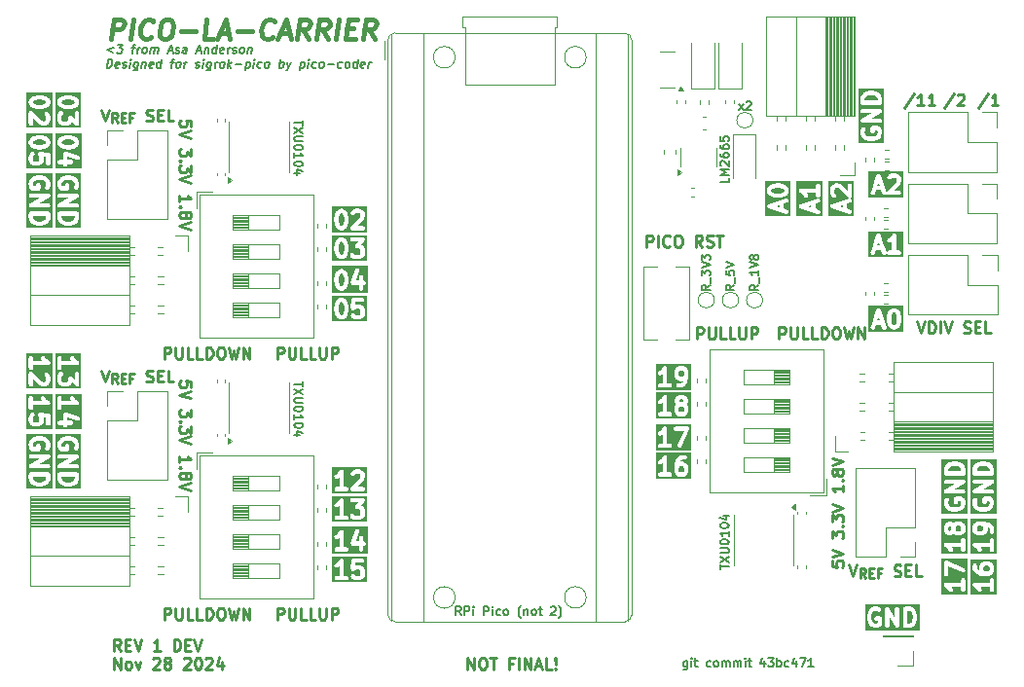
<source format=gbr>
%TF.GenerationSoftware,KiCad,Pcbnew,8.0.6+1*%
%TF.CreationDate,2024-11-29T05:26:26-08:00*%
%TF.ProjectId,pico-logic-analyzer,7069636f-2d6c-46f6-9769-632d616e616c,rev?*%
%TF.SameCoordinates,Original*%
%TF.FileFunction,Legend,Top*%
%TF.FilePolarity,Positive*%
%FSLAX46Y46*%
G04 Gerber Fmt 4.6, Leading zero omitted, Abs format (unit mm)*
G04 Created by KiCad (PCBNEW 8.0.6+1) date 2024-11-29 05:26:26*
%MOMM*%
%LPD*%
G01*
G04 APERTURE LIST*
%ADD10C,0.250000*%
%ADD11C,0.375000*%
%ADD12C,0.425000*%
%ADD13C,0.187500*%
%ADD14C,0.150000*%
%ADD15C,0.120000*%
G04 APERTURE END LIST*
D10*
X197114619Y-93107142D02*
X197114619Y-93678570D01*
X197114619Y-93392856D02*
X196114619Y-93392856D01*
X196114619Y-93392856D02*
X196257476Y-93488094D01*
X196257476Y-93488094D02*
X196352714Y-93583332D01*
X196352714Y-93583332D02*
X196400333Y-93678570D01*
X197019380Y-92678570D02*
X197067000Y-92630951D01*
X197067000Y-92630951D02*
X197114619Y-92678570D01*
X197114619Y-92678570D02*
X197067000Y-92726189D01*
X197067000Y-92726189D02*
X197019380Y-92678570D01*
X197019380Y-92678570D02*
X197114619Y-92678570D01*
X196543190Y-92059523D02*
X196495571Y-92154761D01*
X196495571Y-92154761D02*
X196447952Y-92202380D01*
X196447952Y-92202380D02*
X196352714Y-92249999D01*
X196352714Y-92249999D02*
X196305095Y-92249999D01*
X196305095Y-92249999D02*
X196209857Y-92202380D01*
X196209857Y-92202380D02*
X196162238Y-92154761D01*
X196162238Y-92154761D02*
X196114619Y-92059523D01*
X196114619Y-92059523D02*
X196114619Y-91869047D01*
X196114619Y-91869047D02*
X196162238Y-91773809D01*
X196162238Y-91773809D02*
X196209857Y-91726190D01*
X196209857Y-91726190D02*
X196305095Y-91678571D01*
X196305095Y-91678571D02*
X196352714Y-91678571D01*
X196352714Y-91678571D02*
X196447952Y-91726190D01*
X196447952Y-91726190D02*
X196495571Y-91773809D01*
X196495571Y-91773809D02*
X196543190Y-91869047D01*
X196543190Y-91869047D02*
X196543190Y-92059523D01*
X196543190Y-92059523D02*
X196590809Y-92154761D01*
X196590809Y-92154761D02*
X196638428Y-92202380D01*
X196638428Y-92202380D02*
X196733666Y-92249999D01*
X196733666Y-92249999D02*
X196924142Y-92249999D01*
X196924142Y-92249999D02*
X197019380Y-92202380D01*
X197019380Y-92202380D02*
X197067000Y-92154761D01*
X197067000Y-92154761D02*
X197114619Y-92059523D01*
X197114619Y-92059523D02*
X197114619Y-91869047D01*
X197114619Y-91869047D02*
X197067000Y-91773809D01*
X197067000Y-91773809D02*
X197019380Y-91726190D01*
X197019380Y-91726190D02*
X196924142Y-91678571D01*
X196924142Y-91678571D02*
X196733666Y-91678571D01*
X196733666Y-91678571D02*
X196638428Y-91726190D01*
X196638428Y-91726190D02*
X196590809Y-91773809D01*
X196590809Y-91773809D02*
X196543190Y-91869047D01*
X196114619Y-91392856D02*
X197114619Y-91059523D01*
X197114619Y-91059523D02*
X196114619Y-90726190D01*
D11*
G36*
X155693138Y-93799428D02*
G01*
X152658896Y-93799428D01*
X152658896Y-92329550D01*
X152846396Y-92329550D01*
X152851583Y-92402524D01*
X152884300Y-92467959D01*
X152939568Y-92515893D01*
X153008974Y-92539028D01*
X153081948Y-92533841D01*
X153116277Y-92520705D01*
X153259134Y-92449276D01*
X153273495Y-92440235D01*
X153273495Y-93236928D01*
X153032424Y-93236928D01*
X152995845Y-93240531D01*
X152928255Y-93268527D01*
X152876523Y-93320259D01*
X152848527Y-93387849D01*
X152848527Y-93461007D01*
X152876523Y-93528597D01*
X152928255Y-93580329D01*
X152995845Y-93608325D01*
X153032424Y-93611928D01*
X153889567Y-93611928D01*
X153926146Y-93608325D01*
X153993736Y-93580329D01*
X154045468Y-93528597D01*
X154073464Y-93461007D01*
X154073464Y-93387849D01*
X154205669Y-93387849D01*
X154205669Y-93461007D01*
X154233665Y-93528597D01*
X154285397Y-93580329D01*
X154324990Y-93596728D01*
X154352986Y-93608325D01*
X154352987Y-93608325D01*
X154389566Y-93611928D01*
X155318138Y-93611928D01*
X155354717Y-93608325D01*
X155422307Y-93580329D01*
X155474039Y-93528597D01*
X155502035Y-93461007D01*
X155502035Y-93387849D01*
X155474039Y-93320259D01*
X155422307Y-93268527D01*
X155354717Y-93240531D01*
X155318138Y-93236928D01*
X154842232Y-93236928D01*
X155379291Y-92699868D01*
X155402609Y-92671455D01*
X155405187Y-92665229D01*
X155409601Y-92660141D01*
X155424587Y-92626578D01*
X155496016Y-92412294D01*
X155500140Y-92394152D01*
X155502035Y-92389579D01*
X155502688Y-92382947D01*
X155504165Y-92376452D01*
X155503814Y-92371515D01*
X155505638Y-92353000D01*
X155505638Y-92210142D01*
X155502035Y-92173563D01*
X155499456Y-92167338D01*
X155498979Y-92160617D01*
X155485843Y-92126289D01*
X155414414Y-91983432D01*
X155404503Y-91967687D01*
X155402609Y-91963115D01*
X155398383Y-91957966D01*
X155394833Y-91952326D01*
X155391091Y-91949081D01*
X155379291Y-91934702D01*
X155307864Y-91863274D01*
X155293480Y-91851469D01*
X155290239Y-91847733D01*
X155284604Y-91844185D01*
X155279451Y-91839957D01*
X155274875Y-91838061D01*
X155259133Y-91828152D01*
X155116276Y-91756723D01*
X155081947Y-91743587D01*
X155075226Y-91743109D01*
X155069002Y-91740531D01*
X155032423Y-91736928D01*
X154675281Y-91736928D01*
X154638702Y-91740531D01*
X154632477Y-91743109D01*
X154625757Y-91743587D01*
X154591428Y-91756723D01*
X154448570Y-91828152D01*
X154432827Y-91838062D01*
X154428253Y-91839957D01*
X154423101Y-91844184D01*
X154417465Y-91847733D01*
X154414222Y-91851471D01*
X154399840Y-91863275D01*
X154328412Y-91934702D01*
X154305095Y-91963115D01*
X154277098Y-92030705D01*
X154277098Y-92103865D01*
X154305095Y-92171455D01*
X154356825Y-92223185D01*
X154424415Y-92251182D01*
X154497575Y-92251182D01*
X154565165Y-92223185D01*
X154593578Y-92199868D01*
X154643490Y-92149954D01*
X154719543Y-92111928D01*
X154988160Y-92111928D01*
X155064212Y-92149954D01*
X155092611Y-92178352D01*
X155130638Y-92254405D01*
X155130638Y-92322572D01*
X155082828Y-92466000D01*
X154256983Y-93291845D01*
X154233666Y-93320258D01*
X154233665Y-93320259D01*
X154205669Y-93387849D01*
X154073464Y-93387849D01*
X154045468Y-93320259D01*
X153993736Y-93268527D01*
X153926146Y-93240531D01*
X153889567Y-93236928D01*
X153648495Y-93236928D01*
X153648495Y-91924428D01*
X153648482Y-91924297D01*
X153648495Y-91924232D01*
X153648456Y-91924041D01*
X153644892Y-91887849D01*
X153637788Y-91870698D01*
X153634147Y-91852493D01*
X153623925Y-91837230D01*
X153616896Y-91820259D01*
X153603768Y-91807131D01*
X153593438Y-91791706D01*
X153578153Y-91781516D01*
X153565164Y-91768527D01*
X153548012Y-91761422D01*
X153532567Y-91751126D01*
X153514545Y-91747560D01*
X153497574Y-91740531D01*
X153479012Y-91740531D01*
X153460800Y-91736928D01*
X153442785Y-91740531D01*
X153424416Y-91740531D01*
X153407265Y-91747634D01*
X153389060Y-91751276D01*
X153373796Y-91761497D01*
X153356826Y-91768527D01*
X153343699Y-91781653D01*
X153328274Y-91791984D01*
X153305230Y-91820122D01*
X153305094Y-91820259D01*
X153305068Y-91820319D01*
X153304986Y-91820421D01*
X153172426Y-92019260D01*
X153064212Y-92127474D01*
X152948571Y-92185295D01*
X152917465Y-92204876D01*
X152869531Y-92260144D01*
X152846396Y-92329550D01*
X152658896Y-92329550D01*
X152658896Y-91549428D01*
X155693138Y-91549428D01*
X155693138Y-93799428D01*
G37*
G36*
X202980575Y-104082237D02*
G01*
X203070620Y-104172281D01*
X203119236Y-104269514D01*
X203180075Y-104512867D01*
X203180075Y-104680988D01*
X203119236Y-104924341D01*
X203070620Y-105021575D01*
X202980576Y-105111619D01*
X202837149Y-105159428D01*
X202697932Y-105159428D01*
X202697932Y-104034428D01*
X202837148Y-104034428D01*
X202980575Y-104082237D01*
G37*
G36*
X203742575Y-105721928D02*
G01*
X198992575Y-105721928D01*
X198992575Y-104489785D01*
X199180075Y-104489785D01*
X199180075Y-104704071D01*
X199180703Y-104710452D01*
X199180297Y-104713185D01*
X199182321Y-104726876D01*
X199183678Y-104740650D01*
X199184735Y-104743201D01*
X199185673Y-104749546D01*
X199257101Y-105035260D01*
X199258066Y-105037961D01*
X199258162Y-105039309D01*
X199263982Y-105054519D01*
X199269468Y-105069873D01*
X199270273Y-105070959D01*
X199271298Y-105073638D01*
X199342727Y-105216495D01*
X199352639Y-105232241D01*
X199354532Y-105236811D01*
X199358755Y-105241957D01*
X199362308Y-105247601D01*
X199366050Y-105250846D01*
X199377849Y-105265224D01*
X199520706Y-105408082D01*
X199549119Y-105431400D01*
X199555344Y-105433978D01*
X199560434Y-105438393D01*
X199593997Y-105453378D01*
X199808283Y-105524806D01*
X199826420Y-105528929D01*
X199830996Y-105530825D01*
X199837629Y-105531478D01*
X199844124Y-105532955D01*
X199849060Y-105532604D01*
X199867575Y-105534428D01*
X200010432Y-105534428D01*
X200028946Y-105532604D01*
X200033883Y-105532955D01*
X200040377Y-105531478D01*
X200047011Y-105530825D01*
X200051586Y-105528929D01*
X200069724Y-105524806D01*
X200284010Y-105453378D01*
X200317573Y-105438393D01*
X200322664Y-105433977D01*
X200328889Y-105431399D01*
X200357301Y-105408082D01*
X200428729Y-105336653D01*
X200452047Y-105308240D01*
X200480043Y-105240650D01*
X200483646Y-105204071D01*
X200483646Y-104704071D01*
X200480043Y-104667492D01*
X200452047Y-104599902D01*
X200400315Y-104548170D01*
X200332725Y-104520174D01*
X200296146Y-104516571D01*
X200010432Y-104516571D01*
X199973853Y-104520174D01*
X199906263Y-104548170D01*
X199854531Y-104599902D01*
X199826535Y-104667492D01*
X199826535Y-104740650D01*
X199854531Y-104808240D01*
X199906263Y-104859972D01*
X199973853Y-104887968D01*
X200010432Y-104891571D01*
X200108646Y-104891571D01*
X200108646Y-105116548D01*
X199980006Y-105159428D01*
X199898001Y-105159428D01*
X199754573Y-105111619D01*
X199664529Y-105021575D01*
X199615913Y-104924341D01*
X199555075Y-104680988D01*
X199555075Y-104512867D01*
X199615913Y-104269514D01*
X199664528Y-104172282D01*
X199754573Y-104082237D01*
X199898002Y-104034428D01*
X200037598Y-104034428D01*
X200140865Y-104086062D01*
X200175193Y-104099198D01*
X200248168Y-104104385D01*
X200317574Y-104081250D01*
X200372841Y-104033316D01*
X200405559Y-103967881D01*
X200410746Y-103894907D01*
X200394753Y-103846928D01*
X200751503Y-103846928D01*
X200751503Y-105346928D01*
X200755106Y-105383507D01*
X200783102Y-105451097D01*
X200834834Y-105502829D01*
X200902424Y-105530825D01*
X200975582Y-105530825D01*
X201043172Y-105502829D01*
X201094904Y-105451097D01*
X201122900Y-105383507D01*
X201126503Y-105346928D01*
X201126503Y-104552971D01*
X201633351Y-105439954D01*
X201638821Y-105447660D01*
X201640245Y-105451097D01*
X201643746Y-105454598D01*
X201654627Y-105469926D01*
X201674343Y-105485195D01*
X201691977Y-105502829D01*
X201703017Y-105507401D01*
X201712468Y-105514721D01*
X201736532Y-105521284D01*
X201759567Y-105530825D01*
X201771516Y-105530825D01*
X201783051Y-105533971D01*
X201807796Y-105530825D01*
X201832725Y-105530825D01*
X201843766Y-105526251D01*
X201855625Y-105524744D01*
X201877276Y-105512371D01*
X201900315Y-105502829D01*
X201908767Y-105494376D01*
X201919144Y-105488447D01*
X201934413Y-105468730D01*
X201952047Y-105451097D01*
X201956619Y-105440056D01*
X201963939Y-105430606D01*
X201970501Y-105406542D01*
X201980043Y-105383507D01*
X201981885Y-105364799D01*
X201983188Y-105360024D01*
X201982719Y-105356336D01*
X201983646Y-105346928D01*
X201983646Y-103846928D01*
X202322932Y-103846928D01*
X202322932Y-105346928D01*
X202326535Y-105383507D01*
X202354531Y-105451097D01*
X202406263Y-105502829D01*
X202473853Y-105530825D01*
X202510432Y-105534428D01*
X202867575Y-105534428D01*
X202886089Y-105532604D01*
X202891026Y-105532955D01*
X202897520Y-105531478D01*
X202904154Y-105530825D01*
X202908729Y-105528929D01*
X202926867Y-105524806D01*
X203141153Y-105453378D01*
X203174716Y-105438393D01*
X203179805Y-105433978D01*
X203186031Y-105431400D01*
X203214444Y-105408082D01*
X203357301Y-105265224D01*
X203369099Y-105250846D01*
X203372842Y-105247601D01*
X203376394Y-105241957D01*
X203380618Y-105236811D01*
X203382510Y-105232241D01*
X203392423Y-105216495D01*
X203463852Y-105073638D01*
X203464876Y-105070959D01*
X203465682Y-105069873D01*
X203471164Y-105054527D01*
X203476988Y-105039310D01*
X203477083Y-105037961D01*
X203478049Y-105035260D01*
X203549477Y-104749546D01*
X203550415Y-104743201D01*
X203551472Y-104740650D01*
X203552828Y-104726878D01*
X203554853Y-104713186D01*
X203554446Y-104710453D01*
X203555075Y-104704071D01*
X203555075Y-104489785D01*
X203554446Y-104483402D01*
X203554853Y-104480670D01*
X203552828Y-104466977D01*
X203551472Y-104453206D01*
X203550415Y-104450654D01*
X203549477Y-104444310D01*
X203478049Y-104158596D01*
X203477083Y-104155894D01*
X203476988Y-104154546D01*
X203471164Y-104139328D01*
X203465682Y-104123983D01*
X203464876Y-104122896D01*
X203463852Y-104120218D01*
X203392423Y-103977361D01*
X203382512Y-103961616D01*
X203380618Y-103957044D01*
X203376392Y-103951895D01*
X203372842Y-103946255D01*
X203369100Y-103943010D01*
X203357300Y-103928631D01*
X203214444Y-103785774D01*
X203186031Y-103762457D01*
X203179805Y-103759878D01*
X203174716Y-103755464D01*
X203141154Y-103740479D01*
X202926868Y-103669050D01*
X202908728Y-103664925D01*
X202904154Y-103663031D01*
X202897522Y-103662377D01*
X202891027Y-103660901D01*
X202886090Y-103661251D01*
X202867575Y-103659428D01*
X202510432Y-103659428D01*
X202473853Y-103663031D01*
X202406263Y-103691027D01*
X202354531Y-103742759D01*
X202326535Y-103810349D01*
X202322932Y-103846928D01*
X201983646Y-103846928D01*
X201980043Y-103810349D01*
X201952047Y-103742759D01*
X201900315Y-103691027D01*
X201832725Y-103663031D01*
X201759567Y-103663031D01*
X201691977Y-103691027D01*
X201640245Y-103742759D01*
X201612249Y-103810349D01*
X201608646Y-103846928D01*
X201608646Y-104640884D01*
X201101799Y-103753902D01*
X201096326Y-103746192D01*
X201094904Y-103742759D01*
X201091403Y-103739258D01*
X201080522Y-103723930D01*
X201060805Y-103708660D01*
X201043172Y-103691027D01*
X201032131Y-103686454D01*
X201022681Y-103679135D01*
X200998618Y-103672572D01*
X200975582Y-103663031D01*
X200963630Y-103663031D01*
X200952098Y-103659886D01*
X200927359Y-103663031D01*
X200902424Y-103663031D01*
X200891382Y-103667604D01*
X200879524Y-103669112D01*
X200857872Y-103681484D01*
X200834834Y-103691027D01*
X200826381Y-103699479D01*
X200816005Y-103705409D01*
X200800735Y-103725125D01*
X200783102Y-103742759D01*
X200778529Y-103753799D01*
X200771210Y-103763250D01*
X200764647Y-103787312D01*
X200755106Y-103810349D01*
X200753263Y-103829058D01*
X200751961Y-103833833D01*
X200752429Y-103837519D01*
X200751503Y-103846928D01*
X200394753Y-103846928D01*
X200387611Y-103825501D01*
X200339677Y-103770233D01*
X200308571Y-103750652D01*
X200165714Y-103679223D01*
X200131385Y-103666087D01*
X200124664Y-103665609D01*
X200118440Y-103663031D01*
X200081861Y-103659428D01*
X199867575Y-103659428D01*
X199849059Y-103661251D01*
X199844123Y-103660901D01*
X199837627Y-103662377D01*
X199830996Y-103663031D01*
X199826421Y-103664925D01*
X199808282Y-103669050D01*
X199593996Y-103740479D01*
X199560434Y-103755464D01*
X199555343Y-103759878D01*
X199549119Y-103762457D01*
X199520706Y-103785775D01*
X199377849Y-103928631D01*
X199366047Y-103943011D01*
X199362308Y-103946255D01*
X199358758Y-103951894D01*
X199354532Y-103957044D01*
X199352637Y-103961616D01*
X199342727Y-103977361D01*
X199271298Y-104120218D01*
X199270273Y-104122896D01*
X199269468Y-104123983D01*
X199263982Y-104139336D01*
X199258162Y-104154547D01*
X199258066Y-104155894D01*
X199257101Y-104158596D01*
X199185673Y-104444310D01*
X199184735Y-104450654D01*
X199183678Y-104453206D01*
X199182321Y-104466979D01*
X199180297Y-104480671D01*
X199180703Y-104483403D01*
X199180075Y-104489785D01*
X198992575Y-104489785D01*
X198992575Y-103471928D01*
X203742575Y-103471928D01*
X203742575Y-105721928D01*
G37*
G36*
X130828071Y-84693138D02*
G01*
X128578071Y-84693138D01*
X128578071Y-83603852D01*
X128765571Y-83603852D01*
X128765571Y-84032423D01*
X128769174Y-84069002D01*
X128771752Y-84075226D01*
X128772230Y-84081947D01*
X128785366Y-84116276D01*
X128856795Y-84259133D01*
X128866704Y-84274875D01*
X128868600Y-84279451D01*
X128872828Y-84284604D01*
X128876376Y-84290239D01*
X128880112Y-84293480D01*
X128891917Y-84307864D01*
X128963345Y-84379291D01*
X128977724Y-84391091D01*
X128980969Y-84394833D01*
X128986609Y-84398383D01*
X128991758Y-84402609D01*
X128996330Y-84404503D01*
X129012075Y-84414414D01*
X129154932Y-84485843D01*
X129189260Y-84498979D01*
X129195981Y-84499456D01*
X129202206Y-84502035D01*
X129238785Y-84505638D01*
X129595928Y-84505638D01*
X129632507Y-84502035D01*
X129638731Y-84499456D01*
X129645452Y-84498979D01*
X129679781Y-84485843D01*
X129822638Y-84414414D01*
X129838381Y-84404503D01*
X129842953Y-84402610D01*
X129848101Y-84398385D01*
X129853744Y-84394833D01*
X129856989Y-84391090D01*
X129871367Y-84379292D01*
X129942795Y-84307865D01*
X129954598Y-84293482D01*
X129958338Y-84290239D01*
X129961887Y-84284601D01*
X129966113Y-84279452D01*
X129968006Y-84274879D01*
X129977920Y-84259133D01*
X130015348Y-84184275D01*
X130329601Y-84459246D01*
X130345412Y-84470549D01*
X130348902Y-84474039D01*
X130352210Y-84475409D01*
X130359502Y-84480622D01*
X130388354Y-84490380D01*
X130416492Y-84502035D01*
X130422814Y-84502035D01*
X130428804Y-84504061D01*
X130459191Y-84502035D01*
X130489650Y-84502035D01*
X130495493Y-84499614D01*
X130501802Y-84499194D01*
X130529091Y-84485698D01*
X130557240Y-84474039D01*
X130561713Y-84469565D01*
X130567380Y-84466763D01*
X130587428Y-84443850D01*
X130608972Y-84422307D01*
X130611392Y-84416463D01*
X130615555Y-84411706D01*
X130625311Y-84382858D01*
X130636968Y-84354717D01*
X130637846Y-84345796D01*
X130638994Y-84342404D01*
X130638665Y-84337480D01*
X130640571Y-84318138D01*
X130640571Y-83389566D01*
X130636968Y-83352987D01*
X130608972Y-83285397D01*
X130557240Y-83233665D01*
X130489650Y-83205669D01*
X130416492Y-83205669D01*
X130348902Y-83233665D01*
X130297170Y-83285397D01*
X130269174Y-83352987D01*
X130265571Y-83389566D01*
X130265571Y-83904931D01*
X130005112Y-83677030D01*
X129989301Y-83665727D01*
X129985811Y-83662237D01*
X129982500Y-83660865D01*
X129975210Y-83655654D01*
X129946362Y-83645897D01*
X129918221Y-83634241D01*
X129911898Y-83634241D01*
X129905908Y-83632215D01*
X129875515Y-83634241D01*
X129845063Y-83634241D01*
X129839222Y-83636660D01*
X129832910Y-83637081D01*
X129805610Y-83650582D01*
X129777473Y-83662237D01*
X129772999Y-83666710D01*
X129767333Y-83669513D01*
X129747284Y-83692425D01*
X129725741Y-83713969D01*
X129723320Y-83719812D01*
X129719158Y-83724570D01*
X129709401Y-83753417D01*
X129697745Y-83781559D01*
X129696866Y-83790479D01*
X129695719Y-83793872D01*
X129696047Y-83798795D01*
X129694142Y-83818138D01*
X129694142Y-83988161D01*
X129656115Y-84064214D01*
X129627718Y-84092610D01*
X129551665Y-84130638D01*
X129283048Y-84130638D01*
X129206995Y-84092611D01*
X129178597Y-84064212D01*
X129140571Y-83988160D01*
X129140571Y-83648115D01*
X129178598Y-83572061D01*
X129228511Y-83522148D01*
X129251829Y-83493735D01*
X129279825Y-83426145D01*
X129279825Y-83352985D01*
X129251827Y-83285395D01*
X129200096Y-83233665D01*
X129132507Y-83205669D01*
X129059347Y-83205669D01*
X128991757Y-83233667D01*
X128963344Y-83256985D01*
X128891917Y-83328413D01*
X128880118Y-83342790D01*
X128876376Y-83346036D01*
X128872823Y-83351678D01*
X128868599Y-83356827D01*
X128866705Y-83361398D01*
X128856795Y-83377142D01*
X128785366Y-83519999D01*
X128772230Y-83554328D01*
X128771752Y-83561048D01*
X128769174Y-83567273D01*
X128765571Y-83603852D01*
X128578071Y-83603852D01*
X128578071Y-82032424D01*
X128765571Y-82032424D01*
X128765571Y-82889567D01*
X128769174Y-82926146D01*
X128797170Y-82993736D01*
X128848902Y-83045468D01*
X128916492Y-83073464D01*
X128989650Y-83073464D01*
X129057240Y-83045468D01*
X129108972Y-82993736D01*
X129136968Y-82926146D01*
X129140571Y-82889567D01*
X129140571Y-82648495D01*
X130453071Y-82648495D01*
X130453201Y-82648482D01*
X130453267Y-82648495D01*
X130453457Y-82648456D01*
X130489650Y-82644892D01*
X130506800Y-82637788D01*
X130525006Y-82634147D01*
X130540268Y-82623925D01*
X130557240Y-82616896D01*
X130570367Y-82603768D01*
X130585793Y-82593438D01*
X130595982Y-82578153D01*
X130608972Y-82565164D01*
X130616076Y-82548012D01*
X130626373Y-82532567D01*
X130629938Y-82514545D01*
X130636968Y-82497574D01*
X130636968Y-82479012D01*
X130640571Y-82460800D01*
X130636968Y-82442785D01*
X130636968Y-82424416D01*
X130629864Y-82407265D01*
X130626223Y-82389060D01*
X130616001Y-82373796D01*
X130608972Y-82356826D01*
X130595845Y-82343699D01*
X130585515Y-82328274D01*
X130557376Y-82305230D01*
X130557240Y-82305094D01*
X130557179Y-82305068D01*
X130557078Y-82304986D01*
X130358238Y-82172426D01*
X130250024Y-82064211D01*
X130192205Y-81948572D01*
X130172624Y-81917466D01*
X130117357Y-81869532D01*
X130047951Y-81846396D01*
X129974977Y-81851583D01*
X129909542Y-81884300D01*
X129861608Y-81939567D01*
X129838472Y-82008973D01*
X129843659Y-82081947D01*
X129856795Y-82116276D01*
X129928223Y-82259133D01*
X129937264Y-82273495D01*
X129140571Y-82273495D01*
X129140571Y-82032424D01*
X129136968Y-81995845D01*
X129108972Y-81928255D01*
X129057240Y-81876523D01*
X128989650Y-81848527D01*
X128916492Y-81848527D01*
X128848902Y-81876523D01*
X128797170Y-81928255D01*
X128769174Y-81995845D01*
X128765571Y-82032424D01*
X128578071Y-82032424D01*
X128578071Y-81658896D01*
X130828071Y-81658896D01*
X130828071Y-84693138D01*
G37*
G36*
X130265571Y-69811996D02*
G01*
X130217761Y-69955425D01*
X130127716Y-70045470D01*
X130030484Y-70094085D01*
X129787131Y-70154924D01*
X129619011Y-70154924D01*
X129375657Y-70094085D01*
X129278424Y-70045469D01*
X129188380Y-69955424D01*
X129140571Y-69811996D01*
X129140571Y-69672781D01*
X130265571Y-69672781D01*
X130265571Y-69811996D01*
G37*
G36*
X130828071Y-70717424D02*
G01*
X128578071Y-70717424D01*
X128578071Y-69485281D01*
X128765571Y-69485281D01*
X128765571Y-69842424D01*
X128767394Y-69860939D01*
X128767044Y-69865876D01*
X128768520Y-69872371D01*
X128769174Y-69879003D01*
X128771068Y-69883577D01*
X128775193Y-69901717D01*
X128846622Y-70116003D01*
X128861607Y-70149565D01*
X128866021Y-70154654D01*
X128868600Y-70160880D01*
X128891917Y-70189293D01*
X129034774Y-70332149D01*
X129049153Y-70343949D01*
X129052398Y-70347691D01*
X129058038Y-70351241D01*
X129063187Y-70355467D01*
X129067759Y-70357361D01*
X129083504Y-70367272D01*
X129226361Y-70438701D01*
X129229039Y-70439725D01*
X129230126Y-70440531D01*
X129245471Y-70446013D01*
X129260689Y-70451837D01*
X129262037Y-70451932D01*
X129264739Y-70452898D01*
X129550453Y-70524326D01*
X129556797Y-70525264D01*
X129559349Y-70526321D01*
X129573120Y-70527677D01*
X129586813Y-70529702D01*
X129589545Y-70529295D01*
X129595928Y-70529924D01*
X129810214Y-70529924D01*
X129816595Y-70529295D01*
X129819328Y-70529702D01*
X129833019Y-70527677D01*
X129846793Y-70526321D01*
X129849344Y-70525263D01*
X129855689Y-70524326D01*
X130141403Y-70452898D01*
X130144104Y-70451932D01*
X130145452Y-70451837D01*
X130160662Y-70446016D01*
X130176016Y-70440531D01*
X130177102Y-70439725D01*
X130179781Y-70438701D01*
X130322638Y-70367272D01*
X130338382Y-70357361D01*
X130342955Y-70355467D01*
X130348104Y-70351240D01*
X130353744Y-70347691D01*
X130356987Y-70343951D01*
X130371368Y-70332150D01*
X130514224Y-70189293D01*
X130537542Y-70160880D01*
X130540120Y-70154655D01*
X130544535Y-70149565D01*
X130559520Y-70116003D01*
X130630949Y-69901717D01*
X130635073Y-69883577D01*
X130636968Y-69879003D01*
X130637621Y-69872371D01*
X130639098Y-69865876D01*
X130638747Y-69860939D01*
X130640571Y-69842424D01*
X130640571Y-69485281D01*
X130636968Y-69448702D01*
X130608972Y-69381112D01*
X130557240Y-69329380D01*
X130489650Y-69301384D01*
X130453071Y-69297781D01*
X128953071Y-69297781D01*
X128916492Y-69301384D01*
X128848902Y-69329380D01*
X128797170Y-69381112D01*
X128769174Y-69448702D01*
X128765571Y-69485281D01*
X128578071Y-69485281D01*
X128578071Y-68757900D01*
X128766029Y-68757900D01*
X128769174Y-68782639D01*
X128769174Y-68807574D01*
X128773747Y-68818615D01*
X128775255Y-68830474D01*
X128787627Y-68852125D01*
X128797170Y-68875164D01*
X128805622Y-68883616D01*
X128811552Y-68893993D01*
X128831268Y-68909262D01*
X128848902Y-68926896D01*
X128859942Y-68931468D01*
X128869393Y-68938788D01*
X128893455Y-68945350D01*
X128916492Y-68954892D01*
X128935201Y-68956734D01*
X128939976Y-68958037D01*
X128943662Y-68957568D01*
X128953071Y-68958495D01*
X130453071Y-68958495D01*
X130489650Y-68954892D01*
X130557240Y-68926896D01*
X130608972Y-68875164D01*
X130636968Y-68807574D01*
X130636968Y-68734416D01*
X130608972Y-68666826D01*
X130557240Y-68615094D01*
X130489650Y-68587098D01*
X130453071Y-68583495D01*
X129659114Y-68583495D01*
X130546097Y-68076647D01*
X130553803Y-68071176D01*
X130557240Y-68069753D01*
X130560741Y-68066251D01*
X130576069Y-68055371D01*
X130591338Y-68035654D01*
X130608972Y-68018021D01*
X130613544Y-68006980D01*
X130620864Y-67997530D01*
X130627427Y-67973465D01*
X130636968Y-67950431D01*
X130636968Y-67938482D01*
X130640114Y-67926947D01*
X130636968Y-67902202D01*
X130636968Y-67877273D01*
X130632394Y-67866231D01*
X130630887Y-67854373D01*
X130618514Y-67832721D01*
X130608972Y-67809683D01*
X130600519Y-67801230D01*
X130594590Y-67790854D01*
X130574873Y-67775584D01*
X130557240Y-67757951D01*
X130546199Y-67753378D01*
X130536749Y-67746059D01*
X130512685Y-67739496D01*
X130489650Y-67729955D01*
X130470942Y-67728112D01*
X130466167Y-67726810D01*
X130462479Y-67727278D01*
X130453071Y-67726352D01*
X128953071Y-67726352D01*
X128916492Y-67729955D01*
X128848902Y-67757951D01*
X128797170Y-67809683D01*
X128769174Y-67877273D01*
X128769174Y-67950431D01*
X128797170Y-68018021D01*
X128848902Y-68069753D01*
X128916492Y-68097749D01*
X128953071Y-68101352D01*
X129747027Y-68101352D01*
X128860045Y-68608199D01*
X128852335Y-68613671D01*
X128848902Y-68615094D01*
X128845401Y-68618594D01*
X128830073Y-68629476D01*
X128814803Y-68649192D01*
X128797170Y-68666826D01*
X128792597Y-68677866D01*
X128785278Y-68687317D01*
X128778715Y-68711379D01*
X128769174Y-68734416D01*
X128769174Y-68746367D01*
X128766029Y-68757900D01*
X128578071Y-68757900D01*
X128578071Y-66842424D01*
X128765571Y-66842424D01*
X128765571Y-66985281D01*
X128767394Y-67003796D01*
X128767044Y-67008733D01*
X128768520Y-67015228D01*
X128769174Y-67021860D01*
X128771068Y-67026434D01*
X128775193Y-67044574D01*
X128846622Y-67258860D01*
X128861607Y-67292422D01*
X128866021Y-67297511D01*
X128868600Y-67303737D01*
X128891917Y-67332150D01*
X128963345Y-67403577D01*
X128991758Y-67426895D01*
X128991759Y-67426896D01*
X129031352Y-67443295D01*
X129059348Y-67454892D01*
X129059349Y-67454892D01*
X129095928Y-67458495D01*
X129595928Y-67458495D01*
X129632507Y-67454892D01*
X129700097Y-67426896D01*
X129751829Y-67375164D01*
X129779825Y-67307574D01*
X129783428Y-67270995D01*
X129783428Y-66985281D01*
X129779825Y-66948702D01*
X129751829Y-66881112D01*
X129700097Y-66829380D01*
X129632507Y-66801384D01*
X129559349Y-66801384D01*
X129491759Y-66829380D01*
X129440027Y-66881112D01*
X129412031Y-66948702D01*
X129408428Y-66985281D01*
X129408428Y-67083495D01*
X129183452Y-67083495D01*
X129140571Y-66954853D01*
X129140571Y-66872851D01*
X129188380Y-66729423D01*
X129278424Y-66639378D01*
X129375657Y-66590762D01*
X129619011Y-66529924D01*
X129787131Y-66529924D01*
X130030484Y-66590762D01*
X130127716Y-66639377D01*
X130217761Y-66729422D01*
X130265571Y-66872851D01*
X130265571Y-67012446D01*
X130213937Y-67115714D01*
X130200801Y-67150043D01*
X130195614Y-67223017D01*
X130218749Y-67292423D01*
X130266683Y-67347691D01*
X130332118Y-67380408D01*
X130405092Y-67385595D01*
X130474498Y-67362460D01*
X130529766Y-67314526D01*
X130549347Y-67283420D01*
X130620776Y-67140563D01*
X130633912Y-67106235D01*
X130634389Y-67099513D01*
X130636968Y-67093289D01*
X130640571Y-67056710D01*
X130640571Y-66842424D01*
X130638747Y-66823908D01*
X130639098Y-66818972D01*
X130637621Y-66812476D01*
X130636968Y-66805845D01*
X130635073Y-66801270D01*
X130630949Y-66783131D01*
X130559520Y-66568845D01*
X130544535Y-66535283D01*
X130540120Y-66530192D01*
X130537542Y-66523968D01*
X130514224Y-66495555D01*
X130371368Y-66352698D01*
X130356987Y-66340896D01*
X130353744Y-66337157D01*
X130348104Y-66333607D01*
X130342955Y-66329381D01*
X130338382Y-66327486D01*
X130322638Y-66317576D01*
X130179781Y-66246147D01*
X130177102Y-66245122D01*
X130176016Y-66244317D01*
X130160662Y-66238831D01*
X130145452Y-66233011D01*
X130144104Y-66232915D01*
X130141403Y-66231950D01*
X129855689Y-66160522D01*
X129849344Y-66159584D01*
X129846793Y-66158527D01*
X129833019Y-66157170D01*
X129819328Y-66155146D01*
X129816595Y-66155552D01*
X129810214Y-66154924D01*
X129595928Y-66154924D01*
X129589545Y-66155552D01*
X129586813Y-66155146D01*
X129573120Y-66157170D01*
X129559349Y-66158527D01*
X129556797Y-66159583D01*
X129550453Y-66160522D01*
X129264739Y-66231950D01*
X129262037Y-66232915D01*
X129260689Y-66233011D01*
X129245471Y-66238834D01*
X129230126Y-66244317D01*
X129229039Y-66245122D01*
X129226361Y-66246147D01*
X129083504Y-66317576D01*
X129067759Y-66327486D01*
X129063187Y-66329381D01*
X129058038Y-66333606D01*
X129052398Y-66337157D01*
X129049153Y-66340898D01*
X129034774Y-66352699D01*
X128891917Y-66495555D01*
X128868600Y-66523968D01*
X128866021Y-66530193D01*
X128861607Y-66535283D01*
X128846622Y-66568845D01*
X128775193Y-66783131D01*
X128771068Y-66801270D01*
X128769174Y-66805845D01*
X128768520Y-66812476D01*
X128767044Y-66818972D01*
X128767394Y-66823908D01*
X128765571Y-66842424D01*
X128578071Y-66842424D01*
X128578071Y-65967424D01*
X130828071Y-65967424D01*
X130828071Y-70717424D01*
G37*
D10*
X196114619Y-97726189D02*
X196114619Y-97107142D01*
X196114619Y-97107142D02*
X196495571Y-97440475D01*
X196495571Y-97440475D02*
X196495571Y-97297618D01*
X196495571Y-97297618D02*
X196543190Y-97202380D01*
X196543190Y-97202380D02*
X196590809Y-97154761D01*
X196590809Y-97154761D02*
X196686047Y-97107142D01*
X196686047Y-97107142D02*
X196924142Y-97107142D01*
X196924142Y-97107142D02*
X197019380Y-97154761D01*
X197019380Y-97154761D02*
X197067000Y-97202380D01*
X197067000Y-97202380D02*
X197114619Y-97297618D01*
X197114619Y-97297618D02*
X197114619Y-97583332D01*
X197114619Y-97583332D02*
X197067000Y-97678570D01*
X197067000Y-97678570D02*
X197019380Y-97726189D01*
X197019380Y-96678570D02*
X197067000Y-96630951D01*
X197067000Y-96630951D02*
X197114619Y-96678570D01*
X197114619Y-96678570D02*
X197067000Y-96726189D01*
X197067000Y-96726189D02*
X197019380Y-96678570D01*
X197019380Y-96678570D02*
X197114619Y-96678570D01*
X196114619Y-96297618D02*
X196114619Y-95678571D01*
X196114619Y-95678571D02*
X196495571Y-96011904D01*
X196495571Y-96011904D02*
X196495571Y-95869047D01*
X196495571Y-95869047D02*
X196543190Y-95773809D01*
X196543190Y-95773809D02*
X196590809Y-95726190D01*
X196590809Y-95726190D02*
X196686047Y-95678571D01*
X196686047Y-95678571D02*
X196924142Y-95678571D01*
X196924142Y-95678571D02*
X197019380Y-95726190D01*
X197019380Y-95726190D02*
X197067000Y-95773809D01*
X197067000Y-95773809D02*
X197114619Y-95869047D01*
X197114619Y-95869047D02*
X197114619Y-96154761D01*
X197114619Y-96154761D02*
X197067000Y-96249999D01*
X197067000Y-96249999D02*
X197019380Y-96297618D01*
X196114619Y-95392856D02*
X197114619Y-95059523D01*
X197114619Y-95059523D02*
X196114619Y-94726190D01*
D11*
G36*
X183213651Y-91471383D02*
G01*
X183242048Y-91499780D01*
X183280076Y-91575834D01*
X183280076Y-91844450D01*
X183242048Y-91920504D01*
X183213651Y-91948901D01*
X183137598Y-91986928D01*
X182940409Y-91986928D01*
X182864358Y-91948903D01*
X182835957Y-91920501D01*
X182797933Y-91844452D01*
X182797933Y-91575832D01*
X182835957Y-91499783D01*
X182864358Y-91471381D01*
X182940409Y-91433357D01*
X183137598Y-91433357D01*
X183213651Y-91471383D01*
G37*
G36*
X183842576Y-92549428D02*
G01*
X180808334Y-92549428D01*
X180808334Y-91079550D01*
X180995834Y-91079550D01*
X181001021Y-91152524D01*
X181033738Y-91217959D01*
X181089006Y-91265893D01*
X181158412Y-91289028D01*
X181231386Y-91283841D01*
X181265715Y-91270705D01*
X181408572Y-91199276D01*
X181422933Y-91190235D01*
X181422933Y-91986928D01*
X181181862Y-91986928D01*
X181145283Y-91990531D01*
X181077693Y-92018527D01*
X181025961Y-92070259D01*
X180997965Y-92137849D01*
X180997965Y-92211007D01*
X181025961Y-92278597D01*
X181077693Y-92330329D01*
X181145283Y-92358325D01*
X181181862Y-92361928D01*
X182039005Y-92361928D01*
X182075584Y-92358325D01*
X182143174Y-92330329D01*
X182194906Y-92278597D01*
X182222902Y-92211007D01*
X182222902Y-92137849D01*
X182194906Y-92070259D01*
X182143174Y-92018527D01*
X182075584Y-91990531D01*
X182039005Y-91986928D01*
X181797933Y-91986928D01*
X181797933Y-91317285D01*
X182422933Y-91317285D01*
X182422933Y-91888714D01*
X182426536Y-91925293D01*
X182429114Y-91931517D01*
X182429592Y-91938237D01*
X182442728Y-91972566D01*
X182514156Y-92115423D01*
X182524065Y-92131165D01*
X182525961Y-92135741D01*
X182530189Y-92140894D01*
X182533737Y-92146529D01*
X182537474Y-92149770D01*
X182549278Y-92164154D01*
X182620708Y-92235583D01*
X182635088Y-92247384D01*
X182638332Y-92251124D01*
X182643971Y-92254673D01*
X182649121Y-92258900D01*
X182653693Y-92260794D01*
X182669438Y-92270705D01*
X182812295Y-92342133D01*
X182846624Y-92355269D01*
X182853343Y-92355746D01*
X182859568Y-92358325D01*
X182896147Y-92361928D01*
X183181861Y-92361928D01*
X183218440Y-92358325D01*
X183224665Y-92355746D01*
X183231384Y-92355269D01*
X183265713Y-92342134D01*
X183408571Y-92270705D01*
X183424315Y-92260793D01*
X183428890Y-92258899D01*
X183434040Y-92254672D01*
X183439677Y-92251124D01*
X183442919Y-92247385D01*
X183457302Y-92235582D01*
X183528730Y-92164153D01*
X183540530Y-92149774D01*
X183544271Y-92146530D01*
X183547820Y-92140890D01*
X183552048Y-92135740D01*
X183553942Y-92131165D01*
X183563852Y-92115424D01*
X183635281Y-91972567D01*
X183648417Y-91938239D01*
X183648894Y-91931517D01*
X183651473Y-91925293D01*
X183655076Y-91888714D01*
X183655076Y-91531571D01*
X183651473Y-91494992D01*
X183648894Y-91488767D01*
X183648417Y-91482046D01*
X183635281Y-91447718D01*
X183563852Y-91304861D01*
X183553942Y-91289119D01*
X183552048Y-91284545D01*
X183547820Y-91279394D01*
X183544271Y-91273755D01*
X183540530Y-91270510D01*
X183528730Y-91256132D01*
X183457302Y-91184703D01*
X183442919Y-91172899D01*
X183439677Y-91169161D01*
X183434040Y-91165612D01*
X183428890Y-91161386D01*
X183424315Y-91159491D01*
X183408571Y-91149580D01*
X183265713Y-91078151D01*
X183231384Y-91065016D01*
X183224665Y-91064538D01*
X183218440Y-91061960D01*
X183181861Y-91058357D01*
X182896147Y-91058357D01*
X182888873Y-91059073D01*
X182970428Y-90936741D01*
X183007214Y-90899954D01*
X183083267Y-90861928D01*
X183324719Y-90861928D01*
X183361298Y-90858325D01*
X183428888Y-90830329D01*
X183480620Y-90778597D01*
X183508616Y-90711007D01*
X183508616Y-90637849D01*
X183480620Y-90570259D01*
X183428888Y-90518527D01*
X183361298Y-90490531D01*
X183324719Y-90486928D01*
X183039004Y-90486928D01*
X183002425Y-90490531D01*
X182996200Y-90493109D01*
X182989479Y-90493587D01*
X182955151Y-90506723D01*
X182812294Y-90578152D01*
X182796549Y-90588062D01*
X182791977Y-90589957D01*
X182786828Y-90594182D01*
X182781188Y-90597733D01*
X182777943Y-90601474D01*
X182763564Y-90613275D01*
X182692136Y-90684702D01*
X182692049Y-90684807D01*
X182691998Y-90684842D01*
X182680756Y-90698568D01*
X182668819Y-90713115D01*
X182668793Y-90713175D01*
X182668710Y-90713278D01*
X182525852Y-90927564D01*
X182515082Y-90947762D01*
X182512326Y-90951483D01*
X182510755Y-90955877D01*
X182508559Y-90959998D01*
X182507659Y-90964542D01*
X182499959Y-90986096D01*
X182428531Y-91271810D01*
X182427593Y-91278154D01*
X182426536Y-91280706D01*
X182425179Y-91294479D01*
X182423155Y-91308171D01*
X182423561Y-91310903D01*
X182422933Y-91317285D01*
X181797933Y-91317285D01*
X181797933Y-90674428D01*
X181797920Y-90674297D01*
X181797933Y-90674232D01*
X181797894Y-90674041D01*
X181794330Y-90637849D01*
X181787226Y-90620698D01*
X181783585Y-90602493D01*
X181773363Y-90587230D01*
X181766334Y-90570259D01*
X181753206Y-90557131D01*
X181742876Y-90541706D01*
X181727591Y-90531516D01*
X181714602Y-90518527D01*
X181697450Y-90511422D01*
X181682005Y-90501126D01*
X181663983Y-90497560D01*
X181647012Y-90490531D01*
X181628450Y-90490531D01*
X181610238Y-90486928D01*
X181592223Y-90490531D01*
X181573854Y-90490531D01*
X181556703Y-90497634D01*
X181538498Y-90501276D01*
X181523234Y-90511497D01*
X181506264Y-90518527D01*
X181493137Y-90531653D01*
X181477712Y-90541984D01*
X181454668Y-90570122D01*
X181454532Y-90570259D01*
X181454506Y-90570319D01*
X181454424Y-90570421D01*
X181321864Y-90769260D01*
X181213650Y-90877474D01*
X181098009Y-90935295D01*
X181066903Y-90954876D01*
X181018969Y-91010144D01*
X180995834Y-91079550D01*
X180808334Y-91079550D01*
X180808334Y-90299428D01*
X183842576Y-90299428D01*
X183842576Y-92549428D01*
G37*
D12*
X133424247Y-54258852D02*
X133636747Y-52558852D01*
X133636747Y-52558852D02*
X134284366Y-52558852D01*
X134284366Y-52558852D02*
X134436152Y-52639804D01*
X134436152Y-52639804D02*
X134506985Y-52720757D01*
X134506985Y-52720757D02*
X134567700Y-52882661D01*
X134567700Y-52882661D02*
X134537343Y-53125519D01*
X134537343Y-53125519D02*
X134436152Y-53287423D01*
X134436152Y-53287423D02*
X134345081Y-53368376D01*
X134345081Y-53368376D02*
X134173057Y-53449328D01*
X134173057Y-53449328D02*
X133525438Y-53449328D01*
X135124247Y-54258852D02*
X135336747Y-52558852D01*
X136925438Y-54096947D02*
X136834367Y-54177900D01*
X136834367Y-54177900D02*
X136581390Y-54258852D01*
X136581390Y-54258852D02*
X136419486Y-54258852D01*
X136419486Y-54258852D02*
X136186748Y-54177900D01*
X136186748Y-54177900D02*
X136045081Y-54015995D01*
X136045081Y-54015995D02*
X135984367Y-53854090D01*
X135984367Y-53854090D02*
X135943890Y-53530280D01*
X135943890Y-53530280D02*
X135974248Y-53287423D01*
X135974248Y-53287423D02*
X136095676Y-52963614D01*
X136095676Y-52963614D02*
X136196867Y-52801709D01*
X136196867Y-52801709D02*
X136379009Y-52639804D01*
X136379009Y-52639804D02*
X136631986Y-52558852D01*
X136631986Y-52558852D02*
X136793890Y-52558852D01*
X136793890Y-52558852D02*
X137026629Y-52639804D01*
X137026629Y-52639804D02*
X137097462Y-52720757D01*
X138170081Y-52558852D02*
X138493890Y-52558852D01*
X138493890Y-52558852D02*
X138645676Y-52639804D01*
X138645676Y-52639804D02*
X138787343Y-52801709D01*
X138787343Y-52801709D02*
X138827819Y-53125519D01*
X138827819Y-53125519D02*
X138756986Y-53692185D01*
X138756986Y-53692185D02*
X138635557Y-54015995D01*
X138635557Y-54015995D02*
X138453414Y-54177900D01*
X138453414Y-54177900D02*
X138281390Y-54258852D01*
X138281390Y-54258852D02*
X137957581Y-54258852D01*
X137957581Y-54258852D02*
X137805795Y-54177900D01*
X137805795Y-54177900D02*
X137664129Y-54015995D01*
X137664129Y-54015995D02*
X137623652Y-53692185D01*
X137623652Y-53692185D02*
X137694486Y-53125519D01*
X137694486Y-53125519D02*
X137815914Y-52801709D01*
X137815914Y-52801709D02*
X137998057Y-52639804D01*
X137998057Y-52639804D02*
X138170081Y-52558852D01*
X139495676Y-53611233D02*
X140790914Y-53611233D01*
X142329009Y-54258852D02*
X141519485Y-54258852D01*
X141519485Y-54258852D02*
X141731985Y-52558852D01*
X142875437Y-53773138D02*
X143684961Y-53773138D01*
X142652818Y-54258852D02*
X143431985Y-52558852D01*
X143431985Y-52558852D02*
X143786152Y-54258852D01*
X144433771Y-53611233D02*
X145729009Y-53611233D01*
X147449247Y-54096947D02*
X147358176Y-54177900D01*
X147358176Y-54177900D02*
X147105199Y-54258852D01*
X147105199Y-54258852D02*
X146943295Y-54258852D01*
X146943295Y-54258852D02*
X146710557Y-54177900D01*
X146710557Y-54177900D02*
X146568890Y-54015995D01*
X146568890Y-54015995D02*
X146508176Y-53854090D01*
X146508176Y-53854090D02*
X146467699Y-53530280D01*
X146467699Y-53530280D02*
X146498057Y-53287423D01*
X146498057Y-53287423D02*
X146619485Y-52963614D01*
X146619485Y-52963614D02*
X146720676Y-52801709D01*
X146720676Y-52801709D02*
X146902818Y-52639804D01*
X146902818Y-52639804D02*
X147155795Y-52558852D01*
X147155795Y-52558852D02*
X147317699Y-52558852D01*
X147317699Y-52558852D02*
X147550438Y-52639804D01*
X147550438Y-52639804D02*
X147621271Y-52720757D01*
X148137342Y-53773138D02*
X148946866Y-53773138D01*
X147914723Y-54258852D02*
X148693890Y-52558852D01*
X148693890Y-52558852D02*
X149048057Y-54258852D01*
X150586152Y-54258852D02*
X150120676Y-53449328D01*
X149614723Y-54258852D02*
X149827223Y-52558852D01*
X149827223Y-52558852D02*
X150474842Y-52558852D01*
X150474842Y-52558852D02*
X150626628Y-52639804D01*
X150626628Y-52639804D02*
X150697461Y-52720757D01*
X150697461Y-52720757D02*
X150758176Y-52882661D01*
X150758176Y-52882661D02*
X150727819Y-53125519D01*
X150727819Y-53125519D02*
X150626628Y-53287423D01*
X150626628Y-53287423D02*
X150535557Y-53368376D01*
X150535557Y-53368376D02*
X150363533Y-53449328D01*
X150363533Y-53449328D02*
X149715914Y-53449328D01*
X152286152Y-54258852D02*
X151820676Y-53449328D01*
X151314723Y-54258852D02*
X151527223Y-52558852D01*
X151527223Y-52558852D02*
X152174842Y-52558852D01*
X152174842Y-52558852D02*
X152326628Y-52639804D01*
X152326628Y-52639804D02*
X152397461Y-52720757D01*
X152397461Y-52720757D02*
X152458176Y-52882661D01*
X152458176Y-52882661D02*
X152427819Y-53125519D01*
X152427819Y-53125519D02*
X152326628Y-53287423D01*
X152326628Y-53287423D02*
X152235557Y-53368376D01*
X152235557Y-53368376D02*
X152063533Y-53449328D01*
X152063533Y-53449328D02*
X151415914Y-53449328D01*
X153014723Y-54258852D02*
X153227223Y-52558852D01*
X153935557Y-53368376D02*
X154502224Y-53368376D01*
X154633771Y-54258852D02*
X153824247Y-54258852D01*
X153824247Y-54258852D02*
X154036747Y-52558852D01*
X154036747Y-52558852D02*
X154846271Y-52558852D01*
X156333771Y-54258852D02*
X155868295Y-53449328D01*
X155362342Y-54258852D02*
X155574842Y-52558852D01*
X155574842Y-52558852D02*
X156222461Y-52558852D01*
X156222461Y-52558852D02*
X156374247Y-52639804D01*
X156374247Y-52639804D02*
X156445080Y-52720757D01*
X156445080Y-52720757D02*
X156505795Y-52882661D01*
X156505795Y-52882661D02*
X156475438Y-53125519D01*
X156475438Y-53125519D02*
X156374247Y-53287423D01*
X156374247Y-53287423D02*
X156283176Y-53368376D01*
X156283176Y-53368376D02*
X156111152Y-53449328D01*
X156111152Y-53449328D02*
X155463533Y-53449328D01*
D11*
G36*
X128323071Y-88193138D02*
G01*
X126073071Y-88193138D01*
X126073071Y-87175281D01*
X126260571Y-87175281D01*
X126260571Y-87532423D01*
X126264174Y-87569002D01*
X126266752Y-87575226D01*
X126267230Y-87581947D01*
X126280366Y-87616276D01*
X126351795Y-87759133D01*
X126361704Y-87774875D01*
X126363600Y-87779451D01*
X126367828Y-87784604D01*
X126371376Y-87790239D01*
X126375112Y-87793480D01*
X126386917Y-87807864D01*
X126458345Y-87879291D01*
X126472724Y-87891091D01*
X126475969Y-87894833D01*
X126481609Y-87898383D01*
X126486758Y-87902609D01*
X126491330Y-87904503D01*
X126507075Y-87914414D01*
X126649932Y-87985843D01*
X126684260Y-87998979D01*
X126690981Y-87999456D01*
X126697206Y-88002035D01*
X126733785Y-88005638D01*
X127090928Y-88005638D01*
X127127507Y-88002035D01*
X127133731Y-87999456D01*
X127140452Y-87998979D01*
X127174781Y-87985843D01*
X127317638Y-87914414D01*
X127333381Y-87904503D01*
X127337953Y-87902610D01*
X127343101Y-87898385D01*
X127348744Y-87894833D01*
X127351989Y-87891090D01*
X127366367Y-87879292D01*
X127437795Y-87807865D01*
X127449598Y-87793482D01*
X127453338Y-87790239D01*
X127456887Y-87784601D01*
X127461113Y-87779452D01*
X127463006Y-87774879D01*
X127472920Y-87759133D01*
X127544348Y-87616274D01*
X127557484Y-87581946D01*
X127557961Y-87575224D01*
X127560539Y-87569002D01*
X127564142Y-87532423D01*
X127564142Y-87182465D01*
X127760571Y-87202107D01*
X127760571Y-87746709D01*
X127764174Y-87783288D01*
X127792170Y-87850878D01*
X127843902Y-87902610D01*
X127911492Y-87930606D01*
X127984650Y-87930606D01*
X128052240Y-87902610D01*
X128103972Y-87850878D01*
X128131968Y-87783288D01*
X128135571Y-87746709D01*
X128135571Y-87032423D01*
X128134238Y-87018891D01*
X128134695Y-87014324D01*
X128133348Y-87009862D01*
X128131968Y-86995844D01*
X128121478Y-86970520D01*
X128113563Y-86944284D01*
X128107585Y-86936978D01*
X128103972Y-86928254D01*
X128084587Y-86908869D01*
X128067235Y-86887661D01*
X128058916Y-86883198D01*
X128052240Y-86876522D01*
X128026915Y-86866032D01*
X128002766Y-86853078D01*
X127988955Y-86850309D01*
X127984650Y-86848526D01*
X127980060Y-86848526D01*
X127966727Y-86845853D01*
X127252442Y-86774426D01*
X127215686Y-86774371D01*
X127206648Y-86777097D01*
X127197204Y-86777098D01*
X127171881Y-86787587D01*
X127145646Y-86795503D01*
X127138337Y-86801482D01*
X127129614Y-86805096D01*
X127110236Y-86824473D01*
X127089023Y-86841830D01*
X127084558Y-86850152D01*
X127077884Y-86856827D01*
X127067395Y-86882146D01*
X127054440Y-86906299D01*
X127053500Y-86915691D01*
X127049887Y-86924416D01*
X127049887Y-86951828D01*
X127047161Y-86979094D01*
X127049887Y-86988131D01*
X127049888Y-86997576D01*
X127060377Y-87022898D01*
X127068293Y-87049134D01*
X127074272Y-87056442D01*
X127077886Y-87065166D01*
X127101203Y-87093578D01*
X127151115Y-87143489D01*
X127189142Y-87219543D01*
X127189142Y-87488161D01*
X127151115Y-87564214D01*
X127122718Y-87592610D01*
X127046665Y-87630638D01*
X126778048Y-87630638D01*
X126701995Y-87592611D01*
X126673597Y-87564212D01*
X126635571Y-87488160D01*
X126635571Y-87219544D01*
X126673597Y-87143491D01*
X126723510Y-87093578D01*
X126746828Y-87065165D01*
X126774825Y-86997575D01*
X126774825Y-86924415D01*
X126746828Y-86856826D01*
X126695097Y-86805095D01*
X126627508Y-86777098D01*
X126554348Y-86777098D01*
X126486758Y-86805095D01*
X126458345Y-86828413D01*
X126386917Y-86899840D01*
X126375112Y-86914223D01*
X126371376Y-86917465D01*
X126367828Y-86923099D01*
X126363600Y-86928253D01*
X126361704Y-86932828D01*
X126351795Y-86948571D01*
X126280366Y-87091428D01*
X126267230Y-87125757D01*
X126266752Y-87132477D01*
X126264174Y-87138702D01*
X126260571Y-87175281D01*
X126073071Y-87175281D01*
X126073071Y-85532424D01*
X126260571Y-85532424D01*
X126260571Y-86389567D01*
X126264174Y-86426146D01*
X126292170Y-86493736D01*
X126343902Y-86545468D01*
X126411492Y-86573464D01*
X126484650Y-86573464D01*
X126552240Y-86545468D01*
X126603972Y-86493736D01*
X126631968Y-86426146D01*
X126635571Y-86389567D01*
X126635571Y-86148495D01*
X127948071Y-86148495D01*
X127948201Y-86148482D01*
X127948267Y-86148495D01*
X127948457Y-86148456D01*
X127984650Y-86144892D01*
X128001800Y-86137788D01*
X128020006Y-86134147D01*
X128035268Y-86123925D01*
X128052240Y-86116896D01*
X128065367Y-86103768D01*
X128080793Y-86093438D01*
X128090982Y-86078153D01*
X128103972Y-86065164D01*
X128111076Y-86048012D01*
X128121373Y-86032567D01*
X128124938Y-86014545D01*
X128131968Y-85997574D01*
X128131968Y-85979012D01*
X128135571Y-85960800D01*
X128131968Y-85942785D01*
X128131968Y-85924416D01*
X128124864Y-85907265D01*
X128121223Y-85889060D01*
X128111001Y-85873796D01*
X128103972Y-85856826D01*
X128090845Y-85843699D01*
X128080515Y-85828274D01*
X128052376Y-85805230D01*
X128052240Y-85805094D01*
X128052179Y-85805068D01*
X128052078Y-85804986D01*
X127853238Y-85672426D01*
X127745024Y-85564211D01*
X127687205Y-85448572D01*
X127667624Y-85417466D01*
X127612357Y-85369532D01*
X127542951Y-85346396D01*
X127469977Y-85351583D01*
X127404542Y-85384300D01*
X127356608Y-85439567D01*
X127333472Y-85508973D01*
X127338659Y-85581947D01*
X127351795Y-85616276D01*
X127423223Y-85759133D01*
X127432264Y-85773495D01*
X126635571Y-85773495D01*
X126635571Y-85532424D01*
X126631968Y-85495845D01*
X126603972Y-85428255D01*
X126552240Y-85376523D01*
X126484650Y-85348527D01*
X126411492Y-85348527D01*
X126343902Y-85376523D01*
X126292170Y-85428255D01*
X126264174Y-85495845D01*
X126260571Y-85532424D01*
X126073071Y-85532424D01*
X126073071Y-85158896D01*
X128323071Y-85158896D01*
X128323071Y-88193138D01*
G37*
G36*
X130898027Y-88260963D02*
G01*
X128578071Y-88260963D01*
X128578071Y-87638702D01*
X128769174Y-87638702D01*
X128769174Y-87711860D01*
X128797170Y-87779450D01*
X128848902Y-87831182D01*
X128916492Y-87859178D01*
X128953071Y-87862781D01*
X129265571Y-87862781D01*
X129265571Y-87889566D01*
X129269174Y-87926145D01*
X129297170Y-87993735D01*
X129348902Y-88045467D01*
X129416492Y-88073463D01*
X129489650Y-88073463D01*
X129557240Y-88045467D01*
X129608972Y-87993735D01*
X129636968Y-87926145D01*
X129640571Y-87889566D01*
X129640571Y-87862781D01*
X129953071Y-87862781D01*
X129989650Y-87859178D01*
X130057240Y-87831182D01*
X130108972Y-87779450D01*
X130136968Y-87711860D01*
X130136968Y-87638702D01*
X130108972Y-87571112D01*
X130057240Y-87519380D01*
X129989650Y-87491384D01*
X129953071Y-87487781D01*
X129640571Y-87487781D01*
X129640571Y-87221137D01*
X130465207Y-87496016D01*
X130501048Y-87504165D01*
X130574023Y-87498980D01*
X130639459Y-87466262D01*
X130687392Y-87410993D01*
X130710527Y-87341589D01*
X130705341Y-87268615D01*
X130672623Y-87203178D01*
X130617355Y-87155245D01*
X130583792Y-87140260D01*
X129512364Y-86783117D01*
X129494224Y-86778992D01*
X129489650Y-86777098D01*
X129485890Y-86777098D01*
X129476522Y-86774968D01*
X129446544Y-86777098D01*
X129416492Y-86777098D01*
X129410269Y-86779675D01*
X129403548Y-86780153D01*
X129376662Y-86793595D01*
X129348902Y-86805094D01*
X129344138Y-86809857D01*
X129338111Y-86812871D01*
X129318417Y-86835578D01*
X129297170Y-86856826D01*
X129294591Y-86863050D01*
X129290178Y-86868140D01*
X129280675Y-86896647D01*
X129269174Y-86924416D01*
X129268231Y-86933980D01*
X129267044Y-86937544D01*
X129267394Y-86942479D01*
X129265571Y-86960995D01*
X129265571Y-87487781D01*
X128953071Y-87487781D01*
X128916492Y-87491384D01*
X128848902Y-87519380D01*
X128797170Y-87571112D01*
X128769174Y-87638702D01*
X128578071Y-87638702D01*
X128578071Y-85532424D01*
X128765571Y-85532424D01*
X128765571Y-86389567D01*
X128769174Y-86426146D01*
X128797170Y-86493736D01*
X128848902Y-86545468D01*
X128916492Y-86573464D01*
X128989650Y-86573464D01*
X129057240Y-86545468D01*
X129108972Y-86493736D01*
X129136968Y-86426146D01*
X129140571Y-86389567D01*
X129140571Y-86148495D01*
X130453071Y-86148495D01*
X130453201Y-86148482D01*
X130453267Y-86148495D01*
X130453457Y-86148456D01*
X130489650Y-86144892D01*
X130506800Y-86137788D01*
X130525006Y-86134147D01*
X130540268Y-86123925D01*
X130557240Y-86116896D01*
X130570367Y-86103768D01*
X130585793Y-86093438D01*
X130595982Y-86078153D01*
X130608972Y-86065164D01*
X130616076Y-86048012D01*
X130626373Y-86032567D01*
X130629938Y-86014545D01*
X130636968Y-85997574D01*
X130636968Y-85979012D01*
X130640571Y-85960800D01*
X130636968Y-85942785D01*
X130636968Y-85924416D01*
X130629864Y-85907265D01*
X130626223Y-85889060D01*
X130616001Y-85873796D01*
X130608972Y-85856826D01*
X130595845Y-85843699D01*
X130585515Y-85828274D01*
X130557376Y-85805230D01*
X130557240Y-85805094D01*
X130557179Y-85805068D01*
X130557078Y-85804986D01*
X130358238Y-85672426D01*
X130250024Y-85564211D01*
X130192205Y-85448572D01*
X130172624Y-85417466D01*
X130117357Y-85369532D01*
X130047951Y-85346396D01*
X129974977Y-85351583D01*
X129909542Y-85384300D01*
X129861608Y-85439567D01*
X129838472Y-85508973D01*
X129843659Y-85581947D01*
X129856795Y-85616276D01*
X129928223Y-85759133D01*
X129937264Y-85773495D01*
X129140571Y-85773495D01*
X129140571Y-85532424D01*
X129136968Y-85495845D01*
X129108972Y-85428255D01*
X129057240Y-85376523D01*
X128989650Y-85348527D01*
X128916492Y-85348527D01*
X128848902Y-85376523D01*
X128797170Y-85428255D01*
X128769174Y-85495845D01*
X128765571Y-85532424D01*
X128578071Y-85532424D01*
X128578071Y-85158896D01*
X130898027Y-85158896D01*
X130898027Y-88260963D01*
G37*
D10*
X164416667Y-109114619D02*
X164416667Y-108114619D01*
X164416667Y-108114619D02*
X164988095Y-109114619D01*
X164988095Y-109114619D02*
X164988095Y-108114619D01*
X165654762Y-108114619D02*
X165845238Y-108114619D01*
X165845238Y-108114619D02*
X165940476Y-108162238D01*
X165940476Y-108162238D02*
X166035714Y-108257476D01*
X166035714Y-108257476D02*
X166083333Y-108447952D01*
X166083333Y-108447952D02*
X166083333Y-108781285D01*
X166083333Y-108781285D02*
X166035714Y-108971761D01*
X166035714Y-108971761D02*
X165940476Y-109067000D01*
X165940476Y-109067000D02*
X165845238Y-109114619D01*
X165845238Y-109114619D02*
X165654762Y-109114619D01*
X165654762Y-109114619D02*
X165559524Y-109067000D01*
X165559524Y-109067000D02*
X165464286Y-108971761D01*
X165464286Y-108971761D02*
X165416667Y-108781285D01*
X165416667Y-108781285D02*
X165416667Y-108447952D01*
X165416667Y-108447952D02*
X165464286Y-108257476D01*
X165464286Y-108257476D02*
X165559524Y-108162238D01*
X165559524Y-108162238D02*
X165654762Y-108114619D01*
X166369048Y-108114619D02*
X166940476Y-108114619D01*
X166654762Y-109114619D02*
X166654762Y-108114619D01*
X168369048Y-108590809D02*
X168035715Y-108590809D01*
X168035715Y-109114619D02*
X168035715Y-108114619D01*
X168035715Y-108114619D02*
X168511905Y-108114619D01*
X168892858Y-109114619D02*
X168892858Y-108114619D01*
X169369048Y-109114619D02*
X169369048Y-108114619D01*
X169369048Y-108114619D02*
X169940476Y-109114619D01*
X169940476Y-109114619D02*
X169940476Y-108114619D01*
X170369048Y-108828904D02*
X170845238Y-108828904D01*
X170273810Y-109114619D02*
X170607143Y-108114619D01*
X170607143Y-108114619D02*
X170940476Y-109114619D01*
X171750000Y-109114619D02*
X171273810Y-109114619D01*
X171273810Y-109114619D02*
X171273810Y-108114619D01*
X172083334Y-109019380D02*
X172130953Y-109067000D01*
X172130953Y-109067000D02*
X172083334Y-109114619D01*
X172083334Y-109114619D02*
X172035715Y-109067000D01*
X172035715Y-109067000D02*
X172083334Y-109019380D01*
X172083334Y-109019380D02*
X172083334Y-109114619D01*
X172083334Y-108733666D02*
X172035715Y-108162238D01*
X172035715Y-108162238D02*
X172083334Y-108114619D01*
X172083334Y-108114619D02*
X172130953Y-108162238D01*
X172130953Y-108162238D02*
X172083334Y-108733666D01*
X172083334Y-108733666D02*
X172083334Y-108114619D01*
X147880952Y-104784619D02*
X147880952Y-103784619D01*
X147880952Y-103784619D02*
X148261904Y-103784619D01*
X148261904Y-103784619D02*
X148357142Y-103832238D01*
X148357142Y-103832238D02*
X148404761Y-103879857D01*
X148404761Y-103879857D02*
X148452380Y-103975095D01*
X148452380Y-103975095D02*
X148452380Y-104117952D01*
X148452380Y-104117952D02*
X148404761Y-104213190D01*
X148404761Y-104213190D02*
X148357142Y-104260809D01*
X148357142Y-104260809D02*
X148261904Y-104308428D01*
X148261904Y-104308428D02*
X147880952Y-104308428D01*
X148880952Y-103784619D02*
X148880952Y-104594142D01*
X148880952Y-104594142D02*
X148928571Y-104689380D01*
X148928571Y-104689380D02*
X148976190Y-104737000D01*
X148976190Y-104737000D02*
X149071428Y-104784619D01*
X149071428Y-104784619D02*
X149261904Y-104784619D01*
X149261904Y-104784619D02*
X149357142Y-104737000D01*
X149357142Y-104737000D02*
X149404761Y-104689380D01*
X149404761Y-104689380D02*
X149452380Y-104594142D01*
X149452380Y-104594142D02*
X149452380Y-103784619D01*
X150404761Y-104784619D02*
X149928571Y-104784619D01*
X149928571Y-104784619D02*
X149928571Y-103784619D01*
X151214285Y-104784619D02*
X150738095Y-104784619D01*
X150738095Y-104784619D02*
X150738095Y-103784619D01*
X151547619Y-103784619D02*
X151547619Y-104594142D01*
X151547619Y-104594142D02*
X151595238Y-104689380D01*
X151595238Y-104689380D02*
X151642857Y-104737000D01*
X151642857Y-104737000D02*
X151738095Y-104784619D01*
X151738095Y-104784619D02*
X151928571Y-104784619D01*
X151928571Y-104784619D02*
X152023809Y-104737000D01*
X152023809Y-104737000D02*
X152071428Y-104689380D01*
X152071428Y-104689380D02*
X152119047Y-104594142D01*
X152119047Y-104594142D02*
X152119047Y-103784619D01*
X152595238Y-104784619D02*
X152595238Y-103784619D01*
X152595238Y-103784619D02*
X152976190Y-103784619D01*
X152976190Y-103784619D02*
X153071428Y-103832238D01*
X153071428Y-103832238D02*
X153119047Y-103879857D01*
X153119047Y-103879857D02*
X153166666Y-103975095D01*
X153166666Y-103975095D02*
X153166666Y-104117952D01*
X153166666Y-104117952D02*
X153119047Y-104213190D01*
X153119047Y-104213190D02*
X153071428Y-104260809D01*
X153071428Y-104260809D02*
X152976190Y-104308428D01*
X152976190Y-104308428D02*
X152595238Y-104308428D01*
D11*
G36*
X201642223Y-78099955D02*
G01*
X201670622Y-78128353D01*
X201719236Y-78225581D01*
X201780076Y-78468940D01*
X201780076Y-78779916D01*
X201719236Y-79023274D01*
X201670622Y-79120502D01*
X201642220Y-79148903D01*
X201566171Y-79186928D01*
X201511838Y-79186928D01*
X201435787Y-79148903D01*
X201407387Y-79120502D01*
X201358771Y-79023270D01*
X201297933Y-78779917D01*
X201297933Y-78468939D01*
X201358771Y-78225585D01*
X201407387Y-78128352D01*
X201435785Y-78099955D01*
X201511839Y-78061928D01*
X201566170Y-78061928D01*
X201642223Y-78099955D01*
G37*
G36*
X200278863Y-78758357D02*
G01*
X200084861Y-78758357D01*
X200181862Y-78467355D01*
X200278863Y-78758357D01*
G37*
G36*
X202342576Y-79749428D02*
G01*
X199308335Y-79749428D01*
X199308335Y-79350977D01*
X199495835Y-79350977D01*
X199501020Y-79423951D01*
X199533738Y-79489388D01*
X199589007Y-79537321D01*
X199658411Y-79560455D01*
X199731385Y-79555270D01*
X199796822Y-79522552D01*
X199844755Y-79467283D01*
X199859740Y-79433721D01*
X199959861Y-79133357D01*
X200403863Y-79133357D01*
X200503984Y-79433721D01*
X200518969Y-79467283D01*
X200566903Y-79522552D01*
X200632339Y-79555270D01*
X200705314Y-79560455D01*
X200774717Y-79537321D01*
X200829986Y-79489388D01*
X200862704Y-79423951D01*
X200867889Y-79350977D01*
X200859740Y-79315135D01*
X200569981Y-78445857D01*
X200922933Y-78445857D01*
X200922933Y-78803000D01*
X200923561Y-78809381D01*
X200923155Y-78812114D01*
X200925179Y-78825805D01*
X200926536Y-78839579D01*
X200927593Y-78842130D01*
X200928531Y-78848475D01*
X200999959Y-79134189D01*
X201000924Y-79136890D01*
X201001020Y-79138238D01*
X201006840Y-79153448D01*
X201012326Y-79168802D01*
X201013131Y-79169888D01*
X201014156Y-79172567D01*
X201085585Y-79315424D01*
X201095495Y-79331168D01*
X201097390Y-79335741D01*
X201101616Y-79340890D01*
X201105166Y-79346530D01*
X201108905Y-79349773D01*
X201120707Y-79364154D01*
X201192137Y-79435583D01*
X201206517Y-79447384D01*
X201209761Y-79451124D01*
X201215400Y-79454673D01*
X201220550Y-79458900D01*
X201225122Y-79460794D01*
X201240867Y-79470705D01*
X201383724Y-79542133D01*
X201418053Y-79555269D01*
X201424772Y-79555746D01*
X201430997Y-79558325D01*
X201467576Y-79561928D01*
X201610433Y-79561928D01*
X201647012Y-79558325D01*
X201653236Y-79555746D01*
X201659956Y-79555269D01*
X201694285Y-79542133D01*
X201837142Y-79470705D01*
X201852884Y-79460795D01*
X201857460Y-79458900D01*
X201862613Y-79454671D01*
X201868248Y-79451124D01*
X201871489Y-79447386D01*
X201885873Y-79435583D01*
X201957302Y-79364153D01*
X201969103Y-79349772D01*
X201972843Y-79346529D01*
X201976392Y-79340889D01*
X201980619Y-79335740D01*
X201982513Y-79331167D01*
X201992424Y-79315423D01*
X202063852Y-79172566D01*
X202064876Y-79169889D01*
X202065681Y-79168803D01*
X202071170Y-79153440D01*
X202076988Y-79138237D01*
X202077083Y-79136891D01*
X202078049Y-79134190D01*
X202149478Y-78848476D01*
X202150416Y-78842130D01*
X202151473Y-78839579D01*
X202152829Y-78825808D01*
X202154854Y-78812115D01*
X202154447Y-78809382D01*
X202155076Y-78803000D01*
X202155076Y-78445857D01*
X202154447Y-78439474D01*
X202154854Y-78436742D01*
X202152829Y-78423048D01*
X202151473Y-78409278D01*
X202150416Y-78406726D01*
X202149478Y-78400381D01*
X202078049Y-78114666D01*
X202077083Y-78111964D01*
X202076988Y-78110619D01*
X202071178Y-78095436D01*
X202065682Y-78080053D01*
X202064875Y-78078964D01*
X202063852Y-78076290D01*
X201992424Y-77933433D01*
X201982512Y-77917688D01*
X201980618Y-77913114D01*
X201976391Y-77907963D01*
X201972843Y-77902327D01*
X201969103Y-77899083D01*
X201957300Y-77884701D01*
X201885872Y-77813274D01*
X201871494Y-77801475D01*
X201868249Y-77797733D01*
X201862606Y-77794180D01*
X201857458Y-77789956D01*
X201852886Y-77788062D01*
X201837143Y-77778152D01*
X201694286Y-77706723D01*
X201659957Y-77693587D01*
X201653236Y-77693109D01*
X201647012Y-77690531D01*
X201610433Y-77686928D01*
X201467576Y-77686928D01*
X201430997Y-77690531D01*
X201424772Y-77693109D01*
X201418051Y-77693587D01*
X201383723Y-77706723D01*
X201240866Y-77778152D01*
X201225124Y-77788061D01*
X201220550Y-77789956D01*
X201215399Y-77794183D01*
X201209760Y-77797733D01*
X201206515Y-77801473D01*
X201192137Y-77813274D01*
X201120708Y-77884702D01*
X201108907Y-77899080D01*
X201105166Y-77902326D01*
X201101615Y-77907966D01*
X201097391Y-77913114D01*
X201095497Y-77917685D01*
X201085585Y-77933432D01*
X201014156Y-78076289D01*
X201013131Y-78078967D01*
X201012326Y-78080054D01*
X201006840Y-78095407D01*
X201001020Y-78110618D01*
X201000924Y-78111965D01*
X200999959Y-78114667D01*
X200928531Y-78400382D01*
X200927593Y-78406726D01*
X200926536Y-78409278D01*
X200925179Y-78423051D01*
X200923155Y-78436743D01*
X200923561Y-78439475D01*
X200922933Y-78445857D01*
X200569981Y-78445857D01*
X200359740Y-77815135D01*
X200344755Y-77781573D01*
X200335978Y-77771453D01*
X200329986Y-77759468D01*
X200312225Y-77744064D01*
X200296822Y-77726304D01*
X200284836Y-77720311D01*
X200274717Y-77711535D01*
X200252416Y-77704101D01*
X200231385Y-77693586D01*
X200218020Y-77692636D01*
X200205314Y-77688401D01*
X200181862Y-77690067D01*
X200158411Y-77688401D01*
X200145704Y-77692636D01*
X200132339Y-77693586D01*
X200111307Y-77704101D01*
X200089007Y-77711535D01*
X200078886Y-77720312D01*
X200066903Y-77726304D01*
X200051501Y-77744062D01*
X200033738Y-77759468D01*
X200027745Y-77771453D01*
X200018969Y-77781573D01*
X200003984Y-77815135D01*
X199503984Y-79315135D01*
X199495835Y-79350977D01*
X199308335Y-79350977D01*
X199308335Y-77499428D01*
X202342576Y-77499428D01*
X202342576Y-79749428D01*
G37*
G36*
X183213650Y-86292811D02*
G01*
X183242049Y-86321209D01*
X183280076Y-86397262D01*
X183280076Y-86594450D01*
X183242048Y-86670504D01*
X183213651Y-86698901D01*
X183137598Y-86736928D01*
X182940409Y-86736928D01*
X182864358Y-86698903D01*
X182835957Y-86670501D01*
X182797933Y-86594452D01*
X182797933Y-86397263D01*
X182835959Y-86321209D01*
X182864356Y-86292812D01*
X182940410Y-86254785D01*
X183137598Y-86254785D01*
X183213650Y-86292811D01*
G37*
G36*
X183213650Y-85649954D02*
G01*
X183242049Y-85678352D01*
X183275801Y-85745856D01*
X183242048Y-85813361D01*
X183213651Y-85841758D01*
X183137598Y-85879785D01*
X182940409Y-85879785D01*
X182864358Y-85841760D01*
X182835957Y-85813358D01*
X182802206Y-85745856D01*
X182835957Y-85678353D01*
X182864356Y-85649955D01*
X182940410Y-85611928D01*
X183137598Y-85611928D01*
X183213650Y-85649954D01*
G37*
G36*
X183842576Y-87299428D02*
G01*
X180808334Y-87299428D01*
X180808334Y-85829550D01*
X180995834Y-85829550D01*
X181001021Y-85902524D01*
X181033738Y-85967959D01*
X181089006Y-86015893D01*
X181158412Y-86039028D01*
X181231386Y-86033841D01*
X181265715Y-86020705D01*
X181408572Y-85949276D01*
X181422933Y-85940235D01*
X181422933Y-86736928D01*
X181181862Y-86736928D01*
X181145283Y-86740531D01*
X181077693Y-86768527D01*
X181025961Y-86820259D01*
X180997965Y-86887849D01*
X180997965Y-86961007D01*
X181025961Y-87028597D01*
X181077693Y-87080329D01*
X181145283Y-87108325D01*
X181181862Y-87111928D01*
X182039005Y-87111928D01*
X182075584Y-87108325D01*
X182143174Y-87080329D01*
X182194906Y-87028597D01*
X182222902Y-86961007D01*
X182222902Y-86887849D01*
X182194906Y-86820259D01*
X182143174Y-86768527D01*
X182075584Y-86740531D01*
X182039005Y-86736928D01*
X181797933Y-86736928D01*
X181797933Y-85710142D01*
X182422933Y-85710142D01*
X182422933Y-85781571D01*
X182426536Y-85818150D01*
X182429114Y-85824374D01*
X182429592Y-85831094D01*
X182442728Y-85865423D01*
X182514156Y-86008280D01*
X182524065Y-86024022D01*
X182525961Y-86028598D01*
X182530189Y-86033751D01*
X182533737Y-86039386D01*
X182537474Y-86042627D01*
X182549278Y-86057011D01*
X182559552Y-86067285D01*
X182549279Y-86077559D01*
X182537475Y-86091941D01*
X182533737Y-86095184D01*
X182530188Y-86100820D01*
X182525962Y-86105971D01*
X182524067Y-86110545D01*
X182514156Y-86126290D01*
X182442727Y-86269148D01*
X182429592Y-86303477D01*
X182429114Y-86310195D01*
X182426536Y-86316421D01*
X182422933Y-86353000D01*
X182422933Y-86638714D01*
X182426536Y-86675293D01*
X182429114Y-86681517D01*
X182429592Y-86688237D01*
X182442728Y-86722566D01*
X182514156Y-86865423D01*
X182524065Y-86881165D01*
X182525961Y-86885741D01*
X182530189Y-86890894D01*
X182533737Y-86896529D01*
X182537474Y-86899770D01*
X182549278Y-86914154D01*
X182620708Y-86985583D01*
X182635088Y-86997384D01*
X182638332Y-87001124D01*
X182643971Y-87004673D01*
X182649121Y-87008900D01*
X182653693Y-87010794D01*
X182669438Y-87020705D01*
X182812295Y-87092133D01*
X182846624Y-87105269D01*
X182853343Y-87105746D01*
X182859568Y-87108325D01*
X182896147Y-87111928D01*
X183181861Y-87111928D01*
X183218440Y-87108325D01*
X183224665Y-87105746D01*
X183231384Y-87105269D01*
X183265713Y-87092134D01*
X183408571Y-87020705D01*
X183424315Y-87010793D01*
X183428890Y-87008899D01*
X183434040Y-87004672D01*
X183439677Y-87001124D01*
X183442919Y-86997385D01*
X183457302Y-86985582D01*
X183528730Y-86914153D01*
X183540530Y-86899774D01*
X183544271Y-86896530D01*
X183547820Y-86890890D01*
X183552048Y-86885740D01*
X183553942Y-86881165D01*
X183563852Y-86865424D01*
X183635281Y-86722567D01*
X183648417Y-86688239D01*
X183648894Y-86681517D01*
X183651473Y-86675293D01*
X183655076Y-86638714D01*
X183655076Y-86353000D01*
X183651473Y-86316421D01*
X183648894Y-86310196D01*
X183648417Y-86303476D01*
X183635281Y-86269147D01*
X183563852Y-86126289D01*
X183553941Y-86110546D01*
X183552047Y-86105972D01*
X183547819Y-86100820D01*
X183544271Y-86095184D01*
X183540532Y-86091941D01*
X183528729Y-86077559D01*
X183518455Y-86067285D01*
X183528730Y-86057010D01*
X183540530Y-86042631D01*
X183544271Y-86039387D01*
X183547820Y-86033747D01*
X183552048Y-86028597D01*
X183553942Y-86024022D01*
X183563852Y-86008281D01*
X183635281Y-85865424D01*
X183648417Y-85831096D01*
X183648894Y-85824374D01*
X183651473Y-85818150D01*
X183655076Y-85781571D01*
X183655076Y-85710142D01*
X183651473Y-85673563D01*
X183648894Y-85667338D01*
X183648417Y-85660617D01*
X183635281Y-85626289D01*
X183563852Y-85483432D01*
X183553941Y-85467687D01*
X183552047Y-85463115D01*
X183547821Y-85457966D01*
X183544271Y-85452326D01*
X183540529Y-85449081D01*
X183528729Y-85434702D01*
X183457302Y-85363274D01*
X183442918Y-85351469D01*
X183439677Y-85347733D01*
X183434042Y-85344185D01*
X183428889Y-85339957D01*
X183424313Y-85338061D01*
X183408571Y-85328152D01*
X183265714Y-85256723D01*
X183231385Y-85243587D01*
X183224664Y-85243109D01*
X183218440Y-85240531D01*
X183181861Y-85236928D01*
X182896147Y-85236928D01*
X182859568Y-85240531D01*
X182853343Y-85243109D01*
X182846622Y-85243587D01*
X182812294Y-85256723D01*
X182669437Y-85328152D01*
X182653695Y-85338061D01*
X182649121Y-85339956D01*
X182643970Y-85344183D01*
X182638331Y-85347733D01*
X182635086Y-85351473D01*
X182620708Y-85363274D01*
X182549279Y-85434702D01*
X182537476Y-85449083D01*
X182533737Y-85452327D01*
X182530188Y-85457963D01*
X182525962Y-85463114D01*
X182524067Y-85467688D01*
X182514156Y-85483433D01*
X182442728Y-85626290D01*
X182429592Y-85660619D01*
X182429114Y-85667338D01*
X182426536Y-85673563D01*
X182422933Y-85710142D01*
X181797933Y-85710142D01*
X181797933Y-85424428D01*
X181797920Y-85424297D01*
X181797933Y-85424232D01*
X181797894Y-85424041D01*
X181794330Y-85387849D01*
X181787226Y-85370698D01*
X181783585Y-85352493D01*
X181773363Y-85337230D01*
X181766334Y-85320259D01*
X181753206Y-85307131D01*
X181742876Y-85291706D01*
X181727591Y-85281516D01*
X181714602Y-85268527D01*
X181697450Y-85261422D01*
X181682005Y-85251126D01*
X181663983Y-85247560D01*
X181647012Y-85240531D01*
X181628450Y-85240531D01*
X181610238Y-85236928D01*
X181592223Y-85240531D01*
X181573854Y-85240531D01*
X181556703Y-85247634D01*
X181538498Y-85251276D01*
X181523234Y-85261497D01*
X181506264Y-85268527D01*
X181493137Y-85281653D01*
X181477712Y-85291984D01*
X181454668Y-85320122D01*
X181454532Y-85320259D01*
X181454506Y-85320319D01*
X181454424Y-85320421D01*
X181321864Y-85519260D01*
X181213650Y-85627474D01*
X181098009Y-85685295D01*
X181066903Y-85704876D01*
X181018969Y-85760144D01*
X180995834Y-85829550D01*
X180808334Y-85829550D01*
X180808334Y-85049428D01*
X183842576Y-85049428D01*
X183842576Y-87299428D01*
G37*
D13*
X133681390Y-55025964D02*
X133083176Y-55240250D01*
X133083176Y-55240250D02*
X133627819Y-55454535D01*
X133998354Y-54775964D02*
X134462640Y-54775964D01*
X134462640Y-54775964D02*
X134176926Y-55061678D01*
X134176926Y-55061678D02*
X134284068Y-55061678D01*
X134284068Y-55061678D02*
X134351033Y-55097392D01*
X134351033Y-55097392D02*
X134382283Y-55133107D01*
X134382283Y-55133107D02*
X134409068Y-55204535D01*
X134409068Y-55204535D02*
X134386747Y-55383107D01*
X134386747Y-55383107D02*
X134342104Y-55454535D01*
X134342104Y-55454535D02*
X134301926Y-55490250D01*
X134301926Y-55490250D02*
X134226033Y-55525964D01*
X134226033Y-55525964D02*
X134011747Y-55525964D01*
X134011747Y-55525964D02*
X133944783Y-55490250D01*
X133944783Y-55490250D02*
X133913533Y-55454535D01*
X135217105Y-55025964D02*
X135502819Y-55025964D01*
X135261748Y-55525964D02*
X135342105Y-54883107D01*
X135342105Y-54883107D02*
X135386748Y-54811678D01*
X135386748Y-54811678D02*
X135462641Y-54775964D01*
X135462641Y-54775964D02*
X135534069Y-54775964D01*
X135690319Y-55525964D02*
X135752819Y-55025964D01*
X135734962Y-55168821D02*
X135779604Y-55097392D01*
X135779604Y-55097392D02*
X135819783Y-55061678D01*
X135819783Y-55061678D02*
X135895676Y-55025964D01*
X135895676Y-55025964D02*
X135967104Y-55025964D01*
X136261748Y-55525964D02*
X136194783Y-55490250D01*
X136194783Y-55490250D02*
X136163533Y-55454535D01*
X136163533Y-55454535D02*
X136136748Y-55383107D01*
X136136748Y-55383107D02*
X136163533Y-55168821D01*
X136163533Y-55168821D02*
X136208176Y-55097392D01*
X136208176Y-55097392D02*
X136248355Y-55061678D01*
X136248355Y-55061678D02*
X136324248Y-55025964D01*
X136324248Y-55025964D02*
X136431390Y-55025964D01*
X136431390Y-55025964D02*
X136498355Y-55061678D01*
X136498355Y-55061678D02*
X136529605Y-55097392D01*
X136529605Y-55097392D02*
X136556390Y-55168821D01*
X136556390Y-55168821D02*
X136529605Y-55383107D01*
X136529605Y-55383107D02*
X136484962Y-55454535D01*
X136484962Y-55454535D02*
X136444783Y-55490250D01*
X136444783Y-55490250D02*
X136368890Y-55525964D01*
X136368890Y-55525964D02*
X136261748Y-55525964D01*
X136833176Y-55525964D02*
X136895676Y-55025964D01*
X136886747Y-55097392D02*
X136926926Y-55061678D01*
X136926926Y-55061678D02*
X137002819Y-55025964D01*
X137002819Y-55025964D02*
X137109961Y-55025964D01*
X137109961Y-55025964D02*
X137176926Y-55061678D01*
X137176926Y-55061678D02*
X137203711Y-55133107D01*
X137203711Y-55133107D02*
X137154604Y-55525964D01*
X137203711Y-55133107D02*
X137248354Y-55061678D01*
X137248354Y-55061678D02*
X137324247Y-55025964D01*
X137324247Y-55025964D02*
X137431390Y-55025964D01*
X137431390Y-55025964D02*
X137498354Y-55061678D01*
X137498354Y-55061678D02*
X137525140Y-55133107D01*
X137525140Y-55133107D02*
X137476033Y-55525964D01*
X138395676Y-55311678D02*
X138752819Y-55311678D01*
X138297462Y-55525964D02*
X138641212Y-54775964D01*
X138641212Y-54775964D02*
X138797462Y-55525964D01*
X139016212Y-55490250D02*
X139083176Y-55525964D01*
X139083176Y-55525964D02*
X139226033Y-55525964D01*
X139226033Y-55525964D02*
X139301926Y-55490250D01*
X139301926Y-55490250D02*
X139346569Y-55418821D01*
X139346569Y-55418821D02*
X139351033Y-55383107D01*
X139351033Y-55383107D02*
X139324247Y-55311678D01*
X139324247Y-55311678D02*
X139257283Y-55275964D01*
X139257283Y-55275964D02*
X139150140Y-55275964D01*
X139150140Y-55275964D02*
X139083176Y-55240250D01*
X139083176Y-55240250D02*
X139056390Y-55168821D01*
X139056390Y-55168821D02*
X139060855Y-55133107D01*
X139060855Y-55133107D02*
X139105497Y-55061678D01*
X139105497Y-55061678D02*
X139181390Y-55025964D01*
X139181390Y-55025964D02*
X139288533Y-55025964D01*
X139288533Y-55025964D02*
X139355497Y-55061678D01*
X139976033Y-55525964D02*
X140025140Y-55133107D01*
X140025140Y-55133107D02*
X139998355Y-55061678D01*
X139998355Y-55061678D02*
X139931390Y-55025964D01*
X139931390Y-55025964D02*
X139788533Y-55025964D01*
X139788533Y-55025964D02*
X139712640Y-55061678D01*
X139980498Y-55490250D02*
X139904605Y-55525964D01*
X139904605Y-55525964D02*
X139726033Y-55525964D01*
X139726033Y-55525964D02*
X139659069Y-55490250D01*
X139659069Y-55490250D02*
X139632283Y-55418821D01*
X139632283Y-55418821D02*
X139641212Y-55347392D01*
X139641212Y-55347392D02*
X139685855Y-55275964D01*
X139685855Y-55275964D02*
X139761748Y-55240250D01*
X139761748Y-55240250D02*
X139940319Y-55240250D01*
X139940319Y-55240250D02*
X140016212Y-55204535D01*
X140895676Y-55311678D02*
X141252819Y-55311678D01*
X140797462Y-55525964D02*
X141141212Y-54775964D01*
X141141212Y-54775964D02*
X141297462Y-55525964D01*
X141609962Y-55025964D02*
X141547462Y-55525964D01*
X141601033Y-55097392D02*
X141641212Y-55061678D01*
X141641212Y-55061678D02*
X141717105Y-55025964D01*
X141717105Y-55025964D02*
X141824247Y-55025964D01*
X141824247Y-55025964D02*
X141891212Y-55061678D01*
X141891212Y-55061678D02*
X141917997Y-55133107D01*
X141917997Y-55133107D02*
X141868890Y-55525964D01*
X142547461Y-55525964D02*
X142641211Y-54775964D01*
X142551926Y-55490250D02*
X142476033Y-55525964D01*
X142476033Y-55525964D02*
X142333176Y-55525964D01*
X142333176Y-55525964D02*
X142266211Y-55490250D01*
X142266211Y-55490250D02*
X142234961Y-55454535D01*
X142234961Y-55454535D02*
X142208176Y-55383107D01*
X142208176Y-55383107D02*
X142234961Y-55168821D01*
X142234961Y-55168821D02*
X142279604Y-55097392D01*
X142279604Y-55097392D02*
X142319783Y-55061678D01*
X142319783Y-55061678D02*
X142395676Y-55025964D01*
X142395676Y-55025964D02*
X142538533Y-55025964D01*
X142538533Y-55025964D02*
X142605497Y-55061678D01*
X143194782Y-55490250D02*
X143118889Y-55525964D01*
X143118889Y-55525964D02*
X142976032Y-55525964D01*
X142976032Y-55525964D02*
X142909068Y-55490250D01*
X142909068Y-55490250D02*
X142882282Y-55418821D01*
X142882282Y-55418821D02*
X142917997Y-55133107D01*
X142917997Y-55133107D02*
X142962639Y-55061678D01*
X142962639Y-55061678D02*
X143038532Y-55025964D01*
X143038532Y-55025964D02*
X143181389Y-55025964D01*
X143181389Y-55025964D02*
X143248354Y-55061678D01*
X143248354Y-55061678D02*
X143275139Y-55133107D01*
X143275139Y-55133107D02*
X143266211Y-55204535D01*
X143266211Y-55204535D02*
X142900139Y-55275964D01*
X143547461Y-55525964D02*
X143609961Y-55025964D01*
X143592104Y-55168821D02*
X143636746Y-55097392D01*
X143636746Y-55097392D02*
X143676925Y-55061678D01*
X143676925Y-55061678D02*
X143752818Y-55025964D01*
X143752818Y-55025964D02*
X143824246Y-55025964D01*
X143980497Y-55490250D02*
X144047461Y-55525964D01*
X144047461Y-55525964D02*
X144190318Y-55525964D01*
X144190318Y-55525964D02*
X144266211Y-55490250D01*
X144266211Y-55490250D02*
X144310854Y-55418821D01*
X144310854Y-55418821D02*
X144315318Y-55383107D01*
X144315318Y-55383107D02*
X144288532Y-55311678D01*
X144288532Y-55311678D02*
X144221568Y-55275964D01*
X144221568Y-55275964D02*
X144114425Y-55275964D01*
X144114425Y-55275964D02*
X144047461Y-55240250D01*
X144047461Y-55240250D02*
X144020675Y-55168821D01*
X144020675Y-55168821D02*
X144025140Y-55133107D01*
X144025140Y-55133107D02*
X144069782Y-55061678D01*
X144069782Y-55061678D02*
X144145675Y-55025964D01*
X144145675Y-55025964D02*
X144252818Y-55025964D01*
X144252818Y-55025964D02*
X144319782Y-55061678D01*
X144726033Y-55525964D02*
X144659068Y-55490250D01*
X144659068Y-55490250D02*
X144627818Y-55454535D01*
X144627818Y-55454535D02*
X144601033Y-55383107D01*
X144601033Y-55383107D02*
X144627818Y-55168821D01*
X144627818Y-55168821D02*
X144672461Y-55097392D01*
X144672461Y-55097392D02*
X144712640Y-55061678D01*
X144712640Y-55061678D02*
X144788533Y-55025964D01*
X144788533Y-55025964D02*
X144895675Y-55025964D01*
X144895675Y-55025964D02*
X144962640Y-55061678D01*
X144962640Y-55061678D02*
X144993890Y-55097392D01*
X144993890Y-55097392D02*
X145020675Y-55168821D01*
X145020675Y-55168821D02*
X144993890Y-55383107D01*
X144993890Y-55383107D02*
X144949247Y-55454535D01*
X144949247Y-55454535D02*
X144909068Y-55490250D01*
X144909068Y-55490250D02*
X144833175Y-55525964D01*
X144833175Y-55525964D02*
X144726033Y-55525964D01*
X145359961Y-55025964D02*
X145297461Y-55525964D01*
X145351032Y-55097392D02*
X145391211Y-55061678D01*
X145391211Y-55061678D02*
X145467104Y-55025964D01*
X145467104Y-55025964D02*
X145574246Y-55025964D01*
X145574246Y-55025964D02*
X145641211Y-55061678D01*
X145641211Y-55061678D02*
X145667996Y-55133107D01*
X145667996Y-55133107D02*
X145618889Y-55525964D01*
D10*
X179988095Y-72364619D02*
X179988095Y-71364619D01*
X179988095Y-71364619D02*
X180369047Y-71364619D01*
X180369047Y-71364619D02*
X180464285Y-71412238D01*
X180464285Y-71412238D02*
X180511904Y-71459857D01*
X180511904Y-71459857D02*
X180559523Y-71555095D01*
X180559523Y-71555095D02*
X180559523Y-71697952D01*
X180559523Y-71697952D02*
X180511904Y-71793190D01*
X180511904Y-71793190D02*
X180464285Y-71840809D01*
X180464285Y-71840809D02*
X180369047Y-71888428D01*
X180369047Y-71888428D02*
X179988095Y-71888428D01*
X180988095Y-72364619D02*
X180988095Y-71364619D01*
X182035713Y-72269380D02*
X181988094Y-72317000D01*
X181988094Y-72317000D02*
X181845237Y-72364619D01*
X181845237Y-72364619D02*
X181749999Y-72364619D01*
X181749999Y-72364619D02*
X181607142Y-72317000D01*
X181607142Y-72317000D02*
X181511904Y-72221761D01*
X181511904Y-72221761D02*
X181464285Y-72126523D01*
X181464285Y-72126523D02*
X181416666Y-71936047D01*
X181416666Y-71936047D02*
X181416666Y-71793190D01*
X181416666Y-71793190D02*
X181464285Y-71602714D01*
X181464285Y-71602714D02*
X181511904Y-71507476D01*
X181511904Y-71507476D02*
X181607142Y-71412238D01*
X181607142Y-71412238D02*
X181749999Y-71364619D01*
X181749999Y-71364619D02*
X181845237Y-71364619D01*
X181845237Y-71364619D02*
X181988094Y-71412238D01*
X181988094Y-71412238D02*
X182035713Y-71459857D01*
X182654761Y-71364619D02*
X182845237Y-71364619D01*
X182845237Y-71364619D02*
X182940475Y-71412238D01*
X182940475Y-71412238D02*
X183035713Y-71507476D01*
X183035713Y-71507476D02*
X183083332Y-71697952D01*
X183083332Y-71697952D02*
X183083332Y-72031285D01*
X183083332Y-72031285D02*
X183035713Y-72221761D01*
X183035713Y-72221761D02*
X182940475Y-72317000D01*
X182940475Y-72317000D02*
X182845237Y-72364619D01*
X182845237Y-72364619D02*
X182654761Y-72364619D01*
X182654761Y-72364619D02*
X182559523Y-72317000D01*
X182559523Y-72317000D02*
X182464285Y-72221761D01*
X182464285Y-72221761D02*
X182416666Y-72031285D01*
X182416666Y-72031285D02*
X182416666Y-71697952D01*
X182416666Y-71697952D02*
X182464285Y-71507476D01*
X182464285Y-71507476D02*
X182559523Y-71412238D01*
X182559523Y-71412238D02*
X182654761Y-71364619D01*
X184845237Y-72364619D02*
X184511904Y-71888428D01*
X184273809Y-72364619D02*
X184273809Y-71364619D01*
X184273809Y-71364619D02*
X184654761Y-71364619D01*
X184654761Y-71364619D02*
X184749999Y-71412238D01*
X184749999Y-71412238D02*
X184797618Y-71459857D01*
X184797618Y-71459857D02*
X184845237Y-71555095D01*
X184845237Y-71555095D02*
X184845237Y-71697952D01*
X184845237Y-71697952D02*
X184797618Y-71793190D01*
X184797618Y-71793190D02*
X184749999Y-71840809D01*
X184749999Y-71840809D02*
X184654761Y-71888428D01*
X184654761Y-71888428D02*
X184273809Y-71888428D01*
X185226190Y-72317000D02*
X185369047Y-72364619D01*
X185369047Y-72364619D02*
X185607142Y-72364619D01*
X185607142Y-72364619D02*
X185702380Y-72317000D01*
X185702380Y-72317000D02*
X185749999Y-72269380D01*
X185749999Y-72269380D02*
X185797618Y-72174142D01*
X185797618Y-72174142D02*
X185797618Y-72078904D01*
X185797618Y-72078904D02*
X185749999Y-71983666D01*
X185749999Y-71983666D02*
X185702380Y-71936047D01*
X185702380Y-71936047D02*
X185607142Y-71888428D01*
X185607142Y-71888428D02*
X185416666Y-71840809D01*
X185416666Y-71840809D02*
X185321428Y-71793190D01*
X185321428Y-71793190D02*
X185273809Y-71745571D01*
X185273809Y-71745571D02*
X185226190Y-71650333D01*
X185226190Y-71650333D02*
X185226190Y-71555095D01*
X185226190Y-71555095D02*
X185273809Y-71459857D01*
X185273809Y-71459857D02*
X185321428Y-71412238D01*
X185321428Y-71412238D02*
X185416666Y-71364619D01*
X185416666Y-71364619D02*
X185654761Y-71364619D01*
X185654761Y-71364619D02*
X185797618Y-71412238D01*
X186083333Y-71364619D02*
X186654761Y-71364619D01*
X186369047Y-72364619D02*
X186369047Y-71364619D01*
D11*
G36*
X127596913Y-63090762D02*
G01*
X127694146Y-63139378D01*
X127722543Y-63167776D01*
X127760571Y-63243830D01*
X127760571Y-63298160D01*
X127722543Y-63374214D01*
X127694145Y-63402613D01*
X127596917Y-63451226D01*
X127353558Y-63512067D01*
X127042583Y-63512067D01*
X126799224Y-63451227D01*
X126701996Y-63402613D01*
X126673598Y-63374214D01*
X126635571Y-63298160D01*
X126635571Y-63243830D01*
X126673598Y-63167776D01*
X126701995Y-63139378D01*
X126799228Y-63090762D01*
X127042583Y-63029924D01*
X127353559Y-63029924D01*
X127596913Y-63090762D01*
G37*
G36*
X128323071Y-65503138D02*
G01*
X126073071Y-65503138D01*
X126073071Y-64485281D01*
X126260571Y-64485281D01*
X126260571Y-64842423D01*
X126264174Y-64879002D01*
X126266752Y-64885226D01*
X126267230Y-64891947D01*
X126280366Y-64926276D01*
X126351795Y-65069133D01*
X126361704Y-65084875D01*
X126363600Y-65089451D01*
X126367828Y-65094604D01*
X126371376Y-65100239D01*
X126375112Y-65103480D01*
X126386917Y-65117864D01*
X126458345Y-65189291D01*
X126472724Y-65201091D01*
X126475969Y-65204833D01*
X126481609Y-65208383D01*
X126486758Y-65212609D01*
X126491330Y-65214503D01*
X126507075Y-65224414D01*
X126649932Y-65295843D01*
X126684260Y-65308979D01*
X126690981Y-65309456D01*
X126697206Y-65312035D01*
X126733785Y-65315638D01*
X127090928Y-65315638D01*
X127127507Y-65312035D01*
X127133731Y-65309456D01*
X127140452Y-65308979D01*
X127174781Y-65295843D01*
X127317638Y-65224414D01*
X127333381Y-65214503D01*
X127337953Y-65212610D01*
X127343101Y-65208385D01*
X127348744Y-65204833D01*
X127351989Y-65201090D01*
X127366367Y-65189292D01*
X127437795Y-65117865D01*
X127449598Y-65103482D01*
X127453338Y-65100239D01*
X127456887Y-65094601D01*
X127461113Y-65089452D01*
X127463006Y-65084879D01*
X127472920Y-65069133D01*
X127544348Y-64926274D01*
X127557484Y-64891946D01*
X127557961Y-64885224D01*
X127560539Y-64879002D01*
X127564142Y-64842423D01*
X127564142Y-64492465D01*
X127760571Y-64512107D01*
X127760571Y-65056709D01*
X127764174Y-65093288D01*
X127792170Y-65160878D01*
X127843902Y-65212610D01*
X127911492Y-65240606D01*
X127984650Y-65240606D01*
X128052240Y-65212610D01*
X128103972Y-65160878D01*
X128131968Y-65093288D01*
X128135571Y-65056709D01*
X128135571Y-64342423D01*
X128134238Y-64328891D01*
X128134695Y-64324324D01*
X128133348Y-64319862D01*
X128131968Y-64305844D01*
X128121478Y-64280520D01*
X128113563Y-64254284D01*
X128107585Y-64246978D01*
X128103972Y-64238254D01*
X128084587Y-64218869D01*
X128067235Y-64197661D01*
X128058916Y-64193198D01*
X128052240Y-64186522D01*
X128026915Y-64176032D01*
X128002766Y-64163078D01*
X127988955Y-64160309D01*
X127984650Y-64158526D01*
X127980060Y-64158526D01*
X127966727Y-64155853D01*
X127252442Y-64084426D01*
X127215686Y-64084371D01*
X127206648Y-64087097D01*
X127197204Y-64087098D01*
X127171881Y-64097587D01*
X127145646Y-64105503D01*
X127138337Y-64111482D01*
X127129614Y-64115096D01*
X127110236Y-64134473D01*
X127089023Y-64151830D01*
X127084558Y-64160152D01*
X127077884Y-64166827D01*
X127067395Y-64192146D01*
X127054440Y-64216299D01*
X127053500Y-64225691D01*
X127049887Y-64234416D01*
X127049887Y-64261828D01*
X127047161Y-64289094D01*
X127049887Y-64298131D01*
X127049888Y-64307576D01*
X127060377Y-64332898D01*
X127068293Y-64359134D01*
X127074272Y-64366442D01*
X127077886Y-64375166D01*
X127101203Y-64403578D01*
X127151115Y-64453489D01*
X127189142Y-64529543D01*
X127189142Y-64798161D01*
X127151115Y-64874214D01*
X127122718Y-64902610D01*
X127046665Y-64940638D01*
X126778048Y-64940638D01*
X126701995Y-64902611D01*
X126673597Y-64874212D01*
X126635571Y-64798160D01*
X126635571Y-64529544D01*
X126673597Y-64453491D01*
X126723510Y-64403578D01*
X126746828Y-64375165D01*
X126774825Y-64307575D01*
X126774825Y-64234415D01*
X126746828Y-64166826D01*
X126695097Y-64115095D01*
X126627508Y-64087098D01*
X126554348Y-64087098D01*
X126486758Y-64115095D01*
X126458345Y-64138413D01*
X126386917Y-64209840D01*
X126375112Y-64224223D01*
X126371376Y-64227465D01*
X126367828Y-64233099D01*
X126363600Y-64238253D01*
X126361704Y-64242828D01*
X126351795Y-64258571D01*
X126280366Y-64401428D01*
X126267230Y-64435757D01*
X126266752Y-64442477D01*
X126264174Y-64448702D01*
X126260571Y-64485281D01*
X126073071Y-64485281D01*
X126073071Y-63199567D01*
X126260571Y-63199567D01*
X126260571Y-63342424D01*
X126264174Y-63379003D01*
X126266752Y-63385227D01*
X126267230Y-63391948D01*
X126280366Y-63426277D01*
X126351795Y-63569134D01*
X126361705Y-63584877D01*
X126363599Y-63589449D01*
X126367823Y-63594597D01*
X126371376Y-63600240D01*
X126375118Y-63603485D01*
X126386917Y-63617863D01*
X126458344Y-63689291D01*
X126472726Y-63701094D01*
X126475970Y-63704834D01*
X126481606Y-63708382D01*
X126486757Y-63712609D01*
X126491331Y-63714503D01*
X126507076Y-63724415D01*
X126649933Y-63795843D01*
X126652607Y-63796866D01*
X126653696Y-63797673D01*
X126669079Y-63803169D01*
X126684262Y-63808979D01*
X126685607Y-63809074D01*
X126688309Y-63810040D01*
X126974024Y-63881469D01*
X126980369Y-63882407D01*
X126982921Y-63883464D01*
X126996691Y-63884820D01*
X127010385Y-63886845D01*
X127013117Y-63886438D01*
X127019500Y-63887067D01*
X127376642Y-63887067D01*
X127383024Y-63886438D01*
X127385757Y-63886845D01*
X127399450Y-63884820D01*
X127413221Y-63883464D01*
X127415772Y-63882407D01*
X127422118Y-63881469D01*
X127707832Y-63810040D01*
X127710533Y-63809074D01*
X127711880Y-63808979D01*
X127727076Y-63803164D01*
X127742445Y-63797673D01*
X127743532Y-63796867D01*
X127746209Y-63795843D01*
X127889066Y-63724415D01*
X127904810Y-63714503D01*
X127909385Y-63712609D01*
X127914535Y-63708382D01*
X127920172Y-63704834D01*
X127923415Y-63701094D01*
X127937797Y-63689292D01*
X128009225Y-63617863D01*
X128021025Y-63603484D01*
X128024766Y-63600240D01*
X128028315Y-63594600D01*
X128032543Y-63589450D01*
X128034437Y-63584875D01*
X128044347Y-63569134D01*
X128115776Y-63426277D01*
X128128912Y-63391949D01*
X128129389Y-63385227D01*
X128131968Y-63379003D01*
X128135571Y-63342424D01*
X128135571Y-63199567D01*
X128131968Y-63162988D01*
X128129389Y-63156763D01*
X128128912Y-63150042D01*
X128115776Y-63115714D01*
X128044347Y-62972857D01*
X128034437Y-62957115D01*
X128032543Y-62952541D01*
X128028315Y-62947390D01*
X128024766Y-62941751D01*
X128021025Y-62938506D01*
X128009225Y-62924128D01*
X127937797Y-62852699D01*
X127923418Y-62840898D01*
X127920173Y-62837157D01*
X127914532Y-62833606D01*
X127909385Y-62829382D01*
X127904813Y-62827488D01*
X127889067Y-62817576D01*
X127746210Y-62746147D01*
X127743531Y-62745122D01*
X127742445Y-62744317D01*
X127727091Y-62738831D01*
X127711881Y-62733011D01*
X127710533Y-62732915D01*
X127707832Y-62731950D01*
X127422117Y-62660522D01*
X127415772Y-62659584D01*
X127413221Y-62658527D01*
X127399447Y-62657170D01*
X127385756Y-62655146D01*
X127383023Y-62655552D01*
X127376642Y-62654924D01*
X127019500Y-62654924D01*
X127013118Y-62655552D01*
X127010386Y-62655146D01*
X126996694Y-62657170D01*
X126982921Y-62658527D01*
X126980369Y-62659584D01*
X126974025Y-62660522D01*
X126688310Y-62731950D01*
X126685608Y-62732915D01*
X126684260Y-62733011D01*
X126669042Y-62738834D01*
X126653697Y-62744317D01*
X126652610Y-62745122D01*
X126649932Y-62746147D01*
X126507075Y-62817576D01*
X126491328Y-62827488D01*
X126486757Y-62829382D01*
X126481610Y-62833605D01*
X126475969Y-62837157D01*
X126472723Y-62840898D01*
X126458344Y-62852700D01*
X126386917Y-62924128D01*
X126375118Y-62938505D01*
X126371376Y-62941751D01*
X126367823Y-62947393D01*
X126363599Y-62952542D01*
X126361705Y-62957113D01*
X126351795Y-62972857D01*
X126280366Y-63115714D01*
X126267230Y-63150043D01*
X126266752Y-63156763D01*
X126264174Y-63162988D01*
X126260571Y-63199567D01*
X126073071Y-63199567D01*
X126073071Y-62467424D01*
X128323071Y-62467424D01*
X128323071Y-65503138D01*
G37*
G36*
X197058357Y-68915137D02*
G01*
X196767355Y-68818137D01*
X197058357Y-68721136D01*
X197058357Y-68915137D01*
G37*
G36*
X198049428Y-69691664D02*
G01*
X195799428Y-69691664D01*
X195799428Y-67318138D01*
X195986928Y-67318138D01*
X195986928Y-67675281D01*
X195990531Y-67711860D01*
X195993109Y-67718084D01*
X195993587Y-67724805D01*
X196006723Y-67759134D01*
X196078152Y-67901991D01*
X196088062Y-67917735D01*
X196089957Y-67922308D01*
X196094183Y-67927457D01*
X196097733Y-67933097D01*
X196101472Y-67936340D01*
X196113274Y-67950721D01*
X196184702Y-68022148D01*
X196213115Y-68045466D01*
X196280705Y-68073463D01*
X196353865Y-68073463D01*
X196421454Y-68045466D01*
X196473185Y-67993735D01*
X196501182Y-67926146D01*
X196501182Y-67852986D01*
X196473185Y-67785396D01*
X196449867Y-67756983D01*
X196399954Y-67707069D01*
X196361928Y-67631017D01*
X196361928Y-67362401D01*
X196399955Y-67286347D01*
X196428352Y-67257949D01*
X196504405Y-67219923D01*
X196572573Y-67219923D01*
X196715999Y-67267732D01*
X197541845Y-68093577D01*
X197570258Y-68116895D01*
X197570259Y-68116896D01*
X197606990Y-68132110D01*
X197622577Y-68138566D01*
X197615135Y-68140259D01*
X196115135Y-68640259D01*
X196081573Y-68655244D01*
X196071453Y-68664020D01*
X196059468Y-68670013D01*
X196044064Y-68687773D01*
X196026304Y-68703177D01*
X196020311Y-68715162D01*
X196011535Y-68725282D01*
X196004101Y-68747581D01*
X195993586Y-68768614D01*
X195992636Y-68781979D01*
X195988401Y-68794686D01*
X195990067Y-68818137D01*
X195988401Y-68841588D01*
X195992636Y-68854294D01*
X195993586Y-68867660D01*
X196004101Y-68888692D01*
X196011535Y-68910992D01*
X196020311Y-68921111D01*
X196026304Y-68933097D01*
X196044064Y-68948500D01*
X196059468Y-68966261D01*
X196071453Y-68972253D01*
X196081573Y-68981030D01*
X196115135Y-68996015D01*
X197615135Y-69496015D01*
X197650977Y-69504164D01*
X197723951Y-69498979D01*
X197789388Y-69466261D01*
X197837321Y-69410992D01*
X197860455Y-69341589D01*
X197855270Y-69268614D01*
X197822552Y-69203178D01*
X197767283Y-69155244D01*
X197733721Y-69140259D01*
X197433357Y-69040137D01*
X197433357Y-68596136D01*
X197733721Y-68496015D01*
X197767283Y-68481030D01*
X197822552Y-68433096D01*
X197855270Y-68367660D01*
X197860455Y-68294685D01*
X197837321Y-68225282D01*
X197789388Y-68170013D01*
X197726396Y-68138517D01*
X197741866Y-68132110D01*
X197778597Y-68116896D01*
X197830329Y-68065164D01*
X197858325Y-67997574D01*
X197861928Y-67960995D01*
X197861928Y-67032423D01*
X197858325Y-66995844D01*
X197830329Y-66928254D01*
X197778597Y-66876522D01*
X197711007Y-66848526D01*
X197637849Y-66848526D01*
X197570259Y-66876522D01*
X197518527Y-66928254D01*
X197490531Y-66995844D01*
X197486928Y-67032423D01*
X197486928Y-67508329D01*
X196949868Y-66971269D01*
X196921455Y-66947952D01*
X196915230Y-66945373D01*
X196910140Y-66940959D01*
X196876578Y-66925974D01*
X196662293Y-66854545D01*
X196644153Y-66850420D01*
X196639579Y-66848526D01*
X196632947Y-66847872D01*
X196626452Y-66846396D01*
X196621515Y-66846746D01*
X196603000Y-66844923D01*
X196460142Y-66844923D01*
X196423563Y-66848526D01*
X196417338Y-66851104D01*
X196410617Y-66851582D01*
X196376289Y-66864718D01*
X196233432Y-66936147D01*
X196217685Y-66946059D01*
X196213114Y-66947953D01*
X196207967Y-66952176D01*
X196202326Y-66955728D01*
X196199080Y-66959469D01*
X196184701Y-66971271D01*
X196113274Y-67042699D01*
X196101475Y-67057076D01*
X196097733Y-67060322D01*
X196094180Y-67065964D01*
X196089956Y-67071113D01*
X196088062Y-67075684D01*
X196078152Y-67091428D01*
X196006723Y-67234285D01*
X195993587Y-67268614D01*
X195993109Y-67275334D01*
X195990531Y-67281559D01*
X195986928Y-67318138D01*
X195799428Y-67318138D01*
X195799428Y-66657423D01*
X198049428Y-66657423D01*
X198049428Y-69691664D01*
G37*
G36*
X153564214Y-77209955D02*
G01*
X153592613Y-77238353D01*
X153641227Y-77335581D01*
X153702067Y-77578940D01*
X153702067Y-77889916D01*
X153641227Y-78133274D01*
X153592613Y-78230502D01*
X153564211Y-78258903D01*
X153488162Y-78296928D01*
X153433829Y-78296928D01*
X153357778Y-78258903D01*
X153329378Y-78230502D01*
X153280762Y-78133270D01*
X153219924Y-77889917D01*
X153219924Y-77578939D01*
X153280762Y-77335585D01*
X153329378Y-77238352D01*
X153357776Y-77209955D01*
X153433830Y-77171928D01*
X153488161Y-77171928D01*
X153564214Y-77209955D01*
G37*
G36*
X155693138Y-78859428D02*
G01*
X152657424Y-78859428D01*
X152657424Y-77555857D01*
X152844924Y-77555857D01*
X152844924Y-77913000D01*
X152845552Y-77919381D01*
X152845146Y-77922114D01*
X152847170Y-77935805D01*
X152848527Y-77949579D01*
X152849584Y-77952130D01*
X152850522Y-77958475D01*
X152921950Y-78244189D01*
X152922915Y-78246890D01*
X152923011Y-78248238D01*
X152928831Y-78263448D01*
X152934317Y-78278802D01*
X152935122Y-78279888D01*
X152936147Y-78282567D01*
X153007576Y-78425424D01*
X153017486Y-78441168D01*
X153019381Y-78445741D01*
X153023607Y-78450890D01*
X153027157Y-78456530D01*
X153030896Y-78459773D01*
X153042698Y-78474154D01*
X153114128Y-78545583D01*
X153128508Y-78557384D01*
X153131752Y-78561124D01*
X153137391Y-78564673D01*
X153142541Y-78568900D01*
X153147113Y-78570794D01*
X153162858Y-78580705D01*
X153305715Y-78652133D01*
X153340044Y-78665269D01*
X153346763Y-78665746D01*
X153352988Y-78668325D01*
X153389567Y-78671928D01*
X153532424Y-78671928D01*
X153569003Y-78668325D01*
X153575227Y-78665746D01*
X153581947Y-78665269D01*
X153616276Y-78652133D01*
X153759133Y-78580705D01*
X153774875Y-78570795D01*
X153779451Y-78568900D01*
X153784604Y-78564671D01*
X153790239Y-78561124D01*
X153793480Y-78557386D01*
X153807864Y-78545583D01*
X153879293Y-78474153D01*
X153891094Y-78459772D01*
X153894834Y-78456529D01*
X153898383Y-78450889D01*
X153902610Y-78445740D01*
X153904504Y-78441167D01*
X153914415Y-78425423D01*
X153985843Y-78282566D01*
X153986867Y-78279889D01*
X153987672Y-78278803D01*
X153993161Y-78263440D01*
X153998979Y-78248237D01*
X153999074Y-78246891D01*
X154000040Y-78244190D01*
X154071469Y-77958476D01*
X154072407Y-77952130D01*
X154073464Y-77949579D01*
X154074820Y-77935808D01*
X154076845Y-77922115D01*
X154076438Y-77919382D01*
X154077067Y-77913000D01*
X154077067Y-77716813D01*
X154274371Y-77716813D01*
X154277097Y-77725850D01*
X154277098Y-77735295D01*
X154287587Y-77760617D01*
X154295503Y-77786853D01*
X154301482Y-77794161D01*
X154305096Y-77802885D01*
X154324473Y-77822262D01*
X154341830Y-77843476D01*
X154350152Y-77847940D01*
X154356827Y-77854615D01*
X154382146Y-77865103D01*
X154406299Y-77878059D01*
X154415691Y-77878998D01*
X154424416Y-77882612D01*
X154451828Y-77882611D01*
X154479094Y-77885338D01*
X154488131Y-77882611D01*
X154497576Y-77882611D01*
X154522898Y-77872121D01*
X154549134Y-77864206D01*
X154556442Y-77858226D01*
X154565166Y-77854613D01*
X154593578Y-77831296D01*
X154643489Y-77781383D01*
X154719543Y-77743357D01*
X154988160Y-77743357D01*
X155064213Y-77781383D01*
X155092610Y-77809780D01*
X155130638Y-77885834D01*
X155130638Y-78154450D01*
X155092610Y-78230504D01*
X155064213Y-78258901D01*
X154988160Y-78296928D01*
X154719543Y-78296928D01*
X154643489Y-78258901D01*
X154593578Y-78208989D01*
X154565166Y-78185672D01*
X154497576Y-78157674D01*
X154424416Y-78157673D01*
X154356827Y-78185670D01*
X154305096Y-78237400D01*
X154277098Y-78304990D01*
X154277097Y-78378150D01*
X154305094Y-78445739D01*
X154328412Y-78474153D01*
X154399839Y-78545581D01*
X154414221Y-78557384D01*
X154417465Y-78561124D01*
X154423102Y-78564673D01*
X154428252Y-78568899D01*
X154432824Y-78570792D01*
X154448571Y-78580706D01*
X154591430Y-78652134D01*
X154625758Y-78665270D01*
X154632479Y-78665747D01*
X154638702Y-78668325D01*
X154675281Y-78671928D01*
X155032423Y-78671928D01*
X155069002Y-78668325D01*
X155075227Y-78665746D01*
X155081946Y-78665269D01*
X155116275Y-78652134D01*
X155259133Y-78580705D01*
X155274877Y-78570793D01*
X155279452Y-78568899D01*
X155284602Y-78564672D01*
X155290239Y-78561124D01*
X155293481Y-78557385D01*
X155307864Y-78545582D01*
X155379292Y-78474153D01*
X155391092Y-78459774D01*
X155394833Y-78456530D01*
X155398382Y-78450890D01*
X155402610Y-78445740D01*
X155404504Y-78441165D01*
X155414414Y-78425424D01*
X155485843Y-78282567D01*
X155498979Y-78248239D01*
X155499456Y-78241517D01*
X155502035Y-78235293D01*
X155505638Y-78198714D01*
X155505638Y-77841571D01*
X155502035Y-77804992D01*
X155499456Y-77798767D01*
X155498979Y-77792046D01*
X155485843Y-77757718D01*
X155414414Y-77614861D01*
X155404504Y-77599119D01*
X155402610Y-77594545D01*
X155398382Y-77589394D01*
X155394833Y-77583755D01*
X155391092Y-77580510D01*
X155379292Y-77566132D01*
X155307864Y-77494703D01*
X155293481Y-77482899D01*
X155290239Y-77479161D01*
X155284602Y-77475612D01*
X155279452Y-77471386D01*
X155274877Y-77469491D01*
X155259133Y-77459580D01*
X155116275Y-77388151D01*
X155081946Y-77375016D01*
X155075227Y-77374538D01*
X155069002Y-77371960D01*
X155032423Y-77368357D01*
X154682465Y-77368357D01*
X154702108Y-77171928D01*
X155246709Y-77171928D01*
X155283288Y-77168325D01*
X155350878Y-77140329D01*
X155402610Y-77088597D01*
X155430606Y-77021007D01*
X155430606Y-76947849D01*
X155402610Y-76880259D01*
X155350878Y-76828527D01*
X155283288Y-76800531D01*
X155246709Y-76796928D01*
X154532423Y-76796928D01*
X154518891Y-76798260D01*
X154514324Y-76797804D01*
X154509862Y-76799150D01*
X154495844Y-76800531D01*
X154470520Y-76811020D01*
X154444284Y-76818936D01*
X154436978Y-76824913D01*
X154428254Y-76828527D01*
X154408869Y-76847911D01*
X154387661Y-76865264D01*
X154383198Y-76873582D01*
X154376522Y-76880259D01*
X154366032Y-76905583D01*
X154353078Y-76929733D01*
X154350309Y-76943543D01*
X154348526Y-76947849D01*
X154348526Y-76952438D01*
X154345853Y-76965772D01*
X154274426Y-77680057D01*
X154274371Y-77716813D01*
X154077067Y-77716813D01*
X154077067Y-77555857D01*
X154076438Y-77549474D01*
X154076845Y-77546742D01*
X154074820Y-77533048D01*
X154073464Y-77519278D01*
X154072407Y-77516726D01*
X154071469Y-77510381D01*
X154000040Y-77224666D01*
X153999074Y-77221964D01*
X153998979Y-77220619D01*
X153993169Y-77205436D01*
X153987673Y-77190053D01*
X153986866Y-77188964D01*
X153985843Y-77186290D01*
X153914415Y-77043433D01*
X153904503Y-77027688D01*
X153902609Y-77023114D01*
X153898382Y-77017963D01*
X153894834Y-77012327D01*
X153891094Y-77009083D01*
X153879291Y-76994701D01*
X153807863Y-76923274D01*
X153793485Y-76911475D01*
X153790240Y-76907733D01*
X153784597Y-76904180D01*
X153779449Y-76899956D01*
X153774877Y-76898062D01*
X153759134Y-76888152D01*
X153616277Y-76816723D01*
X153581948Y-76803587D01*
X153575227Y-76803109D01*
X153569003Y-76800531D01*
X153532424Y-76796928D01*
X153389567Y-76796928D01*
X153352988Y-76800531D01*
X153346763Y-76803109D01*
X153340042Y-76803587D01*
X153305714Y-76816723D01*
X153162857Y-76888152D01*
X153147115Y-76898061D01*
X153142541Y-76899956D01*
X153137390Y-76904183D01*
X153131751Y-76907733D01*
X153128506Y-76911473D01*
X153114128Y-76923274D01*
X153042699Y-76994702D01*
X153030898Y-77009080D01*
X153027157Y-77012326D01*
X153023606Y-77017966D01*
X153019382Y-77023114D01*
X153017488Y-77027685D01*
X153007576Y-77043432D01*
X152936147Y-77186289D01*
X152935122Y-77188967D01*
X152934317Y-77190054D01*
X152928831Y-77205407D01*
X152923011Y-77220618D01*
X152922915Y-77221965D01*
X152921950Y-77224667D01*
X152850522Y-77510382D01*
X152849584Y-77516726D01*
X152848527Y-77519278D01*
X152847170Y-77533051D01*
X152845146Y-77546743D01*
X152845552Y-77549475D01*
X152844924Y-77555857D01*
X152657424Y-77555857D01*
X152657424Y-76609428D01*
X155693138Y-76609428D01*
X155693138Y-78859428D01*
G37*
G36*
X127596913Y-59590762D02*
G01*
X127694146Y-59639378D01*
X127722543Y-59667776D01*
X127760571Y-59743830D01*
X127760571Y-59798160D01*
X127722543Y-59874214D01*
X127694145Y-59902613D01*
X127596917Y-59951226D01*
X127353558Y-60012067D01*
X127042583Y-60012067D01*
X126799224Y-59951227D01*
X126701996Y-59902613D01*
X126673598Y-59874214D01*
X126635571Y-59798160D01*
X126635571Y-59743830D01*
X126673598Y-59667776D01*
X126701995Y-59639378D01*
X126799228Y-59590762D01*
X127042583Y-59529924D01*
X127353559Y-59529924D01*
X127596913Y-59590762D01*
G37*
G36*
X128323071Y-62003138D02*
G01*
X126073071Y-62003138D01*
X126073071Y-60699566D01*
X126260571Y-60699566D01*
X126260571Y-61628138D01*
X126264174Y-61664717D01*
X126292170Y-61732307D01*
X126343902Y-61784039D01*
X126411492Y-61812035D01*
X126484650Y-61812035D01*
X126552240Y-61784039D01*
X126603972Y-61732307D01*
X126631968Y-61664717D01*
X126635571Y-61628138D01*
X126635571Y-61152231D01*
X127172631Y-61689291D01*
X127201044Y-61712609D01*
X127207268Y-61715187D01*
X127212359Y-61719602D01*
X127245921Y-61734587D01*
X127460207Y-61806016D01*
X127478346Y-61810140D01*
X127482921Y-61812035D01*
X127489552Y-61812688D01*
X127496048Y-61814165D01*
X127500984Y-61813814D01*
X127519500Y-61815638D01*
X127662357Y-61815638D01*
X127698936Y-61812035D01*
X127705160Y-61809456D01*
X127711881Y-61808979D01*
X127746210Y-61795843D01*
X127889067Y-61724414D01*
X127904811Y-61714503D01*
X127909384Y-61712609D01*
X127914533Y-61708382D01*
X127920173Y-61704833D01*
X127923416Y-61701093D01*
X127937797Y-61689292D01*
X128009224Y-61617864D01*
X128021027Y-61603481D01*
X128024766Y-61600239D01*
X128028314Y-61594602D01*
X128032542Y-61589451D01*
X128034436Y-61584876D01*
X128044347Y-61569134D01*
X128115776Y-61426276D01*
X128128912Y-61391947D01*
X128129389Y-61385226D01*
X128131968Y-61379002D01*
X128135571Y-61342423D01*
X128135571Y-60985281D01*
X128131968Y-60948702D01*
X128129389Y-60942477D01*
X128128912Y-60935757D01*
X128115776Y-60901428D01*
X128044347Y-60758570D01*
X128034436Y-60742827D01*
X128032542Y-60738253D01*
X128028314Y-60733101D01*
X128024766Y-60727465D01*
X128021027Y-60724222D01*
X128009224Y-60709840D01*
X127937797Y-60638412D01*
X127909384Y-60615095D01*
X127841794Y-60587098D01*
X127768634Y-60587098D01*
X127701044Y-60615095D01*
X127649314Y-60666825D01*
X127621317Y-60734415D01*
X127621317Y-60807575D01*
X127649314Y-60875165D01*
X127672631Y-60903578D01*
X127722544Y-60953490D01*
X127760571Y-61029543D01*
X127760571Y-61298160D01*
X127722544Y-61374213D01*
X127694145Y-61402611D01*
X127618094Y-61440638D01*
X127549927Y-61440638D01*
X127406498Y-61392828D01*
X126580654Y-60566983D01*
X126552241Y-60543666D01*
X126552240Y-60543665D01*
X126512647Y-60527265D01*
X126484651Y-60515669D01*
X126411491Y-60515669D01*
X126383495Y-60527265D01*
X126343902Y-60543665D01*
X126292170Y-60595397D01*
X126264174Y-60662987D01*
X126260571Y-60699566D01*
X126073071Y-60699566D01*
X126073071Y-59699567D01*
X126260571Y-59699567D01*
X126260571Y-59842424D01*
X126264174Y-59879003D01*
X126266752Y-59885227D01*
X126267230Y-59891948D01*
X126280366Y-59926277D01*
X126351795Y-60069134D01*
X126361705Y-60084877D01*
X126363599Y-60089449D01*
X126367823Y-60094597D01*
X126371376Y-60100240D01*
X126375118Y-60103485D01*
X126386917Y-60117863D01*
X126458344Y-60189291D01*
X126472726Y-60201094D01*
X126475970Y-60204834D01*
X126481606Y-60208382D01*
X126486757Y-60212609D01*
X126491331Y-60214503D01*
X126507076Y-60224415D01*
X126649933Y-60295843D01*
X126652607Y-60296866D01*
X126653696Y-60297673D01*
X126669079Y-60303169D01*
X126684262Y-60308979D01*
X126685607Y-60309074D01*
X126688309Y-60310040D01*
X126974024Y-60381469D01*
X126980369Y-60382407D01*
X126982921Y-60383464D01*
X126996691Y-60384820D01*
X127010385Y-60386845D01*
X127013117Y-60386438D01*
X127019500Y-60387067D01*
X127376642Y-60387067D01*
X127383024Y-60386438D01*
X127385757Y-60386845D01*
X127399450Y-60384820D01*
X127413221Y-60383464D01*
X127415772Y-60382407D01*
X127422118Y-60381469D01*
X127707832Y-60310040D01*
X127710533Y-60309074D01*
X127711880Y-60308979D01*
X127727076Y-60303164D01*
X127742445Y-60297673D01*
X127743532Y-60296867D01*
X127746209Y-60295843D01*
X127889066Y-60224415D01*
X127904810Y-60214503D01*
X127909385Y-60212609D01*
X127914535Y-60208382D01*
X127920172Y-60204834D01*
X127923415Y-60201094D01*
X127937797Y-60189292D01*
X128009225Y-60117863D01*
X128021025Y-60103484D01*
X128024766Y-60100240D01*
X128028315Y-60094600D01*
X128032543Y-60089450D01*
X128034437Y-60084875D01*
X128044347Y-60069134D01*
X128115776Y-59926277D01*
X128128912Y-59891949D01*
X128129389Y-59885227D01*
X128131968Y-59879003D01*
X128135571Y-59842424D01*
X128135571Y-59699567D01*
X128131968Y-59662988D01*
X128129389Y-59656763D01*
X128128912Y-59650042D01*
X128115776Y-59615714D01*
X128044347Y-59472857D01*
X128034437Y-59457115D01*
X128032543Y-59452541D01*
X128028315Y-59447390D01*
X128024766Y-59441751D01*
X128021025Y-59438506D01*
X128009225Y-59424128D01*
X127937797Y-59352699D01*
X127923418Y-59340898D01*
X127920173Y-59337157D01*
X127914532Y-59333606D01*
X127909385Y-59329382D01*
X127904813Y-59327488D01*
X127889067Y-59317576D01*
X127746210Y-59246147D01*
X127743531Y-59245122D01*
X127742445Y-59244317D01*
X127727091Y-59238831D01*
X127711881Y-59233011D01*
X127710533Y-59232915D01*
X127707832Y-59231950D01*
X127422117Y-59160522D01*
X127415772Y-59159584D01*
X127413221Y-59158527D01*
X127399447Y-59157170D01*
X127385756Y-59155146D01*
X127383023Y-59155552D01*
X127376642Y-59154924D01*
X127019500Y-59154924D01*
X127013118Y-59155552D01*
X127010386Y-59155146D01*
X126996694Y-59157170D01*
X126982921Y-59158527D01*
X126980369Y-59159584D01*
X126974025Y-59160522D01*
X126688310Y-59231950D01*
X126685608Y-59232915D01*
X126684260Y-59233011D01*
X126669042Y-59238834D01*
X126653697Y-59244317D01*
X126652610Y-59245122D01*
X126649932Y-59246147D01*
X126507075Y-59317576D01*
X126491328Y-59327488D01*
X126486757Y-59329382D01*
X126481610Y-59333605D01*
X126475969Y-59337157D01*
X126472723Y-59340898D01*
X126458344Y-59352700D01*
X126386917Y-59424128D01*
X126375118Y-59438505D01*
X126371376Y-59441751D01*
X126367823Y-59447393D01*
X126363599Y-59452542D01*
X126361705Y-59457113D01*
X126351795Y-59472857D01*
X126280366Y-59615714D01*
X126267230Y-59650043D01*
X126266752Y-59656763D01*
X126264174Y-59662988D01*
X126260571Y-59699567D01*
X126073071Y-59699567D01*
X126073071Y-58967424D01*
X128323071Y-58967424D01*
X128323071Y-62003138D01*
G37*
G36*
X183213650Y-83149954D02*
G01*
X183242049Y-83178352D01*
X183280076Y-83254405D01*
X183280076Y-83523021D01*
X183242048Y-83599075D01*
X183213651Y-83627473D01*
X183137598Y-83665500D01*
X182940410Y-83665500D01*
X182864357Y-83627473D01*
X182835957Y-83599072D01*
X182797933Y-83523023D01*
X182797933Y-83254403D01*
X182835957Y-83178353D01*
X182864356Y-83149955D01*
X182940410Y-83111928D01*
X183137598Y-83111928D01*
X183213650Y-83149954D01*
G37*
G36*
X183842576Y-84799428D02*
G01*
X180808334Y-84799428D01*
X180808334Y-83329550D01*
X180995834Y-83329550D01*
X181001021Y-83402524D01*
X181033738Y-83467959D01*
X181089006Y-83515893D01*
X181158412Y-83539028D01*
X181231386Y-83533841D01*
X181265715Y-83520705D01*
X181408572Y-83449276D01*
X181422933Y-83440235D01*
X181422933Y-84236928D01*
X181181862Y-84236928D01*
X181145283Y-84240531D01*
X181077693Y-84268527D01*
X181025961Y-84320259D01*
X180997965Y-84387849D01*
X180997965Y-84461007D01*
X181025961Y-84528597D01*
X181077693Y-84580329D01*
X181145283Y-84608325D01*
X181181862Y-84611928D01*
X182039005Y-84611928D01*
X182075584Y-84608325D01*
X182143174Y-84580329D01*
X182194906Y-84528597D01*
X182222902Y-84461007D01*
X182222902Y-84387849D01*
X182194906Y-84320259D01*
X182143174Y-84268527D01*
X182075584Y-84240531D01*
X182039005Y-84236928D01*
X181797933Y-84236928D01*
X181797933Y-83210142D01*
X182422933Y-83210142D01*
X182422933Y-83567285D01*
X182426536Y-83603864D01*
X182429114Y-83610088D01*
X182429592Y-83616808D01*
X182442728Y-83651137D01*
X182514156Y-83793994D01*
X182524065Y-83809736D01*
X182525961Y-83814312D01*
X182530189Y-83819465D01*
X182533737Y-83825100D01*
X182537474Y-83828341D01*
X182549278Y-83842725D01*
X182620708Y-83914154D01*
X182635085Y-83925952D01*
X182638331Y-83929695D01*
X182643974Y-83933247D01*
X182649121Y-83937471D01*
X182653690Y-83939363D01*
X182669437Y-83949276D01*
X182812294Y-84020705D01*
X182846622Y-84033841D01*
X182853343Y-84034318D01*
X182859568Y-84036897D01*
X182896147Y-84040500D01*
X183181861Y-84040500D01*
X183189134Y-84039783D01*
X183107578Y-84162117D01*
X183070791Y-84198903D01*
X182994742Y-84236928D01*
X182753290Y-84236928D01*
X182716711Y-84240531D01*
X182649121Y-84268527D01*
X182597389Y-84320259D01*
X182569393Y-84387849D01*
X182569393Y-84461007D01*
X182597389Y-84528597D01*
X182649121Y-84580329D01*
X182716711Y-84608325D01*
X182753290Y-84611928D01*
X183039004Y-84611928D01*
X183075583Y-84608325D01*
X183081807Y-84605746D01*
X183088527Y-84605269D01*
X183122856Y-84592133D01*
X183265713Y-84520705D01*
X183281455Y-84510795D01*
X183286031Y-84508900D01*
X183291184Y-84504671D01*
X183296819Y-84501124D01*
X183300060Y-84497386D01*
X183314444Y-84485583D01*
X183385873Y-84414153D01*
X183385957Y-84414049D01*
X183386011Y-84414014D01*
X183397695Y-84399746D01*
X183409190Y-84385740D01*
X183409214Y-84385681D01*
X183409300Y-84385577D01*
X183552157Y-84171291D01*
X183562925Y-84151093D01*
X183565681Y-84147374D01*
X183567251Y-84142978D01*
X183569449Y-84138857D01*
X183570347Y-84134313D01*
X183578049Y-84112761D01*
X183649478Y-83827047D01*
X183650416Y-83820701D01*
X183651473Y-83818150D01*
X183652829Y-83804379D01*
X183654854Y-83790686D01*
X183654447Y-83787953D01*
X183655076Y-83781571D01*
X183655076Y-83210142D01*
X183651473Y-83173563D01*
X183648894Y-83167338D01*
X183648417Y-83160617D01*
X183635281Y-83126289D01*
X183563852Y-82983432D01*
X183553941Y-82967687D01*
X183552047Y-82963115D01*
X183547821Y-82957966D01*
X183544271Y-82952326D01*
X183540529Y-82949081D01*
X183528729Y-82934702D01*
X183457302Y-82863274D01*
X183442918Y-82851469D01*
X183439677Y-82847733D01*
X183434042Y-82844185D01*
X183428889Y-82839957D01*
X183424313Y-82838061D01*
X183408571Y-82828152D01*
X183265714Y-82756723D01*
X183231385Y-82743587D01*
X183224664Y-82743109D01*
X183218440Y-82740531D01*
X183181861Y-82736928D01*
X182896147Y-82736928D01*
X182859568Y-82740531D01*
X182853343Y-82743109D01*
X182846622Y-82743587D01*
X182812294Y-82756723D01*
X182669437Y-82828152D01*
X182653695Y-82838061D01*
X182649121Y-82839956D01*
X182643970Y-82844183D01*
X182638331Y-82847733D01*
X182635086Y-82851473D01*
X182620708Y-82863274D01*
X182549279Y-82934702D01*
X182537476Y-82949083D01*
X182533737Y-82952327D01*
X182530188Y-82957963D01*
X182525962Y-82963114D01*
X182524067Y-82967688D01*
X182514156Y-82983433D01*
X182442728Y-83126290D01*
X182429592Y-83160619D01*
X182429114Y-83167338D01*
X182426536Y-83173563D01*
X182422933Y-83210142D01*
X181797933Y-83210142D01*
X181797933Y-82924428D01*
X181797920Y-82924297D01*
X181797933Y-82924232D01*
X181797894Y-82924041D01*
X181794330Y-82887849D01*
X181787226Y-82870698D01*
X181783585Y-82852493D01*
X181773363Y-82837230D01*
X181766334Y-82820259D01*
X181753206Y-82807131D01*
X181742876Y-82791706D01*
X181727591Y-82781516D01*
X181714602Y-82768527D01*
X181697450Y-82761422D01*
X181682005Y-82751126D01*
X181663983Y-82747560D01*
X181647012Y-82740531D01*
X181628450Y-82740531D01*
X181610238Y-82736928D01*
X181592223Y-82740531D01*
X181573854Y-82740531D01*
X181556703Y-82747634D01*
X181538498Y-82751276D01*
X181523234Y-82761497D01*
X181506264Y-82768527D01*
X181493137Y-82781653D01*
X181477712Y-82791984D01*
X181454668Y-82820122D01*
X181454532Y-82820259D01*
X181454506Y-82820319D01*
X181454424Y-82820421D01*
X181321864Y-83019260D01*
X181213650Y-83127474D01*
X181098009Y-83185295D01*
X181066903Y-83204876D01*
X181018969Y-83260144D01*
X180995834Y-83329550D01*
X180808334Y-83329550D01*
X180808334Y-82549428D01*
X183842576Y-82549428D01*
X183842576Y-84799428D01*
G37*
G36*
X191558357Y-68915137D02*
G01*
X191267355Y-68818137D01*
X191558357Y-68721136D01*
X191558357Y-68915137D01*
G37*
G36*
X191823271Y-67280762D02*
G01*
X191920504Y-67329379D01*
X191948903Y-67357777D01*
X191986928Y-67433827D01*
X191986928Y-67488161D01*
X191948901Y-67564214D01*
X191920504Y-67592610D01*
X191823270Y-67641227D01*
X191579917Y-67702066D01*
X191268940Y-67702066D01*
X191025585Y-67641227D01*
X190928352Y-67592611D01*
X190899954Y-67564212D01*
X190861928Y-67488160D01*
X190861928Y-67433829D01*
X190899954Y-67357777D01*
X190928352Y-67329378D01*
X191025584Y-67280762D01*
X191268940Y-67219923D01*
X191579916Y-67219923D01*
X191823271Y-67280762D01*
G37*
G36*
X192549428Y-69691664D02*
G01*
X190299428Y-69691664D01*
X190299428Y-68794686D01*
X190488401Y-68794686D01*
X190490067Y-68818137D01*
X190488401Y-68841588D01*
X190492636Y-68854294D01*
X190493586Y-68867660D01*
X190504101Y-68888692D01*
X190511535Y-68910992D01*
X190520311Y-68921111D01*
X190526304Y-68933097D01*
X190544064Y-68948500D01*
X190559468Y-68966261D01*
X190571453Y-68972253D01*
X190581573Y-68981030D01*
X190615135Y-68996015D01*
X192115135Y-69496015D01*
X192150977Y-69504164D01*
X192223951Y-69498979D01*
X192289388Y-69466261D01*
X192337321Y-69410992D01*
X192360455Y-69341589D01*
X192355270Y-69268614D01*
X192322552Y-69203178D01*
X192267283Y-69155244D01*
X192233721Y-69140259D01*
X191933357Y-69040137D01*
X191933357Y-68596136D01*
X192233721Y-68496015D01*
X192267283Y-68481030D01*
X192322552Y-68433096D01*
X192355270Y-68367660D01*
X192360455Y-68294685D01*
X192337321Y-68225282D01*
X192289388Y-68170013D01*
X192223951Y-68137295D01*
X192150977Y-68132110D01*
X192115135Y-68140259D01*
X190615135Y-68640259D01*
X190581573Y-68655244D01*
X190571453Y-68664020D01*
X190559468Y-68670013D01*
X190544064Y-68687773D01*
X190526304Y-68703177D01*
X190520311Y-68715162D01*
X190511535Y-68725282D01*
X190504101Y-68747581D01*
X190493586Y-68768614D01*
X190492636Y-68781979D01*
X190488401Y-68794686D01*
X190299428Y-68794686D01*
X190299428Y-67389566D01*
X190486928Y-67389566D01*
X190486928Y-67532423D01*
X190490531Y-67569002D01*
X190493109Y-67575226D01*
X190493587Y-67581947D01*
X190506723Y-67616276D01*
X190578152Y-67759133D01*
X190588061Y-67774875D01*
X190589957Y-67779451D01*
X190594185Y-67784604D01*
X190597733Y-67790239D01*
X190601469Y-67793480D01*
X190613274Y-67807864D01*
X190684702Y-67879291D01*
X190699081Y-67891091D01*
X190702326Y-67894833D01*
X190707966Y-67898383D01*
X190713115Y-67902609D01*
X190717687Y-67904503D01*
X190733432Y-67914414D01*
X190876289Y-67985843D01*
X190878967Y-67986867D01*
X190880054Y-67987673D01*
X190895399Y-67993155D01*
X190910617Y-67998979D01*
X190911965Y-67999074D01*
X190914667Y-68000040D01*
X191200382Y-68071468D01*
X191206726Y-68072405D01*
X191209278Y-68073463D01*
X191223051Y-68074819D01*
X191236743Y-68076844D01*
X191239475Y-68076437D01*
X191245857Y-68077066D01*
X191603000Y-68077066D01*
X191609381Y-68076437D01*
X191612114Y-68076844D01*
X191625805Y-68074819D01*
X191639579Y-68073463D01*
X191642130Y-68072405D01*
X191648475Y-68071468D01*
X191934189Y-68000040D01*
X191936890Y-67999074D01*
X191938238Y-67998979D01*
X191953448Y-67993158D01*
X191968802Y-67987673D01*
X191969888Y-67986867D01*
X191972567Y-67985843D01*
X192115424Y-67914414D01*
X192131167Y-67904503D01*
X192135739Y-67902610D01*
X192140887Y-67898385D01*
X192146530Y-67894833D01*
X192149775Y-67891090D01*
X192164153Y-67879292D01*
X192235581Y-67807865D01*
X192247384Y-67793482D01*
X192251124Y-67790239D01*
X192254673Y-67784601D01*
X192258899Y-67779452D01*
X192260792Y-67774879D01*
X192270706Y-67759133D01*
X192342134Y-67616274D01*
X192355270Y-67581946D01*
X192355747Y-67575224D01*
X192358325Y-67569002D01*
X192361928Y-67532423D01*
X192361928Y-67389566D01*
X192358325Y-67352987D01*
X192355746Y-67346762D01*
X192355269Y-67340043D01*
X192342133Y-67305714D01*
X192270705Y-67162857D01*
X192260793Y-67147112D01*
X192258899Y-67142538D01*
X192254672Y-67137387D01*
X192251124Y-67131751D01*
X192247384Y-67128507D01*
X192235581Y-67114125D01*
X192164153Y-67042698D01*
X192149775Y-67030899D01*
X192146530Y-67027157D01*
X192140887Y-67023604D01*
X192135739Y-67019380D01*
X192131167Y-67017486D01*
X192115424Y-67007576D01*
X191972567Y-66936147D01*
X191969888Y-66935122D01*
X191968802Y-66934317D01*
X191953448Y-66928831D01*
X191938238Y-66923011D01*
X191936890Y-66922915D01*
X191934189Y-66921950D01*
X191648476Y-66850521D01*
X191642130Y-66849582D01*
X191639579Y-66848526D01*
X191625808Y-66847169D01*
X191612115Y-66845145D01*
X191609382Y-66845551D01*
X191603000Y-66844923D01*
X191245857Y-66844923D01*
X191239474Y-66845551D01*
X191236742Y-66845145D01*
X191223048Y-66847169D01*
X191209278Y-66848526D01*
X191206726Y-66849582D01*
X191200381Y-66850521D01*
X190914666Y-66921950D01*
X190911964Y-66922915D01*
X190910617Y-66923011D01*
X190895413Y-66928828D01*
X190880053Y-66934317D01*
X190878965Y-66935122D01*
X190876289Y-66936147D01*
X190733432Y-67007576D01*
X190717687Y-67017486D01*
X190713115Y-67019381D01*
X190707966Y-67023606D01*
X190702326Y-67027157D01*
X190699081Y-67030898D01*
X190684702Y-67042699D01*
X190613274Y-67114126D01*
X190601472Y-67128506D01*
X190597733Y-67131750D01*
X190594183Y-67137389D01*
X190589957Y-67142539D01*
X190588062Y-67147111D01*
X190578152Y-67162856D01*
X190506723Y-67305713D01*
X190493587Y-67340042D01*
X190493109Y-67346762D01*
X190490531Y-67352987D01*
X190486928Y-67389566D01*
X190299428Y-67389566D01*
X190299428Y-66657423D01*
X192549428Y-66657423D01*
X192549428Y-69691664D01*
G37*
D10*
X196114619Y-99690476D02*
X196114619Y-100166666D01*
X196114619Y-100166666D02*
X196590809Y-100214285D01*
X196590809Y-100214285D02*
X196543190Y-100166666D01*
X196543190Y-100166666D02*
X196495571Y-100071428D01*
X196495571Y-100071428D02*
X196495571Y-99833333D01*
X196495571Y-99833333D02*
X196543190Y-99738095D01*
X196543190Y-99738095D02*
X196590809Y-99690476D01*
X196590809Y-99690476D02*
X196686047Y-99642857D01*
X196686047Y-99642857D02*
X196924142Y-99642857D01*
X196924142Y-99642857D02*
X197019380Y-99690476D01*
X197019380Y-99690476D02*
X197067000Y-99738095D01*
X197067000Y-99738095D02*
X197114619Y-99833333D01*
X197114619Y-99833333D02*
X197114619Y-100071428D01*
X197114619Y-100071428D02*
X197067000Y-100166666D01*
X197067000Y-100166666D02*
X197019380Y-100214285D01*
X196114619Y-99357142D02*
X197114619Y-99023809D01*
X197114619Y-99023809D02*
X196114619Y-98690476D01*
D11*
G36*
X155760963Y-99049428D02*
G01*
X152658896Y-99049428D01*
X152658896Y-97579550D01*
X152846396Y-97579550D01*
X152851583Y-97652524D01*
X152884300Y-97717959D01*
X152939568Y-97765893D01*
X153008974Y-97789028D01*
X153081948Y-97783841D01*
X153116277Y-97770705D01*
X153259134Y-97699276D01*
X153273495Y-97690235D01*
X153273495Y-98486928D01*
X153032424Y-98486928D01*
X152995845Y-98490531D01*
X152928255Y-98518527D01*
X152876523Y-98570259D01*
X152848527Y-98637849D01*
X152848527Y-98711007D01*
X152876523Y-98778597D01*
X152928255Y-98830329D01*
X152995845Y-98858325D01*
X153032424Y-98861928D01*
X153889567Y-98861928D01*
X153926146Y-98858325D01*
X153993736Y-98830329D01*
X154045468Y-98778597D01*
X154073464Y-98711007D01*
X154073464Y-98637849D01*
X154045468Y-98570259D01*
X153993736Y-98518527D01*
X153926146Y-98490531D01*
X153889567Y-98486928D01*
X153648495Y-98486928D01*
X153648495Y-98150976D01*
X154274968Y-98150976D01*
X154277098Y-98180954D01*
X154277098Y-98211007D01*
X154279675Y-98217229D01*
X154280153Y-98223951D01*
X154293595Y-98250836D01*
X154305094Y-98278597D01*
X154309857Y-98283360D01*
X154312871Y-98289388D01*
X154335578Y-98309081D01*
X154356826Y-98330329D01*
X154363050Y-98332907D01*
X154368140Y-98337321D01*
X154396649Y-98346824D01*
X154424416Y-98358325D01*
X154433978Y-98359266D01*
X154437543Y-98360455D01*
X154442479Y-98360104D01*
X154460995Y-98361928D01*
X154987781Y-98361928D01*
X154987781Y-98674428D01*
X154991384Y-98711007D01*
X155019380Y-98778597D01*
X155071112Y-98830329D01*
X155138702Y-98858325D01*
X155211860Y-98858325D01*
X155279450Y-98830329D01*
X155331182Y-98778597D01*
X155359178Y-98711007D01*
X155362781Y-98674428D01*
X155362781Y-98361928D01*
X155389566Y-98361928D01*
X155426145Y-98358325D01*
X155493735Y-98330329D01*
X155545467Y-98278597D01*
X155573463Y-98211007D01*
X155573463Y-98137849D01*
X155545467Y-98070259D01*
X155493735Y-98018527D01*
X155426145Y-97990531D01*
X155389566Y-97986928D01*
X155362781Y-97986928D01*
X155362781Y-97674428D01*
X155359178Y-97637849D01*
X155331182Y-97570259D01*
X155279450Y-97518527D01*
X155211860Y-97490531D01*
X155138702Y-97490531D01*
X155071112Y-97518527D01*
X155019380Y-97570259D01*
X154991384Y-97637849D01*
X154987781Y-97674428D01*
X154987781Y-97986928D01*
X154721137Y-97986928D01*
X154996016Y-97162293D01*
X155004165Y-97126452D01*
X154998980Y-97053477D01*
X154966262Y-96988041D01*
X154910993Y-96940108D01*
X154841589Y-96916973D01*
X154768615Y-96922159D01*
X154703178Y-96954877D01*
X154655245Y-97010145D01*
X154640260Y-97043708D01*
X154283117Y-98115135D01*
X154278992Y-98133274D01*
X154277098Y-98137849D01*
X154277098Y-98141607D01*
X154274968Y-98150976D01*
X153648495Y-98150976D01*
X153648495Y-97174428D01*
X153648482Y-97174297D01*
X153648495Y-97174232D01*
X153648456Y-97174041D01*
X153644892Y-97137849D01*
X153637788Y-97120698D01*
X153634147Y-97102493D01*
X153623925Y-97087230D01*
X153616896Y-97070259D01*
X153603768Y-97057131D01*
X153593438Y-97041706D01*
X153578153Y-97031516D01*
X153565164Y-97018527D01*
X153548012Y-97011422D01*
X153532567Y-97001126D01*
X153514545Y-96997560D01*
X153497574Y-96990531D01*
X153479012Y-96990531D01*
X153460800Y-96986928D01*
X153442785Y-96990531D01*
X153424416Y-96990531D01*
X153407265Y-96997634D01*
X153389060Y-97001276D01*
X153373796Y-97011497D01*
X153356826Y-97018527D01*
X153343699Y-97031653D01*
X153328274Y-97041984D01*
X153305230Y-97070122D01*
X153305094Y-97070259D01*
X153305068Y-97070319D01*
X153304986Y-97070421D01*
X153172426Y-97269260D01*
X153064212Y-97377474D01*
X152948571Y-97435295D01*
X152917465Y-97454876D01*
X152869531Y-97510144D01*
X152846396Y-97579550D01*
X152658896Y-97579550D01*
X152658896Y-96729473D01*
X155760963Y-96729473D01*
X155760963Y-99049428D01*
G37*
G36*
X155693138Y-96299428D02*
G01*
X152658896Y-96299428D01*
X152658896Y-94829550D01*
X152846396Y-94829550D01*
X152851583Y-94902524D01*
X152884300Y-94967959D01*
X152939568Y-95015893D01*
X153008974Y-95039028D01*
X153081948Y-95033841D01*
X153116277Y-95020705D01*
X153259134Y-94949276D01*
X153273495Y-94940235D01*
X153273495Y-95736928D01*
X153032424Y-95736928D01*
X152995845Y-95740531D01*
X152928255Y-95768527D01*
X152876523Y-95820259D01*
X152848527Y-95887849D01*
X152848527Y-95961007D01*
X152876523Y-96028597D01*
X152928255Y-96080329D01*
X152995845Y-96108325D01*
X153032424Y-96111928D01*
X153889567Y-96111928D01*
X153926146Y-96108325D01*
X153993736Y-96080329D01*
X154045468Y-96028597D01*
X154073464Y-95961007D01*
X154073464Y-95887849D01*
X154045468Y-95820259D01*
X153993736Y-95768527D01*
X153926146Y-95740531D01*
X153889567Y-95736928D01*
X153648495Y-95736928D01*
X153648495Y-94424428D01*
X153648482Y-94424297D01*
X153648495Y-94424232D01*
X153648456Y-94424041D01*
X153644892Y-94387849D01*
X154205669Y-94387849D01*
X154205669Y-94461007D01*
X154233665Y-94528597D01*
X154285397Y-94580329D01*
X154352987Y-94608325D01*
X154389566Y-94611928D01*
X154904932Y-94611928D01*
X154677030Y-94872387D01*
X154665727Y-94888197D01*
X154662237Y-94891688D01*
X154660865Y-94894998D01*
X154655654Y-94902289D01*
X154645897Y-94931136D01*
X154634241Y-94959278D01*
X154634241Y-94965600D01*
X154632215Y-94971591D01*
X154634241Y-95001984D01*
X154634241Y-95032436D01*
X154636660Y-95038276D01*
X154637081Y-95044589D01*
X154650582Y-95071888D01*
X154662237Y-95100026D01*
X154666710Y-95104499D01*
X154669513Y-95110166D01*
X154692425Y-95130214D01*
X154713969Y-95151758D01*
X154719812Y-95154178D01*
X154724570Y-95158341D01*
X154753417Y-95168097D01*
X154781559Y-95179754D01*
X154790479Y-95180632D01*
X154793872Y-95181780D01*
X154798795Y-95181451D01*
X154818138Y-95183357D01*
X154988160Y-95183357D01*
X155064213Y-95221383D01*
X155092610Y-95249780D01*
X155130638Y-95325834D01*
X155130638Y-95594450D01*
X155092610Y-95670504D01*
X155064213Y-95698901D01*
X154988160Y-95736928D01*
X154648114Y-95736928D01*
X154572063Y-95698903D01*
X154522149Y-95648988D01*
X154493736Y-95625671D01*
X154426146Y-95597674D01*
X154352986Y-95597674D01*
X154285396Y-95625671D01*
X154233666Y-95677401D01*
X154205669Y-95744991D01*
X154205669Y-95818151D01*
X154233666Y-95885741D01*
X154256983Y-95914154D01*
X154328413Y-95985583D01*
X154342793Y-95997384D01*
X154346037Y-96001124D01*
X154351676Y-96004673D01*
X154356826Y-96008900D01*
X154361398Y-96010794D01*
X154377143Y-96020705D01*
X154520000Y-96092133D01*
X154554329Y-96105269D01*
X154561048Y-96105746D01*
X154567273Y-96108325D01*
X154603852Y-96111928D01*
X155032423Y-96111928D01*
X155069002Y-96108325D01*
X155075227Y-96105746D01*
X155081946Y-96105269D01*
X155116275Y-96092134D01*
X155259133Y-96020705D01*
X155274877Y-96010793D01*
X155279452Y-96008899D01*
X155284602Y-96004672D01*
X155290239Y-96001124D01*
X155293481Y-95997385D01*
X155307864Y-95985582D01*
X155379292Y-95914153D01*
X155391092Y-95899774D01*
X155394833Y-95896530D01*
X155398382Y-95890890D01*
X155402610Y-95885740D01*
X155404504Y-95881165D01*
X155414414Y-95865424D01*
X155485843Y-95722567D01*
X155498979Y-95688239D01*
X155499456Y-95681517D01*
X155502035Y-95675293D01*
X155505638Y-95638714D01*
X155505638Y-95281571D01*
X155502035Y-95244992D01*
X155499456Y-95238767D01*
X155498979Y-95232046D01*
X155485843Y-95197718D01*
X155414414Y-95054861D01*
X155404504Y-95039119D01*
X155402610Y-95034545D01*
X155398382Y-95029394D01*
X155394833Y-95023755D01*
X155391092Y-95020510D01*
X155379292Y-95006132D01*
X155307864Y-94934703D01*
X155293481Y-94922899D01*
X155290239Y-94919161D01*
X155284602Y-94915612D01*
X155279452Y-94911386D01*
X155274877Y-94909491D01*
X155259133Y-94899580D01*
X155184274Y-94862150D01*
X155459246Y-94547898D01*
X155470549Y-94532086D01*
X155474039Y-94528597D01*
X155475409Y-94525288D01*
X155480622Y-94517997D01*
X155490380Y-94489144D01*
X155502035Y-94461007D01*
X155502035Y-94454685D01*
X155504061Y-94448695D01*
X155502035Y-94418307D01*
X155502035Y-94387849D01*
X155499614Y-94382005D01*
X155499194Y-94375697D01*
X155485698Y-94348407D01*
X155474039Y-94320259D01*
X155469565Y-94315785D01*
X155466763Y-94310119D01*
X155443850Y-94290070D01*
X155422307Y-94268527D01*
X155416463Y-94266106D01*
X155411706Y-94261944D01*
X155382858Y-94252187D01*
X155354717Y-94240531D01*
X155345796Y-94239652D01*
X155342404Y-94238505D01*
X155337480Y-94238833D01*
X155318138Y-94236928D01*
X154389566Y-94236928D01*
X154352987Y-94240531D01*
X154285397Y-94268527D01*
X154233665Y-94320259D01*
X154205669Y-94387849D01*
X153644892Y-94387849D01*
X153637788Y-94370698D01*
X153634147Y-94352493D01*
X153623925Y-94337230D01*
X153616896Y-94320259D01*
X153603768Y-94307131D01*
X153593438Y-94291706D01*
X153578153Y-94281516D01*
X153565164Y-94268527D01*
X153548012Y-94261422D01*
X153532567Y-94251126D01*
X153514545Y-94247560D01*
X153497574Y-94240531D01*
X153479012Y-94240531D01*
X153460800Y-94236928D01*
X153442785Y-94240531D01*
X153424416Y-94240531D01*
X153407265Y-94247634D01*
X153389060Y-94251276D01*
X153373796Y-94261497D01*
X153356826Y-94268527D01*
X153343699Y-94281653D01*
X153328274Y-94291984D01*
X153305230Y-94320122D01*
X153305094Y-94320259D01*
X153305068Y-94320319D01*
X153304986Y-94320421D01*
X153172426Y-94519260D01*
X153064212Y-94627474D01*
X152948571Y-94685295D01*
X152917465Y-94704876D01*
X152869531Y-94760144D01*
X152846396Y-94829550D01*
X152658896Y-94829550D01*
X152658896Y-94049428D01*
X155693138Y-94049428D01*
X155693138Y-96299428D01*
G37*
G36*
X183910834Y-90049428D02*
G01*
X180808334Y-90049428D01*
X180808334Y-88579550D01*
X180995834Y-88579550D01*
X181001021Y-88652524D01*
X181033738Y-88717959D01*
X181089006Y-88765893D01*
X181158412Y-88789028D01*
X181231386Y-88783841D01*
X181265715Y-88770705D01*
X181408572Y-88699276D01*
X181422933Y-88690235D01*
X181422933Y-89486928D01*
X181181862Y-89486928D01*
X181145283Y-89490531D01*
X181077693Y-89518527D01*
X181025961Y-89570259D01*
X180997965Y-89637849D01*
X180997965Y-89711007D01*
X181025961Y-89778597D01*
X181077693Y-89830329D01*
X181145283Y-89858325D01*
X181181862Y-89861928D01*
X182039005Y-89861928D01*
X182075584Y-89858325D01*
X182143174Y-89830329D01*
X182194906Y-89778597D01*
X182222902Y-89711007D01*
X182222902Y-89637849D01*
X182194906Y-89570259D01*
X182143174Y-89518527D01*
X182075584Y-89490531D01*
X182039005Y-89486928D01*
X181797933Y-89486928D01*
X181797933Y-88174428D01*
X181797920Y-88174297D01*
X181797933Y-88174232D01*
X181797894Y-88174041D01*
X181794330Y-88137849D01*
X182355107Y-88137849D01*
X182355107Y-88211007D01*
X182383103Y-88278597D01*
X182434835Y-88330329D01*
X182502425Y-88358325D01*
X182539004Y-88361928D01*
X183254653Y-88361928D01*
X182723807Y-89600568D01*
X182712710Y-89635609D01*
X182711817Y-89708762D01*
X182738988Y-89776689D01*
X182790085Y-89829047D01*
X182857328Y-89857865D01*
X182930481Y-89858758D01*
X182998408Y-89831587D01*
X183050766Y-89780490D01*
X183068487Y-89748288D01*
X183711344Y-88248288D01*
X183722441Y-88213247D01*
X183722455Y-88212083D01*
X183722901Y-88211007D01*
X183722901Y-88175564D01*
X183723334Y-88140094D01*
X183722901Y-88139011D01*
X183722901Y-88137849D01*
X183709337Y-88105102D01*
X183696163Y-88072167D01*
X183695350Y-88071334D01*
X183694905Y-88070259D01*
X183669824Y-88045178D01*
X183645066Y-88019809D01*
X183643996Y-88019350D01*
X183643173Y-88018527D01*
X183610396Y-88004950D01*
X183577823Y-87990991D01*
X183576659Y-87990976D01*
X183575583Y-87990531D01*
X183539004Y-87986928D01*
X182539004Y-87986928D01*
X182502425Y-87990531D01*
X182434835Y-88018527D01*
X182383103Y-88070259D01*
X182355107Y-88137849D01*
X181794330Y-88137849D01*
X181787226Y-88120698D01*
X181783585Y-88102493D01*
X181773363Y-88087230D01*
X181766334Y-88070259D01*
X181753206Y-88057131D01*
X181742876Y-88041706D01*
X181727591Y-88031516D01*
X181714602Y-88018527D01*
X181697450Y-88011422D01*
X181682005Y-88001126D01*
X181663983Y-87997560D01*
X181647012Y-87990531D01*
X181628450Y-87990531D01*
X181610238Y-87986928D01*
X181592223Y-87990531D01*
X181573854Y-87990531D01*
X181556703Y-87997634D01*
X181538498Y-88001276D01*
X181523234Y-88011497D01*
X181506264Y-88018527D01*
X181493137Y-88031653D01*
X181477712Y-88041984D01*
X181454668Y-88070122D01*
X181454532Y-88070259D01*
X181454506Y-88070319D01*
X181454424Y-88070421D01*
X181321864Y-88269260D01*
X181213650Y-88377474D01*
X181098009Y-88435295D01*
X181066903Y-88454876D01*
X181018969Y-88510144D01*
X180995834Y-88579550D01*
X180808334Y-88579550D01*
X180808334Y-87799428D01*
X183910834Y-87799428D01*
X183910834Y-90049428D01*
G37*
G36*
X207124341Y-91465913D02*
G01*
X207221575Y-91514529D01*
X207311619Y-91604573D01*
X207359428Y-91748000D01*
X207359428Y-91887218D01*
X206234428Y-91887218D01*
X206234428Y-91748002D01*
X206282237Y-91604574D01*
X206372281Y-91514529D01*
X206469514Y-91465913D01*
X206712868Y-91405075D01*
X206880988Y-91405075D01*
X207124341Y-91465913D01*
G37*
G36*
X207921928Y-95592575D02*
G01*
X205671928Y-95592575D01*
X205671928Y-94503290D01*
X205859428Y-94503290D01*
X205859428Y-94717575D01*
X205861251Y-94736090D01*
X205860901Y-94741027D01*
X205862377Y-94747522D01*
X205863031Y-94754154D01*
X205864925Y-94758728D01*
X205869050Y-94776868D01*
X205940479Y-94991154D01*
X205955464Y-95024716D01*
X205959878Y-95029805D01*
X205962457Y-95036031D01*
X205985774Y-95064444D01*
X206128631Y-95207300D01*
X206143010Y-95219100D01*
X206146255Y-95222842D01*
X206151895Y-95226392D01*
X206157044Y-95230618D01*
X206161616Y-95232512D01*
X206177361Y-95242423D01*
X206320218Y-95313852D01*
X206322896Y-95314876D01*
X206323983Y-95315682D01*
X206339328Y-95321164D01*
X206354546Y-95326988D01*
X206355894Y-95327083D01*
X206358596Y-95328049D01*
X206644310Y-95399477D01*
X206650654Y-95400415D01*
X206653206Y-95401472D01*
X206666977Y-95402828D01*
X206680670Y-95404853D01*
X206683402Y-95404446D01*
X206689785Y-95405075D01*
X206904071Y-95405075D01*
X206910452Y-95404446D01*
X206913185Y-95404853D01*
X206926876Y-95402828D01*
X206940650Y-95401472D01*
X206943201Y-95400414D01*
X206949546Y-95399477D01*
X207235260Y-95328049D01*
X207237961Y-95327083D01*
X207239309Y-95326988D01*
X207254519Y-95321167D01*
X207269873Y-95315682D01*
X207270959Y-95314876D01*
X207273638Y-95313852D01*
X207416495Y-95242423D01*
X207432241Y-95232510D01*
X207436811Y-95230618D01*
X207441957Y-95226394D01*
X207447601Y-95222842D01*
X207450846Y-95219099D01*
X207465224Y-95207301D01*
X207608082Y-95064444D01*
X207631400Y-95036031D01*
X207633978Y-95029805D01*
X207638393Y-95024716D01*
X207653378Y-94991153D01*
X207724806Y-94776867D01*
X207728929Y-94758729D01*
X207730825Y-94754154D01*
X207731478Y-94747520D01*
X207732955Y-94741026D01*
X207732604Y-94736089D01*
X207734428Y-94717575D01*
X207734428Y-94574718D01*
X207732604Y-94556203D01*
X207732955Y-94551267D01*
X207731478Y-94544772D01*
X207730825Y-94538139D01*
X207728929Y-94533563D01*
X207724806Y-94515426D01*
X207653378Y-94301140D01*
X207638393Y-94267577D01*
X207633977Y-94262485D01*
X207631399Y-94256261D01*
X207608081Y-94227848D01*
X207536653Y-94156421D01*
X207508244Y-94133107D01*
X207508240Y-94133103D01*
X207488442Y-94124903D01*
X207440650Y-94105106D01*
X207440639Y-94105106D01*
X207404071Y-94101504D01*
X206904071Y-94101504D01*
X206867492Y-94105107D01*
X206799902Y-94133103D01*
X206748170Y-94184835D01*
X206720174Y-94252425D01*
X206716571Y-94289004D01*
X206716571Y-94574718D01*
X206720174Y-94611297D01*
X206748170Y-94678887D01*
X206799902Y-94730619D01*
X206867492Y-94758615D01*
X206940650Y-94758615D01*
X207008240Y-94730619D01*
X207059972Y-94678887D01*
X207087968Y-94611297D01*
X207091571Y-94574718D01*
X207091571Y-94476504D01*
X207316548Y-94476504D01*
X207359428Y-94605143D01*
X207359428Y-94687149D01*
X207311619Y-94830576D01*
X207221575Y-94920620D01*
X207124341Y-94969236D01*
X206880988Y-95030075D01*
X206712868Y-95030075D01*
X206469514Y-94969236D01*
X206372281Y-94920620D01*
X206282237Y-94830575D01*
X206234428Y-94687147D01*
X206234428Y-94547553D01*
X206286062Y-94444285D01*
X206299198Y-94409956D01*
X206304385Y-94336982D01*
X206281250Y-94267576D01*
X206233315Y-94212308D01*
X206167881Y-94179591D01*
X206094906Y-94174404D01*
X206025501Y-94197539D01*
X205970233Y-94245474D01*
X205950652Y-94276580D01*
X205879223Y-94419437D01*
X205866087Y-94453766D01*
X205865609Y-94460486D01*
X205863031Y-94466711D01*
X205859428Y-94503290D01*
X205671928Y-94503290D01*
X205671928Y-93633052D01*
X205859886Y-93633052D01*
X205863031Y-93657791D01*
X205863031Y-93682726D01*
X205867604Y-93693767D01*
X205869112Y-93705626D01*
X205881484Y-93727277D01*
X205891027Y-93750316D01*
X205899479Y-93758768D01*
X205905409Y-93769145D01*
X205925125Y-93784414D01*
X205942759Y-93802048D01*
X205953799Y-93806620D01*
X205963250Y-93813940D01*
X205987312Y-93820502D01*
X206010349Y-93830044D01*
X206029058Y-93831886D01*
X206033833Y-93833189D01*
X206037519Y-93832720D01*
X206046928Y-93833647D01*
X207546928Y-93833647D01*
X207583507Y-93830044D01*
X207651097Y-93802048D01*
X207702829Y-93750316D01*
X207730825Y-93682726D01*
X207730825Y-93609568D01*
X207702829Y-93541978D01*
X207651097Y-93490246D01*
X207583507Y-93462250D01*
X207546928Y-93458647D01*
X206752971Y-93458647D01*
X207639954Y-92951799D01*
X207647660Y-92946328D01*
X207651097Y-92944905D01*
X207654598Y-92941403D01*
X207669926Y-92930523D01*
X207685195Y-92910806D01*
X207702829Y-92893173D01*
X207707401Y-92882132D01*
X207714721Y-92872682D01*
X207721284Y-92848617D01*
X207730825Y-92825583D01*
X207730825Y-92813634D01*
X207733971Y-92802099D01*
X207730825Y-92777354D01*
X207730825Y-92752425D01*
X207726251Y-92741383D01*
X207724744Y-92729525D01*
X207712371Y-92707873D01*
X207702829Y-92684835D01*
X207694376Y-92676382D01*
X207688447Y-92666006D01*
X207668730Y-92650736D01*
X207651097Y-92633103D01*
X207640056Y-92628530D01*
X207630606Y-92621211D01*
X207606542Y-92614648D01*
X207583507Y-92605107D01*
X207564799Y-92603264D01*
X207560024Y-92601962D01*
X207556336Y-92602430D01*
X207546928Y-92601504D01*
X206046928Y-92601504D01*
X206010349Y-92605107D01*
X205942759Y-92633103D01*
X205891027Y-92684835D01*
X205863031Y-92752425D01*
X205863031Y-92825583D01*
X205891027Y-92893173D01*
X205942759Y-92944905D01*
X206010349Y-92972901D01*
X206046928Y-92976504D01*
X206840884Y-92976504D01*
X205953902Y-93483351D01*
X205946192Y-93488823D01*
X205942759Y-93490246D01*
X205939258Y-93493746D01*
X205923930Y-93504628D01*
X205908660Y-93524344D01*
X205891027Y-93541978D01*
X205886454Y-93553018D01*
X205879135Y-93562469D01*
X205872572Y-93586531D01*
X205863031Y-93609568D01*
X205863031Y-93621519D01*
X205859886Y-93633052D01*
X205671928Y-93633052D01*
X205671928Y-91717575D01*
X205859428Y-91717575D01*
X205859428Y-92074718D01*
X205863031Y-92111297D01*
X205891027Y-92178887D01*
X205942759Y-92230619D01*
X206010349Y-92258615D01*
X206046928Y-92262218D01*
X207546928Y-92262218D01*
X207583507Y-92258615D01*
X207651097Y-92230619D01*
X207702829Y-92178887D01*
X207730825Y-92111297D01*
X207734428Y-92074718D01*
X207734428Y-91717575D01*
X207732604Y-91699060D01*
X207732955Y-91694124D01*
X207731478Y-91687629D01*
X207730825Y-91680996D01*
X207728929Y-91676420D01*
X207724806Y-91658283D01*
X207653378Y-91443997D01*
X207638393Y-91410434D01*
X207633978Y-91405344D01*
X207631400Y-91399119D01*
X207608082Y-91370706D01*
X207465224Y-91227849D01*
X207450846Y-91216050D01*
X207447601Y-91212308D01*
X207441957Y-91208755D01*
X207436811Y-91204532D01*
X207432241Y-91202639D01*
X207416495Y-91192727D01*
X207273638Y-91121298D01*
X207270959Y-91120273D01*
X207269873Y-91119468D01*
X207254519Y-91113982D01*
X207239309Y-91108162D01*
X207237961Y-91108066D01*
X207235260Y-91107101D01*
X206949546Y-91035673D01*
X206943201Y-91034735D01*
X206940650Y-91033678D01*
X206926876Y-91032321D01*
X206913185Y-91030297D01*
X206910452Y-91030703D01*
X206904071Y-91030075D01*
X206689785Y-91030075D01*
X206683402Y-91030703D01*
X206680670Y-91030297D01*
X206666977Y-91032321D01*
X206653206Y-91033678D01*
X206650654Y-91034734D01*
X206644310Y-91035673D01*
X206358596Y-91107101D01*
X206355894Y-91108066D01*
X206354546Y-91108162D01*
X206339328Y-91113985D01*
X206323983Y-91119468D01*
X206322896Y-91120273D01*
X206320218Y-91121298D01*
X206177361Y-91192727D01*
X206161616Y-91202637D01*
X206157044Y-91204532D01*
X206151895Y-91208757D01*
X206146255Y-91212308D01*
X206143010Y-91216049D01*
X206128631Y-91227850D01*
X205985774Y-91370706D01*
X205962457Y-91399119D01*
X205959878Y-91405344D01*
X205955464Y-91410434D01*
X205940479Y-91443996D01*
X205869050Y-91658282D01*
X205864925Y-91676421D01*
X205863031Y-91680996D01*
X205862377Y-91687627D01*
X205860901Y-91694123D01*
X205861251Y-91699059D01*
X205859428Y-91717575D01*
X205671928Y-91717575D01*
X205671928Y-90842575D01*
X207921928Y-90842575D01*
X207921928Y-95592575D01*
G37*
G36*
X199879341Y-59215913D02*
G01*
X199976575Y-59264529D01*
X200066619Y-59354573D01*
X200114428Y-59498000D01*
X200114428Y-59637218D01*
X198989428Y-59637218D01*
X198989428Y-59498002D01*
X199037237Y-59354574D01*
X199127281Y-59264529D01*
X199224514Y-59215913D01*
X199467868Y-59155075D01*
X199635988Y-59155075D01*
X199879341Y-59215913D01*
G37*
G36*
X200676928Y-63342575D02*
G01*
X198426928Y-63342575D01*
X198426928Y-62253290D01*
X198614428Y-62253290D01*
X198614428Y-62467575D01*
X198616251Y-62486090D01*
X198615901Y-62491027D01*
X198617377Y-62497522D01*
X198618031Y-62504154D01*
X198619925Y-62508728D01*
X198624050Y-62526868D01*
X198695479Y-62741154D01*
X198710464Y-62774716D01*
X198714878Y-62779805D01*
X198717457Y-62786031D01*
X198740774Y-62814444D01*
X198883631Y-62957300D01*
X198898010Y-62969100D01*
X198901255Y-62972842D01*
X198906895Y-62976392D01*
X198912044Y-62980618D01*
X198916616Y-62982512D01*
X198932361Y-62992423D01*
X199075218Y-63063852D01*
X199077896Y-63064876D01*
X199078983Y-63065682D01*
X199094328Y-63071164D01*
X199109546Y-63076988D01*
X199110894Y-63077083D01*
X199113596Y-63078049D01*
X199399310Y-63149477D01*
X199405654Y-63150415D01*
X199408206Y-63151472D01*
X199421977Y-63152828D01*
X199435670Y-63154853D01*
X199438402Y-63154446D01*
X199444785Y-63155075D01*
X199659071Y-63155075D01*
X199665452Y-63154446D01*
X199668185Y-63154853D01*
X199681876Y-63152828D01*
X199695650Y-63151472D01*
X199698201Y-63150414D01*
X199704546Y-63149477D01*
X199990260Y-63078049D01*
X199992961Y-63077083D01*
X199994309Y-63076988D01*
X200009519Y-63071167D01*
X200024873Y-63065682D01*
X200025959Y-63064876D01*
X200028638Y-63063852D01*
X200171495Y-62992423D01*
X200187241Y-62982510D01*
X200191811Y-62980618D01*
X200196957Y-62976394D01*
X200202601Y-62972842D01*
X200205846Y-62969099D01*
X200220224Y-62957301D01*
X200363082Y-62814444D01*
X200386400Y-62786031D01*
X200388978Y-62779805D01*
X200393393Y-62774716D01*
X200408378Y-62741153D01*
X200479806Y-62526867D01*
X200483929Y-62508729D01*
X200485825Y-62504154D01*
X200486478Y-62497520D01*
X200487955Y-62491026D01*
X200487604Y-62486089D01*
X200489428Y-62467575D01*
X200489428Y-62324718D01*
X200487604Y-62306203D01*
X200487955Y-62301267D01*
X200486478Y-62294772D01*
X200485825Y-62288139D01*
X200483929Y-62283563D01*
X200479806Y-62265426D01*
X200408378Y-62051140D01*
X200393393Y-62017577D01*
X200388977Y-62012485D01*
X200386399Y-62006261D01*
X200363081Y-61977848D01*
X200291653Y-61906421D01*
X200263244Y-61883107D01*
X200263240Y-61883103D01*
X200243442Y-61874903D01*
X200195650Y-61855106D01*
X200195639Y-61855106D01*
X200159071Y-61851504D01*
X199659071Y-61851504D01*
X199622492Y-61855107D01*
X199554902Y-61883103D01*
X199503170Y-61934835D01*
X199475174Y-62002425D01*
X199471571Y-62039004D01*
X199471571Y-62324718D01*
X199475174Y-62361297D01*
X199503170Y-62428887D01*
X199554902Y-62480619D01*
X199622492Y-62508615D01*
X199695650Y-62508615D01*
X199763240Y-62480619D01*
X199814972Y-62428887D01*
X199842968Y-62361297D01*
X199846571Y-62324718D01*
X199846571Y-62226504D01*
X200071548Y-62226504D01*
X200114428Y-62355143D01*
X200114428Y-62437149D01*
X200066619Y-62580576D01*
X199976575Y-62670620D01*
X199879341Y-62719236D01*
X199635988Y-62780075D01*
X199467868Y-62780075D01*
X199224514Y-62719236D01*
X199127281Y-62670620D01*
X199037237Y-62580575D01*
X198989428Y-62437147D01*
X198989428Y-62297553D01*
X199041062Y-62194285D01*
X199054198Y-62159956D01*
X199059385Y-62086982D01*
X199036250Y-62017576D01*
X198988315Y-61962308D01*
X198922881Y-61929591D01*
X198849906Y-61924404D01*
X198780501Y-61947539D01*
X198725233Y-61995474D01*
X198705652Y-62026580D01*
X198634223Y-62169437D01*
X198621087Y-62203766D01*
X198620609Y-62210486D01*
X198618031Y-62216711D01*
X198614428Y-62253290D01*
X198426928Y-62253290D01*
X198426928Y-61383052D01*
X198614886Y-61383052D01*
X198618031Y-61407791D01*
X198618031Y-61432726D01*
X198622604Y-61443767D01*
X198624112Y-61455626D01*
X198636484Y-61477277D01*
X198646027Y-61500316D01*
X198654479Y-61508768D01*
X198660409Y-61519145D01*
X198680125Y-61534414D01*
X198697759Y-61552048D01*
X198708799Y-61556620D01*
X198718250Y-61563940D01*
X198742312Y-61570502D01*
X198765349Y-61580044D01*
X198784058Y-61581886D01*
X198788833Y-61583189D01*
X198792519Y-61582720D01*
X198801928Y-61583647D01*
X200301928Y-61583647D01*
X200338507Y-61580044D01*
X200406097Y-61552048D01*
X200457829Y-61500316D01*
X200485825Y-61432726D01*
X200485825Y-61359568D01*
X200457829Y-61291978D01*
X200406097Y-61240246D01*
X200338507Y-61212250D01*
X200301928Y-61208647D01*
X199507971Y-61208647D01*
X200394954Y-60701799D01*
X200402660Y-60696328D01*
X200406097Y-60694905D01*
X200409598Y-60691403D01*
X200424926Y-60680523D01*
X200440195Y-60660806D01*
X200457829Y-60643173D01*
X200462401Y-60632132D01*
X200469721Y-60622682D01*
X200476284Y-60598617D01*
X200485825Y-60575583D01*
X200485825Y-60563634D01*
X200488971Y-60552099D01*
X200485825Y-60527354D01*
X200485825Y-60502425D01*
X200481251Y-60491383D01*
X200479744Y-60479525D01*
X200467371Y-60457873D01*
X200457829Y-60434835D01*
X200449376Y-60426382D01*
X200443447Y-60416006D01*
X200423730Y-60400736D01*
X200406097Y-60383103D01*
X200395056Y-60378530D01*
X200385606Y-60371211D01*
X200361542Y-60364648D01*
X200338507Y-60355107D01*
X200319799Y-60353264D01*
X200315024Y-60351962D01*
X200311336Y-60352430D01*
X200301928Y-60351504D01*
X198801928Y-60351504D01*
X198765349Y-60355107D01*
X198697759Y-60383103D01*
X198646027Y-60434835D01*
X198618031Y-60502425D01*
X198618031Y-60575583D01*
X198646027Y-60643173D01*
X198697759Y-60694905D01*
X198765349Y-60722901D01*
X198801928Y-60726504D01*
X199595884Y-60726504D01*
X198708902Y-61233351D01*
X198701192Y-61238823D01*
X198697759Y-61240246D01*
X198694258Y-61243746D01*
X198678930Y-61254628D01*
X198663660Y-61274344D01*
X198646027Y-61291978D01*
X198641454Y-61303018D01*
X198634135Y-61312469D01*
X198627572Y-61336531D01*
X198618031Y-61359568D01*
X198618031Y-61371519D01*
X198614886Y-61383052D01*
X198426928Y-61383052D01*
X198426928Y-59467575D01*
X198614428Y-59467575D01*
X198614428Y-59824718D01*
X198618031Y-59861297D01*
X198646027Y-59928887D01*
X198697759Y-59980619D01*
X198765349Y-60008615D01*
X198801928Y-60012218D01*
X200301928Y-60012218D01*
X200338507Y-60008615D01*
X200406097Y-59980619D01*
X200457829Y-59928887D01*
X200485825Y-59861297D01*
X200489428Y-59824718D01*
X200489428Y-59467575D01*
X200487604Y-59449060D01*
X200487955Y-59444124D01*
X200486478Y-59437629D01*
X200485825Y-59430996D01*
X200483929Y-59426420D01*
X200479806Y-59408283D01*
X200408378Y-59193997D01*
X200393393Y-59160434D01*
X200388978Y-59155344D01*
X200386400Y-59149119D01*
X200363082Y-59120706D01*
X200220224Y-58977849D01*
X200205846Y-58966050D01*
X200202601Y-58962308D01*
X200196957Y-58958755D01*
X200191811Y-58954532D01*
X200187241Y-58952639D01*
X200171495Y-58942727D01*
X200028638Y-58871298D01*
X200025959Y-58870273D01*
X200024873Y-58869468D01*
X200009519Y-58863982D01*
X199994309Y-58858162D01*
X199992961Y-58858066D01*
X199990260Y-58857101D01*
X199704546Y-58785673D01*
X199698201Y-58784735D01*
X199695650Y-58783678D01*
X199681876Y-58782321D01*
X199668185Y-58780297D01*
X199665452Y-58780703D01*
X199659071Y-58780075D01*
X199444785Y-58780075D01*
X199438402Y-58780703D01*
X199435670Y-58780297D01*
X199421977Y-58782321D01*
X199408206Y-58783678D01*
X199405654Y-58784734D01*
X199399310Y-58785673D01*
X199113596Y-58857101D01*
X199110894Y-58858066D01*
X199109546Y-58858162D01*
X199094328Y-58863985D01*
X199078983Y-58869468D01*
X199077896Y-58870273D01*
X199075218Y-58871298D01*
X198932361Y-58942727D01*
X198916616Y-58952637D01*
X198912044Y-58954532D01*
X198906895Y-58958757D01*
X198901255Y-58962308D01*
X198898010Y-58966049D01*
X198883631Y-58977850D01*
X198740774Y-59120706D01*
X198717457Y-59149119D01*
X198714878Y-59155344D01*
X198710464Y-59160434D01*
X198695479Y-59193996D01*
X198624050Y-59408282D01*
X198619925Y-59426421D01*
X198618031Y-59430996D01*
X198617377Y-59437627D01*
X198615901Y-59444123D01*
X198616251Y-59449059D01*
X198614428Y-59467575D01*
X198426928Y-59467575D01*
X198426928Y-58592575D01*
X200676928Y-58592575D01*
X200676928Y-63342575D01*
G37*
D10*
X209716853Y-59017000D02*
X208859711Y-60302714D01*
X210573996Y-60064619D02*
X210002568Y-60064619D01*
X210288282Y-60064619D02*
X210288282Y-59064619D01*
X210288282Y-59064619D02*
X210193044Y-59207476D01*
X210193044Y-59207476D02*
X210097806Y-59302714D01*
X210097806Y-59302714D02*
X210002568Y-59350333D01*
X139385380Y-68452857D02*
X139385380Y-67881429D01*
X139385380Y-68167143D02*
X140385380Y-68167143D01*
X140385380Y-68167143D02*
X140242523Y-68071905D01*
X140242523Y-68071905D02*
X140147285Y-67976667D01*
X140147285Y-67976667D02*
X140099666Y-67881429D01*
X139480619Y-68881429D02*
X139433000Y-68929048D01*
X139433000Y-68929048D02*
X139385380Y-68881429D01*
X139385380Y-68881429D02*
X139433000Y-68833810D01*
X139433000Y-68833810D02*
X139480619Y-68881429D01*
X139480619Y-68881429D02*
X139385380Y-68881429D01*
X139956809Y-69500476D02*
X140004428Y-69405238D01*
X140004428Y-69405238D02*
X140052047Y-69357619D01*
X140052047Y-69357619D02*
X140147285Y-69310000D01*
X140147285Y-69310000D02*
X140194904Y-69310000D01*
X140194904Y-69310000D02*
X140290142Y-69357619D01*
X140290142Y-69357619D02*
X140337761Y-69405238D01*
X140337761Y-69405238D02*
X140385380Y-69500476D01*
X140385380Y-69500476D02*
X140385380Y-69690952D01*
X140385380Y-69690952D02*
X140337761Y-69786190D01*
X140337761Y-69786190D02*
X140290142Y-69833809D01*
X140290142Y-69833809D02*
X140194904Y-69881428D01*
X140194904Y-69881428D02*
X140147285Y-69881428D01*
X140147285Y-69881428D02*
X140052047Y-69833809D01*
X140052047Y-69833809D02*
X140004428Y-69786190D01*
X140004428Y-69786190D02*
X139956809Y-69690952D01*
X139956809Y-69690952D02*
X139956809Y-69500476D01*
X139956809Y-69500476D02*
X139909190Y-69405238D01*
X139909190Y-69405238D02*
X139861571Y-69357619D01*
X139861571Y-69357619D02*
X139766333Y-69310000D01*
X139766333Y-69310000D02*
X139575857Y-69310000D01*
X139575857Y-69310000D02*
X139480619Y-69357619D01*
X139480619Y-69357619D02*
X139433000Y-69405238D01*
X139433000Y-69405238D02*
X139385380Y-69500476D01*
X139385380Y-69500476D02*
X139385380Y-69690952D01*
X139385380Y-69690952D02*
X139433000Y-69786190D01*
X139433000Y-69786190D02*
X139480619Y-69833809D01*
X139480619Y-69833809D02*
X139575857Y-69881428D01*
X139575857Y-69881428D02*
X139766333Y-69881428D01*
X139766333Y-69881428D02*
X139861571Y-69833809D01*
X139861571Y-69833809D02*
X139909190Y-69786190D01*
X139909190Y-69786190D02*
X139956809Y-69690952D01*
X140385380Y-70167143D02*
X139385380Y-70500476D01*
X139385380Y-70500476D02*
X140385380Y-70833809D01*
X147880952Y-82094619D02*
X147880952Y-81094619D01*
X147880952Y-81094619D02*
X148261904Y-81094619D01*
X148261904Y-81094619D02*
X148357142Y-81142238D01*
X148357142Y-81142238D02*
X148404761Y-81189857D01*
X148404761Y-81189857D02*
X148452380Y-81285095D01*
X148452380Y-81285095D02*
X148452380Y-81427952D01*
X148452380Y-81427952D02*
X148404761Y-81523190D01*
X148404761Y-81523190D02*
X148357142Y-81570809D01*
X148357142Y-81570809D02*
X148261904Y-81618428D01*
X148261904Y-81618428D02*
X147880952Y-81618428D01*
X148880952Y-81094619D02*
X148880952Y-81904142D01*
X148880952Y-81904142D02*
X148928571Y-81999380D01*
X148928571Y-81999380D02*
X148976190Y-82047000D01*
X148976190Y-82047000D02*
X149071428Y-82094619D01*
X149071428Y-82094619D02*
X149261904Y-82094619D01*
X149261904Y-82094619D02*
X149357142Y-82047000D01*
X149357142Y-82047000D02*
X149404761Y-81999380D01*
X149404761Y-81999380D02*
X149452380Y-81904142D01*
X149452380Y-81904142D02*
X149452380Y-81094619D01*
X150404761Y-82094619D02*
X149928571Y-82094619D01*
X149928571Y-82094619D02*
X149928571Y-81094619D01*
X151214285Y-82094619D02*
X150738095Y-82094619D01*
X150738095Y-82094619D02*
X150738095Y-81094619D01*
X151547619Y-81094619D02*
X151547619Y-81904142D01*
X151547619Y-81904142D02*
X151595238Y-81999380D01*
X151595238Y-81999380D02*
X151642857Y-82047000D01*
X151642857Y-82047000D02*
X151738095Y-82094619D01*
X151738095Y-82094619D02*
X151928571Y-82094619D01*
X151928571Y-82094619D02*
X152023809Y-82047000D01*
X152023809Y-82047000D02*
X152071428Y-81999380D01*
X152071428Y-81999380D02*
X152119047Y-81904142D01*
X152119047Y-81904142D02*
X152119047Y-81094619D01*
X152595238Y-82094619D02*
X152595238Y-81094619D01*
X152595238Y-81094619D02*
X152976190Y-81094619D01*
X152976190Y-81094619D02*
X153071428Y-81142238D01*
X153071428Y-81142238D02*
X153119047Y-81189857D01*
X153119047Y-81189857D02*
X153166666Y-81285095D01*
X153166666Y-81285095D02*
X153166666Y-81427952D01*
X153166666Y-81427952D02*
X153119047Y-81523190D01*
X153119047Y-81523190D02*
X153071428Y-81570809D01*
X153071428Y-81570809D02*
X152976190Y-81618428D01*
X152976190Y-81618428D02*
X152595238Y-81618428D01*
X132572619Y-83114619D02*
X132905952Y-84114619D01*
X132905952Y-84114619D02*
X133239285Y-83114619D01*
X133982143Y-84225095D02*
X133715476Y-83844142D01*
X133525000Y-84225095D02*
X133525000Y-83425095D01*
X133525000Y-83425095D02*
X133829762Y-83425095D01*
X133829762Y-83425095D02*
X133905952Y-83463190D01*
X133905952Y-83463190D02*
X133944047Y-83501285D01*
X133944047Y-83501285D02*
X133982143Y-83577476D01*
X133982143Y-83577476D02*
X133982143Y-83691761D01*
X133982143Y-83691761D02*
X133944047Y-83767952D01*
X133944047Y-83767952D02*
X133905952Y-83806047D01*
X133905952Y-83806047D02*
X133829762Y-83844142D01*
X133829762Y-83844142D02*
X133525000Y-83844142D01*
X134325000Y-83806047D02*
X134591666Y-83806047D01*
X134705952Y-84225095D02*
X134325000Y-84225095D01*
X134325000Y-84225095D02*
X134325000Y-83425095D01*
X134325000Y-83425095D02*
X134705952Y-83425095D01*
X135315476Y-83806047D02*
X135048810Y-83806047D01*
X135048810Y-84225095D02*
X135048810Y-83425095D01*
X135048810Y-83425095D02*
X135429762Y-83425095D01*
X136496429Y-84067000D02*
X136639286Y-84114619D01*
X136639286Y-84114619D02*
X136877381Y-84114619D01*
X136877381Y-84114619D02*
X136972619Y-84067000D01*
X136972619Y-84067000D02*
X137020238Y-84019380D01*
X137020238Y-84019380D02*
X137067857Y-83924142D01*
X137067857Y-83924142D02*
X137067857Y-83828904D01*
X137067857Y-83828904D02*
X137020238Y-83733666D01*
X137020238Y-83733666D02*
X136972619Y-83686047D01*
X136972619Y-83686047D02*
X136877381Y-83638428D01*
X136877381Y-83638428D02*
X136686905Y-83590809D01*
X136686905Y-83590809D02*
X136591667Y-83543190D01*
X136591667Y-83543190D02*
X136544048Y-83495571D01*
X136544048Y-83495571D02*
X136496429Y-83400333D01*
X136496429Y-83400333D02*
X136496429Y-83305095D01*
X136496429Y-83305095D02*
X136544048Y-83209857D01*
X136544048Y-83209857D02*
X136591667Y-83162238D01*
X136591667Y-83162238D02*
X136686905Y-83114619D01*
X136686905Y-83114619D02*
X136925000Y-83114619D01*
X136925000Y-83114619D02*
X137067857Y-83162238D01*
X137496429Y-83590809D02*
X137829762Y-83590809D01*
X137972619Y-84114619D02*
X137496429Y-84114619D01*
X137496429Y-84114619D02*
X137496429Y-83114619D01*
X137496429Y-83114619D02*
X137972619Y-83114619D01*
X138877381Y-84114619D02*
X138401191Y-84114619D01*
X138401191Y-84114619D02*
X138401191Y-83114619D01*
D11*
G36*
X209629341Y-91465913D02*
G01*
X209726575Y-91514529D01*
X209816619Y-91604573D01*
X209864428Y-91748000D01*
X209864428Y-91887218D01*
X208739428Y-91887218D01*
X208739428Y-91748002D01*
X208787237Y-91604574D01*
X208877281Y-91514529D01*
X208974514Y-91465913D01*
X209217868Y-91405075D01*
X209385988Y-91405075D01*
X209629341Y-91465913D01*
G37*
G36*
X210426928Y-95592575D02*
G01*
X208176928Y-95592575D01*
X208176928Y-94503290D01*
X208364428Y-94503290D01*
X208364428Y-94717575D01*
X208366251Y-94736090D01*
X208365901Y-94741027D01*
X208367377Y-94747522D01*
X208368031Y-94754154D01*
X208369925Y-94758728D01*
X208374050Y-94776868D01*
X208445479Y-94991154D01*
X208460464Y-95024716D01*
X208464878Y-95029805D01*
X208467457Y-95036031D01*
X208490774Y-95064444D01*
X208633631Y-95207300D01*
X208648010Y-95219100D01*
X208651255Y-95222842D01*
X208656895Y-95226392D01*
X208662044Y-95230618D01*
X208666616Y-95232512D01*
X208682361Y-95242423D01*
X208825218Y-95313852D01*
X208827896Y-95314876D01*
X208828983Y-95315682D01*
X208844328Y-95321164D01*
X208859546Y-95326988D01*
X208860894Y-95327083D01*
X208863596Y-95328049D01*
X209149310Y-95399477D01*
X209155654Y-95400415D01*
X209158206Y-95401472D01*
X209171977Y-95402828D01*
X209185670Y-95404853D01*
X209188402Y-95404446D01*
X209194785Y-95405075D01*
X209409071Y-95405075D01*
X209415452Y-95404446D01*
X209418185Y-95404853D01*
X209431876Y-95402828D01*
X209445650Y-95401472D01*
X209448201Y-95400414D01*
X209454546Y-95399477D01*
X209740260Y-95328049D01*
X209742961Y-95327083D01*
X209744309Y-95326988D01*
X209759519Y-95321167D01*
X209774873Y-95315682D01*
X209775959Y-95314876D01*
X209778638Y-95313852D01*
X209921495Y-95242423D01*
X209937241Y-95232510D01*
X209941811Y-95230618D01*
X209946957Y-95226394D01*
X209952601Y-95222842D01*
X209955846Y-95219099D01*
X209970224Y-95207301D01*
X210113082Y-95064444D01*
X210136400Y-95036031D01*
X210138978Y-95029805D01*
X210143393Y-95024716D01*
X210158378Y-94991153D01*
X210229806Y-94776867D01*
X210233929Y-94758729D01*
X210235825Y-94754154D01*
X210236478Y-94747520D01*
X210237955Y-94741026D01*
X210237604Y-94736089D01*
X210239428Y-94717575D01*
X210239428Y-94574718D01*
X210237604Y-94556203D01*
X210237955Y-94551267D01*
X210236478Y-94544772D01*
X210235825Y-94538139D01*
X210233929Y-94533563D01*
X210229806Y-94515426D01*
X210158378Y-94301140D01*
X210143393Y-94267577D01*
X210138977Y-94262485D01*
X210136399Y-94256261D01*
X210113081Y-94227848D01*
X210041653Y-94156421D01*
X210013244Y-94133107D01*
X210013240Y-94133103D01*
X209993442Y-94124903D01*
X209945650Y-94105106D01*
X209945639Y-94105106D01*
X209909071Y-94101504D01*
X209409071Y-94101504D01*
X209372492Y-94105107D01*
X209304902Y-94133103D01*
X209253170Y-94184835D01*
X209225174Y-94252425D01*
X209221571Y-94289004D01*
X209221571Y-94574718D01*
X209225174Y-94611297D01*
X209253170Y-94678887D01*
X209304902Y-94730619D01*
X209372492Y-94758615D01*
X209445650Y-94758615D01*
X209513240Y-94730619D01*
X209564972Y-94678887D01*
X209592968Y-94611297D01*
X209596571Y-94574718D01*
X209596571Y-94476504D01*
X209821548Y-94476504D01*
X209864428Y-94605143D01*
X209864428Y-94687149D01*
X209816619Y-94830576D01*
X209726575Y-94920620D01*
X209629341Y-94969236D01*
X209385988Y-95030075D01*
X209217868Y-95030075D01*
X208974514Y-94969236D01*
X208877281Y-94920620D01*
X208787237Y-94830575D01*
X208739428Y-94687147D01*
X208739428Y-94547553D01*
X208791062Y-94444285D01*
X208804198Y-94409956D01*
X208809385Y-94336982D01*
X208786250Y-94267576D01*
X208738315Y-94212308D01*
X208672881Y-94179591D01*
X208599906Y-94174404D01*
X208530501Y-94197539D01*
X208475233Y-94245474D01*
X208455652Y-94276580D01*
X208384223Y-94419437D01*
X208371087Y-94453766D01*
X208370609Y-94460486D01*
X208368031Y-94466711D01*
X208364428Y-94503290D01*
X208176928Y-94503290D01*
X208176928Y-93633052D01*
X208364886Y-93633052D01*
X208368031Y-93657791D01*
X208368031Y-93682726D01*
X208372604Y-93693767D01*
X208374112Y-93705626D01*
X208386484Y-93727277D01*
X208396027Y-93750316D01*
X208404479Y-93758768D01*
X208410409Y-93769145D01*
X208430125Y-93784414D01*
X208447759Y-93802048D01*
X208458799Y-93806620D01*
X208468250Y-93813940D01*
X208492312Y-93820502D01*
X208515349Y-93830044D01*
X208534058Y-93831886D01*
X208538833Y-93833189D01*
X208542519Y-93832720D01*
X208551928Y-93833647D01*
X210051928Y-93833647D01*
X210088507Y-93830044D01*
X210156097Y-93802048D01*
X210207829Y-93750316D01*
X210235825Y-93682726D01*
X210235825Y-93609568D01*
X210207829Y-93541978D01*
X210156097Y-93490246D01*
X210088507Y-93462250D01*
X210051928Y-93458647D01*
X209257971Y-93458647D01*
X210144954Y-92951799D01*
X210152660Y-92946328D01*
X210156097Y-92944905D01*
X210159598Y-92941403D01*
X210174926Y-92930523D01*
X210190195Y-92910806D01*
X210207829Y-92893173D01*
X210212401Y-92882132D01*
X210219721Y-92872682D01*
X210226284Y-92848617D01*
X210235825Y-92825583D01*
X210235825Y-92813634D01*
X210238971Y-92802099D01*
X210235825Y-92777354D01*
X210235825Y-92752425D01*
X210231251Y-92741383D01*
X210229744Y-92729525D01*
X210217371Y-92707873D01*
X210207829Y-92684835D01*
X210199376Y-92676382D01*
X210193447Y-92666006D01*
X210173730Y-92650736D01*
X210156097Y-92633103D01*
X210145056Y-92628530D01*
X210135606Y-92621211D01*
X210111542Y-92614648D01*
X210088507Y-92605107D01*
X210069799Y-92603264D01*
X210065024Y-92601962D01*
X210061336Y-92602430D01*
X210051928Y-92601504D01*
X208551928Y-92601504D01*
X208515349Y-92605107D01*
X208447759Y-92633103D01*
X208396027Y-92684835D01*
X208368031Y-92752425D01*
X208368031Y-92825583D01*
X208396027Y-92893173D01*
X208447759Y-92944905D01*
X208515349Y-92972901D01*
X208551928Y-92976504D01*
X209345884Y-92976504D01*
X208458902Y-93483351D01*
X208451192Y-93488823D01*
X208447759Y-93490246D01*
X208444258Y-93493746D01*
X208428930Y-93504628D01*
X208413660Y-93524344D01*
X208396027Y-93541978D01*
X208391454Y-93553018D01*
X208384135Y-93562469D01*
X208377572Y-93586531D01*
X208368031Y-93609568D01*
X208368031Y-93621519D01*
X208364886Y-93633052D01*
X208176928Y-93633052D01*
X208176928Y-91717575D01*
X208364428Y-91717575D01*
X208364428Y-92074718D01*
X208368031Y-92111297D01*
X208396027Y-92178887D01*
X208447759Y-92230619D01*
X208515349Y-92258615D01*
X208551928Y-92262218D01*
X210051928Y-92262218D01*
X210088507Y-92258615D01*
X210156097Y-92230619D01*
X210207829Y-92178887D01*
X210235825Y-92111297D01*
X210239428Y-92074718D01*
X210239428Y-91717575D01*
X210237604Y-91699060D01*
X210237955Y-91694124D01*
X210236478Y-91687629D01*
X210235825Y-91680996D01*
X210233929Y-91676420D01*
X210229806Y-91658283D01*
X210158378Y-91443997D01*
X210143393Y-91410434D01*
X210138978Y-91405344D01*
X210136400Y-91399119D01*
X210113082Y-91370706D01*
X209970224Y-91227849D01*
X209955846Y-91216050D01*
X209952601Y-91212308D01*
X209946957Y-91208755D01*
X209941811Y-91204532D01*
X209937241Y-91202639D01*
X209921495Y-91192727D01*
X209778638Y-91121298D01*
X209775959Y-91120273D01*
X209774873Y-91119468D01*
X209759519Y-91113982D01*
X209744309Y-91108162D01*
X209742961Y-91108066D01*
X209740260Y-91107101D01*
X209454546Y-91035673D01*
X209448201Y-91034735D01*
X209445650Y-91033678D01*
X209431876Y-91032321D01*
X209418185Y-91030297D01*
X209415452Y-91030703D01*
X209409071Y-91030075D01*
X209194785Y-91030075D01*
X209188402Y-91030703D01*
X209185670Y-91030297D01*
X209171977Y-91032321D01*
X209158206Y-91033678D01*
X209155654Y-91034734D01*
X209149310Y-91035673D01*
X208863596Y-91107101D01*
X208860894Y-91108066D01*
X208859546Y-91108162D01*
X208844328Y-91113985D01*
X208828983Y-91119468D01*
X208827896Y-91120273D01*
X208825218Y-91121298D01*
X208682361Y-91192727D01*
X208666616Y-91202637D01*
X208662044Y-91204532D01*
X208656895Y-91208757D01*
X208651255Y-91212308D01*
X208648010Y-91216049D01*
X208633631Y-91227850D01*
X208490774Y-91370706D01*
X208467457Y-91399119D01*
X208464878Y-91405344D01*
X208460464Y-91410434D01*
X208445479Y-91443996D01*
X208374050Y-91658282D01*
X208369925Y-91676421D01*
X208368031Y-91680996D01*
X208367377Y-91687627D01*
X208365901Y-91694123D01*
X208366251Y-91699059D01*
X208364428Y-91717575D01*
X208176928Y-91717575D01*
X208176928Y-90842575D01*
X210426928Y-90842575D01*
X210426928Y-95592575D01*
G37*
D10*
X140385380Y-84559523D02*
X140385380Y-84083333D01*
X140385380Y-84083333D02*
X139909190Y-84035714D01*
X139909190Y-84035714D02*
X139956809Y-84083333D01*
X139956809Y-84083333D02*
X140004428Y-84178571D01*
X140004428Y-84178571D02*
X140004428Y-84416666D01*
X140004428Y-84416666D02*
X139956809Y-84511904D01*
X139956809Y-84511904D02*
X139909190Y-84559523D01*
X139909190Y-84559523D02*
X139813952Y-84607142D01*
X139813952Y-84607142D02*
X139575857Y-84607142D01*
X139575857Y-84607142D02*
X139480619Y-84559523D01*
X139480619Y-84559523D02*
X139433000Y-84511904D01*
X139433000Y-84511904D02*
X139385380Y-84416666D01*
X139385380Y-84416666D02*
X139385380Y-84178571D01*
X139385380Y-84178571D02*
X139433000Y-84083333D01*
X139433000Y-84083333D02*
X139480619Y-84035714D01*
X140385380Y-84892857D02*
X139385380Y-85226190D01*
X139385380Y-85226190D02*
X140385380Y-85559523D01*
D14*
X187639164Y-75694173D02*
X187282021Y-75944173D01*
X187639164Y-76122744D02*
X186889164Y-76122744D01*
X186889164Y-76122744D02*
X186889164Y-75837030D01*
X186889164Y-75837030D02*
X186924878Y-75765601D01*
X186924878Y-75765601D02*
X186960592Y-75729887D01*
X186960592Y-75729887D02*
X187032021Y-75694173D01*
X187032021Y-75694173D02*
X187139164Y-75694173D01*
X187139164Y-75694173D02*
X187210592Y-75729887D01*
X187210592Y-75729887D02*
X187246307Y-75765601D01*
X187246307Y-75765601D02*
X187282021Y-75837030D01*
X187282021Y-75837030D02*
X187282021Y-76122744D01*
X187710592Y-75551316D02*
X187710592Y-74979887D01*
X186889164Y-74444172D02*
X186889164Y-74801315D01*
X186889164Y-74801315D02*
X187246307Y-74837029D01*
X187246307Y-74837029D02*
X187210592Y-74801315D01*
X187210592Y-74801315D02*
X187174878Y-74729887D01*
X187174878Y-74729887D02*
X187174878Y-74551315D01*
X187174878Y-74551315D02*
X187210592Y-74479887D01*
X187210592Y-74479887D02*
X187246307Y-74444172D01*
X187246307Y-74444172D02*
X187317735Y-74408458D01*
X187317735Y-74408458D02*
X187496307Y-74408458D01*
X187496307Y-74408458D02*
X187567735Y-74444172D01*
X187567735Y-74444172D02*
X187603450Y-74479887D01*
X187603450Y-74479887D02*
X187639164Y-74551315D01*
X187639164Y-74551315D02*
X187639164Y-74729887D01*
X187639164Y-74729887D02*
X187603450Y-74801315D01*
X187603450Y-74801315D02*
X187567735Y-74837029D01*
X186889164Y-74194172D02*
X187639164Y-73944172D01*
X187639164Y-73944172D02*
X186889164Y-73694172D01*
D10*
X140385380Y-63833810D02*
X140385380Y-64452857D01*
X140385380Y-64452857D02*
X140004428Y-64119524D01*
X140004428Y-64119524D02*
X140004428Y-64262381D01*
X140004428Y-64262381D02*
X139956809Y-64357619D01*
X139956809Y-64357619D02*
X139909190Y-64405238D01*
X139909190Y-64405238D02*
X139813952Y-64452857D01*
X139813952Y-64452857D02*
X139575857Y-64452857D01*
X139575857Y-64452857D02*
X139480619Y-64405238D01*
X139480619Y-64405238D02*
X139433000Y-64357619D01*
X139433000Y-64357619D02*
X139385380Y-64262381D01*
X139385380Y-64262381D02*
X139385380Y-63976667D01*
X139385380Y-63976667D02*
X139433000Y-63881429D01*
X139433000Y-63881429D02*
X139480619Y-63833810D01*
X139480619Y-64881429D02*
X139433000Y-64929048D01*
X139433000Y-64929048D02*
X139385380Y-64881429D01*
X139385380Y-64881429D02*
X139433000Y-64833810D01*
X139433000Y-64833810D02*
X139480619Y-64881429D01*
X139480619Y-64881429D02*
X139385380Y-64881429D01*
X140385380Y-65262381D02*
X140385380Y-65881428D01*
X140385380Y-65881428D02*
X140004428Y-65548095D01*
X140004428Y-65548095D02*
X140004428Y-65690952D01*
X140004428Y-65690952D02*
X139956809Y-65786190D01*
X139956809Y-65786190D02*
X139909190Y-65833809D01*
X139909190Y-65833809D02*
X139813952Y-65881428D01*
X139813952Y-65881428D02*
X139575857Y-65881428D01*
X139575857Y-65881428D02*
X139480619Y-65833809D01*
X139480619Y-65833809D02*
X139433000Y-65786190D01*
X139433000Y-65786190D02*
X139385380Y-65690952D01*
X139385380Y-65690952D02*
X139385380Y-65405238D01*
X139385380Y-65405238D02*
X139433000Y-65310000D01*
X139433000Y-65310000D02*
X139480619Y-65262381D01*
X140385380Y-66167143D02*
X139385380Y-66500476D01*
X139385380Y-66500476D02*
X140385380Y-66833809D01*
X138035714Y-82094619D02*
X138035714Y-81094619D01*
X138035714Y-81094619D02*
X138416666Y-81094619D01*
X138416666Y-81094619D02*
X138511904Y-81142238D01*
X138511904Y-81142238D02*
X138559523Y-81189857D01*
X138559523Y-81189857D02*
X138607142Y-81285095D01*
X138607142Y-81285095D02*
X138607142Y-81427952D01*
X138607142Y-81427952D02*
X138559523Y-81523190D01*
X138559523Y-81523190D02*
X138511904Y-81570809D01*
X138511904Y-81570809D02*
X138416666Y-81618428D01*
X138416666Y-81618428D02*
X138035714Y-81618428D01*
X139035714Y-81094619D02*
X139035714Y-81904142D01*
X139035714Y-81904142D02*
X139083333Y-81999380D01*
X139083333Y-81999380D02*
X139130952Y-82047000D01*
X139130952Y-82047000D02*
X139226190Y-82094619D01*
X139226190Y-82094619D02*
X139416666Y-82094619D01*
X139416666Y-82094619D02*
X139511904Y-82047000D01*
X139511904Y-82047000D02*
X139559523Y-81999380D01*
X139559523Y-81999380D02*
X139607142Y-81904142D01*
X139607142Y-81904142D02*
X139607142Y-81094619D01*
X140559523Y-82094619D02*
X140083333Y-82094619D01*
X140083333Y-82094619D02*
X140083333Y-81094619D01*
X141369047Y-82094619D02*
X140892857Y-82094619D01*
X140892857Y-82094619D02*
X140892857Y-81094619D01*
X141702381Y-82094619D02*
X141702381Y-81094619D01*
X141702381Y-81094619D02*
X141940476Y-81094619D01*
X141940476Y-81094619D02*
X142083333Y-81142238D01*
X142083333Y-81142238D02*
X142178571Y-81237476D01*
X142178571Y-81237476D02*
X142226190Y-81332714D01*
X142226190Y-81332714D02*
X142273809Y-81523190D01*
X142273809Y-81523190D02*
X142273809Y-81666047D01*
X142273809Y-81666047D02*
X142226190Y-81856523D01*
X142226190Y-81856523D02*
X142178571Y-81951761D01*
X142178571Y-81951761D02*
X142083333Y-82047000D01*
X142083333Y-82047000D02*
X141940476Y-82094619D01*
X141940476Y-82094619D02*
X141702381Y-82094619D01*
X142892857Y-81094619D02*
X143083333Y-81094619D01*
X143083333Y-81094619D02*
X143178571Y-81142238D01*
X143178571Y-81142238D02*
X143273809Y-81237476D01*
X143273809Y-81237476D02*
X143321428Y-81427952D01*
X143321428Y-81427952D02*
X143321428Y-81761285D01*
X143321428Y-81761285D02*
X143273809Y-81951761D01*
X143273809Y-81951761D02*
X143178571Y-82047000D01*
X143178571Y-82047000D02*
X143083333Y-82094619D01*
X143083333Y-82094619D02*
X142892857Y-82094619D01*
X142892857Y-82094619D02*
X142797619Y-82047000D01*
X142797619Y-82047000D02*
X142702381Y-81951761D01*
X142702381Y-81951761D02*
X142654762Y-81761285D01*
X142654762Y-81761285D02*
X142654762Y-81427952D01*
X142654762Y-81427952D02*
X142702381Y-81237476D01*
X142702381Y-81237476D02*
X142797619Y-81142238D01*
X142797619Y-81142238D02*
X142892857Y-81094619D01*
X143654762Y-81094619D02*
X143892857Y-82094619D01*
X143892857Y-82094619D02*
X144083333Y-81380333D01*
X144083333Y-81380333D02*
X144273809Y-82094619D01*
X144273809Y-82094619D02*
X144511905Y-81094619D01*
X144892857Y-82094619D02*
X144892857Y-81094619D01*
X144892857Y-81094619D02*
X145464285Y-82094619D01*
X145464285Y-82094619D02*
X145464285Y-81094619D01*
X206752380Y-59017000D02*
X205895238Y-60302714D01*
X207038095Y-59159857D02*
X207085714Y-59112238D01*
X207085714Y-59112238D02*
X207180952Y-59064619D01*
X207180952Y-59064619D02*
X207419047Y-59064619D01*
X207419047Y-59064619D02*
X207514285Y-59112238D01*
X207514285Y-59112238D02*
X207561904Y-59159857D01*
X207561904Y-59159857D02*
X207609523Y-59255095D01*
X207609523Y-59255095D02*
X207609523Y-59350333D01*
X207609523Y-59350333D02*
X207561904Y-59493190D01*
X207561904Y-59493190D02*
X206990476Y-60064619D01*
X206990476Y-60064619D02*
X207609523Y-60064619D01*
D11*
G36*
X209226573Y-96657387D02*
G01*
X209254973Y-96685786D01*
X209293000Y-96761839D01*
X209293000Y-96959026D01*
X209254973Y-97035079D01*
X209226572Y-97063479D01*
X209150523Y-97101504D01*
X208881904Y-97101504D01*
X208805853Y-97063479D01*
X208777455Y-97035080D01*
X208739428Y-96959026D01*
X208739428Y-96761839D01*
X208777455Y-96685785D01*
X208805852Y-96657387D01*
X208881905Y-96619361D01*
X209150522Y-96619361D01*
X209226573Y-96657387D01*
G37*
G36*
X210426928Y-99091103D02*
G01*
X208176928Y-99091103D01*
X208176928Y-98289200D01*
X208364428Y-98289200D01*
X208368031Y-98307214D01*
X208368031Y-98325583D01*
X208375134Y-98342733D01*
X208378776Y-98360939D01*
X208388997Y-98376201D01*
X208396027Y-98393173D01*
X208409156Y-98406302D01*
X208419485Y-98421725D01*
X208447623Y-98444769D01*
X208447759Y-98444905D01*
X208447819Y-98444930D01*
X208447922Y-98445014D01*
X208646758Y-98577571D01*
X208754973Y-98685785D01*
X208812795Y-98801428D01*
X208832376Y-98832534D01*
X208887644Y-98880468D01*
X208957050Y-98903603D01*
X209030024Y-98898416D01*
X209095459Y-98865698D01*
X209143393Y-98810431D01*
X209166528Y-98741025D01*
X209161341Y-98668050D01*
X209148205Y-98633722D01*
X209076776Y-98490865D01*
X209067736Y-98476504D01*
X209864428Y-98476504D01*
X209864428Y-98717575D01*
X209868031Y-98754154D01*
X209896027Y-98821744D01*
X209947759Y-98873476D01*
X210015349Y-98901472D01*
X210088507Y-98901472D01*
X210156097Y-98873476D01*
X210207829Y-98821744D01*
X210235825Y-98754154D01*
X210239428Y-98717575D01*
X210239428Y-97860432D01*
X210235825Y-97823853D01*
X210207829Y-97756263D01*
X210156097Y-97704531D01*
X210088507Y-97676535D01*
X210015349Y-97676535D01*
X209947759Y-97704531D01*
X209896027Y-97756263D01*
X209868031Y-97823853D01*
X209864428Y-97860432D01*
X209864428Y-98101504D01*
X208551928Y-98101504D01*
X208551797Y-98101516D01*
X208551732Y-98101504D01*
X208551541Y-98101542D01*
X208515349Y-98105107D01*
X208498198Y-98112210D01*
X208479993Y-98115852D01*
X208464730Y-98126073D01*
X208447759Y-98133103D01*
X208434629Y-98146232D01*
X208419207Y-98156561D01*
X208409018Y-98171843D01*
X208396027Y-98184835D01*
X208388922Y-98201987D01*
X208378626Y-98217432D01*
X208375060Y-98235452D01*
X208368031Y-98252425D01*
X208368031Y-98270987D01*
X208364428Y-98289200D01*
X208176928Y-98289200D01*
X208176928Y-96717576D01*
X208364428Y-96717576D01*
X208364428Y-97003290D01*
X208368031Y-97039869D01*
X208370609Y-97046093D01*
X208371087Y-97052814D01*
X208384223Y-97087143D01*
X208455652Y-97230000D01*
X208465562Y-97245743D01*
X208467456Y-97250315D01*
X208471680Y-97255463D01*
X208475233Y-97261106D01*
X208478975Y-97264351D01*
X208490774Y-97278729D01*
X208562201Y-97350157D01*
X208576583Y-97361960D01*
X208579827Y-97365700D01*
X208585463Y-97369248D01*
X208590614Y-97373475D01*
X208595188Y-97375369D01*
X208610933Y-97385281D01*
X208753790Y-97456709D01*
X208788119Y-97469845D01*
X208794838Y-97470322D01*
X208801063Y-97472901D01*
X208837642Y-97476504D01*
X209194785Y-97476504D01*
X209231364Y-97472901D01*
X209237588Y-97470322D01*
X209244308Y-97469845D01*
X209278637Y-97456709D01*
X209421494Y-97385281D01*
X209437236Y-97375371D01*
X209441812Y-97373476D01*
X209446965Y-97369247D01*
X209452600Y-97365700D01*
X209455841Y-97361962D01*
X209470225Y-97350159D01*
X209541654Y-97278729D01*
X209553452Y-97264351D01*
X209557195Y-97261106D01*
X209560747Y-97255462D01*
X209564971Y-97250316D01*
X209566863Y-97245746D01*
X209576776Y-97230000D01*
X209648205Y-97087143D01*
X209661341Y-97052815D01*
X209661818Y-97046093D01*
X209664397Y-97039869D01*
X209668000Y-97003290D01*
X209668000Y-96717576D01*
X209667283Y-96710302D01*
X209789615Y-96791857D01*
X209826403Y-96828644D01*
X209864428Y-96904694D01*
X209864428Y-97146147D01*
X209868031Y-97182726D01*
X209896027Y-97250316D01*
X209947759Y-97302048D01*
X210015349Y-97330044D01*
X210088507Y-97330044D01*
X210156097Y-97302048D01*
X210207829Y-97250316D01*
X210235825Y-97182726D01*
X210239428Y-97146147D01*
X210239428Y-96860433D01*
X210235825Y-96823854D01*
X210233246Y-96817629D01*
X210232769Y-96810910D01*
X210219633Y-96776581D01*
X210148205Y-96633724D01*
X210138294Y-96617979D01*
X210136400Y-96613407D01*
X210132173Y-96608257D01*
X210128624Y-96602618D01*
X210124884Y-96599374D01*
X210113083Y-96584994D01*
X210041654Y-96513564D01*
X210041550Y-96513479D01*
X210041515Y-96513426D01*
X210027540Y-96501981D01*
X210013241Y-96490247D01*
X210013180Y-96490221D01*
X210013078Y-96490138D01*
X209798791Y-96347280D01*
X209778594Y-96336512D01*
X209774873Y-96333755D01*
X209770475Y-96332183D01*
X209766357Y-96329988D01*
X209761814Y-96329089D01*
X209740260Y-96321388D01*
X209454547Y-96249959D01*
X209448201Y-96249020D01*
X209445650Y-96247964D01*
X209431879Y-96246607D01*
X209418186Y-96244583D01*
X209415453Y-96244989D01*
X209409071Y-96244361D01*
X208837642Y-96244361D01*
X208801063Y-96247964D01*
X208794838Y-96250542D01*
X208788117Y-96251020D01*
X208753789Y-96264156D01*
X208610932Y-96335585D01*
X208595185Y-96345497D01*
X208590614Y-96347391D01*
X208585467Y-96351614D01*
X208579826Y-96355166D01*
X208576580Y-96358907D01*
X208562201Y-96370709D01*
X208490774Y-96442137D01*
X208478975Y-96456514D01*
X208475233Y-96459760D01*
X208471680Y-96465402D01*
X208467456Y-96470551D01*
X208465562Y-96475122D01*
X208455652Y-96490866D01*
X208384223Y-96633723D01*
X208371087Y-96668052D01*
X208370609Y-96674772D01*
X208368031Y-96680997D01*
X208364428Y-96717576D01*
X208176928Y-96717576D01*
X208176928Y-96056861D01*
X210426928Y-96056861D01*
X210426928Y-99091103D01*
G37*
D14*
X188046428Y-60450414D02*
X188439286Y-59950414D01*
X188046428Y-59950414D02*
X188439286Y-60450414D01*
X188689286Y-59771842D02*
X188725000Y-59736128D01*
X188725000Y-59736128D02*
X188796429Y-59700414D01*
X188796429Y-59700414D02*
X188975000Y-59700414D01*
X188975000Y-59700414D02*
X189046429Y-59736128D01*
X189046429Y-59736128D02*
X189082143Y-59771842D01*
X189082143Y-59771842D02*
X189117857Y-59843271D01*
X189117857Y-59843271D02*
X189117857Y-59914700D01*
X189117857Y-59914700D02*
X189082143Y-60021842D01*
X189082143Y-60021842D02*
X188653571Y-60450414D01*
X188653571Y-60450414D02*
X189117857Y-60450414D01*
D13*
X186398464Y-100392857D02*
X186398464Y-99964286D01*
X187148464Y-100178571D02*
X186398464Y-100178571D01*
X186398464Y-99785714D02*
X187148464Y-99285714D01*
X186398464Y-99285714D02*
X187148464Y-99785714D01*
X186398464Y-98999999D02*
X187005607Y-98999999D01*
X187005607Y-98999999D02*
X187077035Y-98964285D01*
X187077035Y-98964285D02*
X187112750Y-98928571D01*
X187112750Y-98928571D02*
X187148464Y-98857142D01*
X187148464Y-98857142D02*
X187148464Y-98714285D01*
X187148464Y-98714285D02*
X187112750Y-98642856D01*
X187112750Y-98642856D02*
X187077035Y-98607142D01*
X187077035Y-98607142D02*
X187005607Y-98571428D01*
X187005607Y-98571428D02*
X186398464Y-98571428D01*
X186398464Y-98071428D02*
X186398464Y-97999999D01*
X186398464Y-97999999D02*
X186434178Y-97928571D01*
X186434178Y-97928571D02*
X186469892Y-97892857D01*
X186469892Y-97892857D02*
X186541321Y-97857142D01*
X186541321Y-97857142D02*
X186684178Y-97821428D01*
X186684178Y-97821428D02*
X186862750Y-97821428D01*
X186862750Y-97821428D02*
X187005607Y-97857142D01*
X187005607Y-97857142D02*
X187077035Y-97892857D01*
X187077035Y-97892857D02*
X187112750Y-97928571D01*
X187112750Y-97928571D02*
X187148464Y-97999999D01*
X187148464Y-97999999D02*
X187148464Y-98071428D01*
X187148464Y-98071428D02*
X187112750Y-98142857D01*
X187112750Y-98142857D02*
X187077035Y-98178571D01*
X187077035Y-98178571D02*
X187005607Y-98214285D01*
X187005607Y-98214285D02*
X186862750Y-98249999D01*
X186862750Y-98249999D02*
X186684178Y-98249999D01*
X186684178Y-98249999D02*
X186541321Y-98214285D01*
X186541321Y-98214285D02*
X186469892Y-98178571D01*
X186469892Y-98178571D02*
X186434178Y-98142857D01*
X186434178Y-98142857D02*
X186398464Y-98071428D01*
X187148464Y-97107142D02*
X187148464Y-97535713D01*
X187148464Y-97321428D02*
X186398464Y-97321428D01*
X186398464Y-97321428D02*
X186505607Y-97392856D01*
X186505607Y-97392856D02*
X186577035Y-97464285D01*
X186577035Y-97464285D02*
X186612750Y-97535713D01*
X186398464Y-96642856D02*
X186398464Y-96571427D01*
X186398464Y-96571427D02*
X186434178Y-96499999D01*
X186434178Y-96499999D02*
X186469892Y-96464285D01*
X186469892Y-96464285D02*
X186541321Y-96428570D01*
X186541321Y-96428570D02*
X186684178Y-96392856D01*
X186684178Y-96392856D02*
X186862750Y-96392856D01*
X186862750Y-96392856D02*
X187005607Y-96428570D01*
X187005607Y-96428570D02*
X187077035Y-96464285D01*
X187077035Y-96464285D02*
X187112750Y-96499999D01*
X187112750Y-96499999D02*
X187148464Y-96571427D01*
X187148464Y-96571427D02*
X187148464Y-96642856D01*
X187148464Y-96642856D02*
X187112750Y-96714285D01*
X187112750Y-96714285D02*
X187077035Y-96749999D01*
X187077035Y-96749999D02*
X187005607Y-96785713D01*
X187005607Y-96785713D02*
X186862750Y-96821427D01*
X186862750Y-96821427D02*
X186684178Y-96821427D01*
X186684178Y-96821427D02*
X186541321Y-96785713D01*
X186541321Y-96785713D02*
X186469892Y-96749999D01*
X186469892Y-96749999D02*
X186434178Y-96714285D01*
X186434178Y-96714285D02*
X186398464Y-96642856D01*
X186648464Y-95749999D02*
X187148464Y-95749999D01*
X186362750Y-95928570D02*
X186898464Y-96107141D01*
X186898464Y-96107141D02*
X186898464Y-95642856D01*
X133047462Y-56775964D02*
X133141212Y-56025964D01*
X133141212Y-56025964D02*
X133319783Y-56025964D01*
X133319783Y-56025964D02*
X133422462Y-56061678D01*
X133422462Y-56061678D02*
X133484962Y-56133107D01*
X133484962Y-56133107D02*
X133511747Y-56204535D01*
X133511747Y-56204535D02*
X133529605Y-56347392D01*
X133529605Y-56347392D02*
X133516212Y-56454535D01*
X133516212Y-56454535D02*
X133462640Y-56597392D01*
X133462640Y-56597392D02*
X133417997Y-56668821D01*
X133417997Y-56668821D02*
X133337640Y-56740250D01*
X133337640Y-56740250D02*
X133226033Y-56775964D01*
X133226033Y-56775964D02*
X133047462Y-56775964D01*
X134087640Y-56740250D02*
X134011747Y-56775964D01*
X134011747Y-56775964D02*
X133868890Y-56775964D01*
X133868890Y-56775964D02*
X133801926Y-56740250D01*
X133801926Y-56740250D02*
X133775140Y-56668821D01*
X133775140Y-56668821D02*
X133810855Y-56383107D01*
X133810855Y-56383107D02*
X133855497Y-56311678D01*
X133855497Y-56311678D02*
X133931390Y-56275964D01*
X133931390Y-56275964D02*
X134074247Y-56275964D01*
X134074247Y-56275964D02*
X134141212Y-56311678D01*
X134141212Y-56311678D02*
X134167997Y-56383107D01*
X134167997Y-56383107D02*
X134159069Y-56454535D01*
X134159069Y-56454535D02*
X133792997Y-56525964D01*
X134409069Y-56740250D02*
X134476033Y-56775964D01*
X134476033Y-56775964D02*
X134618890Y-56775964D01*
X134618890Y-56775964D02*
X134694783Y-56740250D01*
X134694783Y-56740250D02*
X134739426Y-56668821D01*
X134739426Y-56668821D02*
X134743890Y-56633107D01*
X134743890Y-56633107D02*
X134717104Y-56561678D01*
X134717104Y-56561678D02*
X134650140Y-56525964D01*
X134650140Y-56525964D02*
X134542997Y-56525964D01*
X134542997Y-56525964D02*
X134476033Y-56490250D01*
X134476033Y-56490250D02*
X134449247Y-56418821D01*
X134449247Y-56418821D02*
X134453712Y-56383107D01*
X134453712Y-56383107D02*
X134498354Y-56311678D01*
X134498354Y-56311678D02*
X134574247Y-56275964D01*
X134574247Y-56275964D02*
X134681390Y-56275964D01*
X134681390Y-56275964D02*
X134748354Y-56311678D01*
X135047462Y-56775964D02*
X135109962Y-56275964D01*
X135141212Y-56025964D02*
X135101033Y-56061678D01*
X135101033Y-56061678D02*
X135132283Y-56097392D01*
X135132283Y-56097392D02*
X135172462Y-56061678D01*
X135172462Y-56061678D02*
X135141212Y-56025964D01*
X135141212Y-56025964D02*
X135132283Y-56097392D01*
X135788533Y-56275964D02*
X135712640Y-56883107D01*
X135712640Y-56883107D02*
X135667998Y-56954535D01*
X135667998Y-56954535D02*
X135627819Y-56990250D01*
X135627819Y-56990250D02*
X135551926Y-57025964D01*
X135551926Y-57025964D02*
X135444783Y-57025964D01*
X135444783Y-57025964D02*
X135377819Y-56990250D01*
X135730498Y-56740250D02*
X135654605Y-56775964D01*
X135654605Y-56775964D02*
X135511748Y-56775964D01*
X135511748Y-56775964D02*
X135444783Y-56740250D01*
X135444783Y-56740250D02*
X135413533Y-56704535D01*
X135413533Y-56704535D02*
X135386748Y-56633107D01*
X135386748Y-56633107D02*
X135413533Y-56418821D01*
X135413533Y-56418821D02*
X135458176Y-56347392D01*
X135458176Y-56347392D02*
X135498355Y-56311678D01*
X135498355Y-56311678D02*
X135574248Y-56275964D01*
X135574248Y-56275964D02*
X135717105Y-56275964D01*
X135717105Y-56275964D02*
X135784069Y-56311678D01*
X136145676Y-56275964D02*
X136083176Y-56775964D01*
X136136747Y-56347392D02*
X136176926Y-56311678D01*
X136176926Y-56311678D02*
X136252819Y-56275964D01*
X136252819Y-56275964D02*
X136359961Y-56275964D01*
X136359961Y-56275964D02*
X136426926Y-56311678D01*
X136426926Y-56311678D02*
X136453711Y-56383107D01*
X136453711Y-56383107D02*
X136404604Y-56775964D01*
X137051925Y-56740250D02*
X136976032Y-56775964D01*
X136976032Y-56775964D02*
X136833175Y-56775964D01*
X136833175Y-56775964D02*
X136766211Y-56740250D01*
X136766211Y-56740250D02*
X136739425Y-56668821D01*
X136739425Y-56668821D02*
X136775140Y-56383107D01*
X136775140Y-56383107D02*
X136819782Y-56311678D01*
X136819782Y-56311678D02*
X136895675Y-56275964D01*
X136895675Y-56275964D02*
X137038532Y-56275964D01*
X137038532Y-56275964D02*
X137105497Y-56311678D01*
X137105497Y-56311678D02*
X137132282Y-56383107D01*
X137132282Y-56383107D02*
X137123354Y-56454535D01*
X137123354Y-56454535D02*
X136757282Y-56525964D01*
X137726032Y-56775964D02*
X137819782Y-56025964D01*
X137730497Y-56740250D02*
X137654604Y-56775964D01*
X137654604Y-56775964D02*
X137511747Y-56775964D01*
X137511747Y-56775964D02*
X137444782Y-56740250D01*
X137444782Y-56740250D02*
X137413532Y-56704535D01*
X137413532Y-56704535D02*
X137386747Y-56633107D01*
X137386747Y-56633107D02*
X137413532Y-56418821D01*
X137413532Y-56418821D02*
X137458175Y-56347392D01*
X137458175Y-56347392D02*
X137498354Y-56311678D01*
X137498354Y-56311678D02*
X137574247Y-56275964D01*
X137574247Y-56275964D02*
X137717104Y-56275964D01*
X137717104Y-56275964D02*
X137784068Y-56311678D01*
X138609961Y-56275964D02*
X138895675Y-56275964D01*
X138654604Y-56775964D02*
X138734961Y-56133107D01*
X138734961Y-56133107D02*
X138779604Y-56061678D01*
X138779604Y-56061678D02*
X138855497Y-56025964D01*
X138855497Y-56025964D02*
X138926925Y-56025964D01*
X139190318Y-56775964D02*
X139123353Y-56740250D01*
X139123353Y-56740250D02*
X139092103Y-56704535D01*
X139092103Y-56704535D02*
X139065318Y-56633107D01*
X139065318Y-56633107D02*
X139092103Y-56418821D01*
X139092103Y-56418821D02*
X139136746Y-56347392D01*
X139136746Y-56347392D02*
X139176925Y-56311678D01*
X139176925Y-56311678D02*
X139252818Y-56275964D01*
X139252818Y-56275964D02*
X139359960Y-56275964D01*
X139359960Y-56275964D02*
X139426925Y-56311678D01*
X139426925Y-56311678D02*
X139458175Y-56347392D01*
X139458175Y-56347392D02*
X139484960Y-56418821D01*
X139484960Y-56418821D02*
X139458175Y-56633107D01*
X139458175Y-56633107D02*
X139413532Y-56704535D01*
X139413532Y-56704535D02*
X139373353Y-56740250D01*
X139373353Y-56740250D02*
X139297460Y-56775964D01*
X139297460Y-56775964D02*
X139190318Y-56775964D01*
X139761746Y-56775964D02*
X139824246Y-56275964D01*
X139806389Y-56418821D02*
X139851031Y-56347392D01*
X139851031Y-56347392D02*
X139891210Y-56311678D01*
X139891210Y-56311678D02*
X139967103Y-56275964D01*
X139967103Y-56275964D02*
X140038531Y-56275964D01*
X140766211Y-56740250D02*
X140833175Y-56775964D01*
X140833175Y-56775964D02*
X140976032Y-56775964D01*
X140976032Y-56775964D02*
X141051925Y-56740250D01*
X141051925Y-56740250D02*
X141096568Y-56668821D01*
X141096568Y-56668821D02*
X141101032Y-56633107D01*
X141101032Y-56633107D02*
X141074246Y-56561678D01*
X141074246Y-56561678D02*
X141007282Y-56525964D01*
X141007282Y-56525964D02*
X140900139Y-56525964D01*
X140900139Y-56525964D02*
X140833175Y-56490250D01*
X140833175Y-56490250D02*
X140806389Y-56418821D01*
X140806389Y-56418821D02*
X140810854Y-56383107D01*
X140810854Y-56383107D02*
X140855496Y-56311678D01*
X140855496Y-56311678D02*
X140931389Y-56275964D01*
X140931389Y-56275964D02*
X141038532Y-56275964D01*
X141038532Y-56275964D02*
X141105496Y-56311678D01*
X141404604Y-56775964D02*
X141467104Y-56275964D01*
X141498354Y-56025964D02*
X141458175Y-56061678D01*
X141458175Y-56061678D02*
X141489425Y-56097392D01*
X141489425Y-56097392D02*
X141529604Y-56061678D01*
X141529604Y-56061678D02*
X141498354Y-56025964D01*
X141498354Y-56025964D02*
X141489425Y-56097392D01*
X142145675Y-56275964D02*
X142069782Y-56883107D01*
X142069782Y-56883107D02*
X142025140Y-56954535D01*
X142025140Y-56954535D02*
X141984961Y-56990250D01*
X141984961Y-56990250D02*
X141909068Y-57025964D01*
X141909068Y-57025964D02*
X141801925Y-57025964D01*
X141801925Y-57025964D02*
X141734961Y-56990250D01*
X142087640Y-56740250D02*
X142011747Y-56775964D01*
X142011747Y-56775964D02*
X141868890Y-56775964D01*
X141868890Y-56775964D02*
X141801925Y-56740250D01*
X141801925Y-56740250D02*
X141770675Y-56704535D01*
X141770675Y-56704535D02*
X141743890Y-56633107D01*
X141743890Y-56633107D02*
X141770675Y-56418821D01*
X141770675Y-56418821D02*
X141815318Y-56347392D01*
X141815318Y-56347392D02*
X141855497Y-56311678D01*
X141855497Y-56311678D02*
X141931390Y-56275964D01*
X141931390Y-56275964D02*
X142074247Y-56275964D01*
X142074247Y-56275964D02*
X142141211Y-56311678D01*
X142440318Y-56775964D02*
X142502818Y-56275964D01*
X142484961Y-56418821D02*
X142529603Y-56347392D01*
X142529603Y-56347392D02*
X142569782Y-56311678D01*
X142569782Y-56311678D02*
X142645675Y-56275964D01*
X142645675Y-56275964D02*
X142717103Y-56275964D01*
X143011747Y-56775964D02*
X142944782Y-56740250D01*
X142944782Y-56740250D02*
X142913532Y-56704535D01*
X142913532Y-56704535D02*
X142886747Y-56633107D01*
X142886747Y-56633107D02*
X142913532Y-56418821D01*
X142913532Y-56418821D02*
X142958175Y-56347392D01*
X142958175Y-56347392D02*
X142998354Y-56311678D01*
X142998354Y-56311678D02*
X143074247Y-56275964D01*
X143074247Y-56275964D02*
X143181389Y-56275964D01*
X143181389Y-56275964D02*
X143248354Y-56311678D01*
X143248354Y-56311678D02*
X143279604Y-56347392D01*
X143279604Y-56347392D02*
X143306389Y-56418821D01*
X143306389Y-56418821D02*
X143279604Y-56633107D01*
X143279604Y-56633107D02*
X143234961Y-56704535D01*
X143234961Y-56704535D02*
X143194782Y-56740250D01*
X143194782Y-56740250D02*
X143118889Y-56775964D01*
X143118889Y-56775964D02*
X143011747Y-56775964D01*
X143583175Y-56775964D02*
X143676925Y-56025964D01*
X143690318Y-56490250D02*
X143868889Y-56775964D01*
X143931389Y-56275964D02*
X143609960Y-56561678D01*
X144226032Y-56490250D02*
X144797461Y-56490250D01*
X145181389Y-56275964D02*
X145087639Y-57025964D01*
X145176924Y-56311678D02*
X145252817Y-56275964D01*
X145252817Y-56275964D02*
X145395674Y-56275964D01*
X145395674Y-56275964D02*
X145462639Y-56311678D01*
X145462639Y-56311678D02*
X145493889Y-56347392D01*
X145493889Y-56347392D02*
X145520674Y-56418821D01*
X145520674Y-56418821D02*
X145493889Y-56633107D01*
X145493889Y-56633107D02*
X145449246Y-56704535D01*
X145449246Y-56704535D02*
X145409067Y-56740250D01*
X145409067Y-56740250D02*
X145333174Y-56775964D01*
X145333174Y-56775964D02*
X145190317Y-56775964D01*
X145190317Y-56775964D02*
X145123353Y-56740250D01*
X145797460Y-56775964D02*
X145859960Y-56275964D01*
X145891210Y-56025964D02*
X145851031Y-56061678D01*
X145851031Y-56061678D02*
X145882281Y-56097392D01*
X145882281Y-56097392D02*
X145922460Y-56061678D01*
X145922460Y-56061678D02*
X145891210Y-56025964D01*
X145891210Y-56025964D02*
X145882281Y-56097392D01*
X146480496Y-56740250D02*
X146404603Y-56775964D01*
X146404603Y-56775964D02*
X146261746Y-56775964D01*
X146261746Y-56775964D02*
X146194781Y-56740250D01*
X146194781Y-56740250D02*
X146163531Y-56704535D01*
X146163531Y-56704535D02*
X146136746Y-56633107D01*
X146136746Y-56633107D02*
X146163531Y-56418821D01*
X146163531Y-56418821D02*
X146208174Y-56347392D01*
X146208174Y-56347392D02*
X146248353Y-56311678D01*
X146248353Y-56311678D02*
X146324246Y-56275964D01*
X146324246Y-56275964D02*
X146467103Y-56275964D01*
X146467103Y-56275964D02*
X146534067Y-56311678D01*
X146904603Y-56775964D02*
X146837638Y-56740250D01*
X146837638Y-56740250D02*
X146806388Y-56704535D01*
X146806388Y-56704535D02*
X146779603Y-56633107D01*
X146779603Y-56633107D02*
X146806388Y-56418821D01*
X146806388Y-56418821D02*
X146851031Y-56347392D01*
X146851031Y-56347392D02*
X146891210Y-56311678D01*
X146891210Y-56311678D02*
X146967103Y-56275964D01*
X146967103Y-56275964D02*
X147074245Y-56275964D01*
X147074245Y-56275964D02*
X147141210Y-56311678D01*
X147141210Y-56311678D02*
X147172460Y-56347392D01*
X147172460Y-56347392D02*
X147199245Y-56418821D01*
X147199245Y-56418821D02*
X147172460Y-56633107D01*
X147172460Y-56633107D02*
X147127817Y-56704535D01*
X147127817Y-56704535D02*
X147087638Y-56740250D01*
X147087638Y-56740250D02*
X147011745Y-56775964D01*
X147011745Y-56775964D02*
X146904603Y-56775964D01*
X148047460Y-56775964D02*
X148141210Y-56025964D01*
X148105495Y-56311678D02*
X148181388Y-56275964D01*
X148181388Y-56275964D02*
X148324245Y-56275964D01*
X148324245Y-56275964D02*
X148391210Y-56311678D01*
X148391210Y-56311678D02*
X148422460Y-56347392D01*
X148422460Y-56347392D02*
X148449245Y-56418821D01*
X148449245Y-56418821D02*
X148422460Y-56633107D01*
X148422460Y-56633107D02*
X148377817Y-56704535D01*
X148377817Y-56704535D02*
X148337638Y-56740250D01*
X148337638Y-56740250D02*
X148261745Y-56775964D01*
X148261745Y-56775964D02*
X148118888Y-56775964D01*
X148118888Y-56775964D02*
X148051924Y-56740250D01*
X148717102Y-56275964D02*
X148833174Y-56775964D01*
X149074245Y-56275964D02*
X148833174Y-56775964D01*
X148833174Y-56775964D02*
X148739424Y-56954535D01*
X148739424Y-56954535D02*
X148699245Y-56990250D01*
X148699245Y-56990250D02*
X148623352Y-57025964D01*
X149931389Y-56275964D02*
X149837639Y-57025964D01*
X149926924Y-56311678D02*
X150002817Y-56275964D01*
X150002817Y-56275964D02*
X150145674Y-56275964D01*
X150145674Y-56275964D02*
X150212639Y-56311678D01*
X150212639Y-56311678D02*
X150243889Y-56347392D01*
X150243889Y-56347392D02*
X150270674Y-56418821D01*
X150270674Y-56418821D02*
X150243889Y-56633107D01*
X150243889Y-56633107D02*
X150199246Y-56704535D01*
X150199246Y-56704535D02*
X150159067Y-56740250D01*
X150159067Y-56740250D02*
X150083174Y-56775964D01*
X150083174Y-56775964D02*
X149940317Y-56775964D01*
X149940317Y-56775964D02*
X149873353Y-56740250D01*
X150547460Y-56775964D02*
X150609960Y-56275964D01*
X150641210Y-56025964D02*
X150601031Y-56061678D01*
X150601031Y-56061678D02*
X150632281Y-56097392D01*
X150632281Y-56097392D02*
X150672460Y-56061678D01*
X150672460Y-56061678D02*
X150641210Y-56025964D01*
X150641210Y-56025964D02*
X150632281Y-56097392D01*
X151230496Y-56740250D02*
X151154603Y-56775964D01*
X151154603Y-56775964D02*
X151011746Y-56775964D01*
X151011746Y-56775964D02*
X150944781Y-56740250D01*
X150944781Y-56740250D02*
X150913531Y-56704535D01*
X150913531Y-56704535D02*
X150886746Y-56633107D01*
X150886746Y-56633107D02*
X150913531Y-56418821D01*
X150913531Y-56418821D02*
X150958174Y-56347392D01*
X150958174Y-56347392D02*
X150998353Y-56311678D01*
X150998353Y-56311678D02*
X151074246Y-56275964D01*
X151074246Y-56275964D02*
X151217103Y-56275964D01*
X151217103Y-56275964D02*
X151284067Y-56311678D01*
X151654603Y-56775964D02*
X151587638Y-56740250D01*
X151587638Y-56740250D02*
X151556388Y-56704535D01*
X151556388Y-56704535D02*
X151529603Y-56633107D01*
X151529603Y-56633107D02*
X151556388Y-56418821D01*
X151556388Y-56418821D02*
X151601031Y-56347392D01*
X151601031Y-56347392D02*
X151641210Y-56311678D01*
X151641210Y-56311678D02*
X151717103Y-56275964D01*
X151717103Y-56275964D02*
X151824245Y-56275964D01*
X151824245Y-56275964D02*
X151891210Y-56311678D01*
X151891210Y-56311678D02*
X151922460Y-56347392D01*
X151922460Y-56347392D02*
X151949245Y-56418821D01*
X151949245Y-56418821D02*
X151922460Y-56633107D01*
X151922460Y-56633107D02*
X151877817Y-56704535D01*
X151877817Y-56704535D02*
X151837638Y-56740250D01*
X151837638Y-56740250D02*
X151761745Y-56775964D01*
X151761745Y-56775964D02*
X151654603Y-56775964D01*
X152261745Y-56490250D02*
X152833174Y-56490250D01*
X153480495Y-56740250D02*
X153404602Y-56775964D01*
X153404602Y-56775964D02*
X153261745Y-56775964D01*
X153261745Y-56775964D02*
X153194780Y-56740250D01*
X153194780Y-56740250D02*
X153163530Y-56704535D01*
X153163530Y-56704535D02*
X153136745Y-56633107D01*
X153136745Y-56633107D02*
X153163530Y-56418821D01*
X153163530Y-56418821D02*
X153208173Y-56347392D01*
X153208173Y-56347392D02*
X153248352Y-56311678D01*
X153248352Y-56311678D02*
X153324245Y-56275964D01*
X153324245Y-56275964D02*
X153467102Y-56275964D01*
X153467102Y-56275964D02*
X153534066Y-56311678D01*
X153904602Y-56775964D02*
X153837637Y-56740250D01*
X153837637Y-56740250D02*
X153806387Y-56704535D01*
X153806387Y-56704535D02*
X153779602Y-56633107D01*
X153779602Y-56633107D02*
X153806387Y-56418821D01*
X153806387Y-56418821D02*
X153851030Y-56347392D01*
X153851030Y-56347392D02*
X153891209Y-56311678D01*
X153891209Y-56311678D02*
X153967102Y-56275964D01*
X153967102Y-56275964D02*
X154074244Y-56275964D01*
X154074244Y-56275964D02*
X154141209Y-56311678D01*
X154141209Y-56311678D02*
X154172459Y-56347392D01*
X154172459Y-56347392D02*
X154199244Y-56418821D01*
X154199244Y-56418821D02*
X154172459Y-56633107D01*
X154172459Y-56633107D02*
X154127816Y-56704535D01*
X154127816Y-56704535D02*
X154087637Y-56740250D01*
X154087637Y-56740250D02*
X154011744Y-56775964D01*
X154011744Y-56775964D02*
X153904602Y-56775964D01*
X154797458Y-56775964D02*
X154891208Y-56025964D01*
X154801923Y-56740250D02*
X154726030Y-56775964D01*
X154726030Y-56775964D02*
X154583173Y-56775964D01*
X154583173Y-56775964D02*
X154516208Y-56740250D01*
X154516208Y-56740250D02*
X154484958Y-56704535D01*
X154484958Y-56704535D02*
X154458173Y-56633107D01*
X154458173Y-56633107D02*
X154484958Y-56418821D01*
X154484958Y-56418821D02*
X154529601Y-56347392D01*
X154529601Y-56347392D02*
X154569780Y-56311678D01*
X154569780Y-56311678D02*
X154645673Y-56275964D01*
X154645673Y-56275964D02*
X154788530Y-56275964D01*
X154788530Y-56275964D02*
X154855494Y-56311678D01*
X155444779Y-56740250D02*
X155368886Y-56775964D01*
X155368886Y-56775964D02*
X155226029Y-56775964D01*
X155226029Y-56775964D02*
X155159065Y-56740250D01*
X155159065Y-56740250D02*
X155132279Y-56668821D01*
X155132279Y-56668821D02*
X155167994Y-56383107D01*
X155167994Y-56383107D02*
X155212636Y-56311678D01*
X155212636Y-56311678D02*
X155288529Y-56275964D01*
X155288529Y-56275964D02*
X155431386Y-56275964D01*
X155431386Y-56275964D02*
X155498351Y-56311678D01*
X155498351Y-56311678D02*
X155525136Y-56383107D01*
X155525136Y-56383107D02*
X155516208Y-56454535D01*
X155516208Y-56454535D02*
X155150136Y-56525964D01*
X155797458Y-56775964D02*
X155859958Y-56275964D01*
X155842101Y-56418821D02*
X155886743Y-56347392D01*
X155886743Y-56347392D02*
X155926922Y-56311678D01*
X155926922Y-56311678D02*
X156002815Y-56275964D01*
X156002815Y-56275964D02*
X156074243Y-56275964D01*
D10*
X132572619Y-60424619D02*
X132905952Y-61424619D01*
X132905952Y-61424619D02*
X133239285Y-60424619D01*
X133982143Y-61535095D02*
X133715476Y-61154142D01*
X133525000Y-61535095D02*
X133525000Y-60735095D01*
X133525000Y-60735095D02*
X133829762Y-60735095D01*
X133829762Y-60735095D02*
X133905952Y-60773190D01*
X133905952Y-60773190D02*
X133944047Y-60811285D01*
X133944047Y-60811285D02*
X133982143Y-60887476D01*
X133982143Y-60887476D02*
X133982143Y-61001761D01*
X133982143Y-61001761D02*
X133944047Y-61077952D01*
X133944047Y-61077952D02*
X133905952Y-61116047D01*
X133905952Y-61116047D02*
X133829762Y-61154142D01*
X133829762Y-61154142D02*
X133525000Y-61154142D01*
X134325000Y-61116047D02*
X134591666Y-61116047D01*
X134705952Y-61535095D02*
X134325000Y-61535095D01*
X134325000Y-61535095D02*
X134325000Y-60735095D01*
X134325000Y-60735095D02*
X134705952Y-60735095D01*
X135315476Y-61116047D02*
X135048810Y-61116047D01*
X135048810Y-61535095D02*
X135048810Y-60735095D01*
X135048810Y-60735095D02*
X135429762Y-60735095D01*
X136496429Y-61377000D02*
X136639286Y-61424619D01*
X136639286Y-61424619D02*
X136877381Y-61424619D01*
X136877381Y-61424619D02*
X136972619Y-61377000D01*
X136972619Y-61377000D02*
X137020238Y-61329380D01*
X137020238Y-61329380D02*
X137067857Y-61234142D01*
X137067857Y-61234142D02*
X137067857Y-61138904D01*
X137067857Y-61138904D02*
X137020238Y-61043666D01*
X137020238Y-61043666D02*
X136972619Y-60996047D01*
X136972619Y-60996047D02*
X136877381Y-60948428D01*
X136877381Y-60948428D02*
X136686905Y-60900809D01*
X136686905Y-60900809D02*
X136591667Y-60853190D01*
X136591667Y-60853190D02*
X136544048Y-60805571D01*
X136544048Y-60805571D02*
X136496429Y-60710333D01*
X136496429Y-60710333D02*
X136496429Y-60615095D01*
X136496429Y-60615095D02*
X136544048Y-60519857D01*
X136544048Y-60519857D02*
X136591667Y-60472238D01*
X136591667Y-60472238D02*
X136686905Y-60424619D01*
X136686905Y-60424619D02*
X136925000Y-60424619D01*
X136925000Y-60424619D02*
X137067857Y-60472238D01*
X137496429Y-60900809D02*
X137829762Y-60900809D01*
X137972619Y-61424619D02*
X137496429Y-61424619D01*
X137496429Y-61424619D02*
X137496429Y-60424619D01*
X137496429Y-60424619D02*
X137972619Y-60424619D01*
X138877381Y-61424619D02*
X138401191Y-61424619D01*
X138401191Y-61424619D02*
X138401191Y-60424619D01*
D11*
G36*
X194308357Y-68915137D02*
G01*
X194017355Y-68818137D01*
X194308357Y-68721136D01*
X194308357Y-68915137D01*
G37*
G36*
X195299428Y-69691664D02*
G01*
X193049428Y-69691664D01*
X193049428Y-68794686D01*
X193238401Y-68794686D01*
X193240067Y-68818137D01*
X193238401Y-68841588D01*
X193242636Y-68854294D01*
X193243586Y-68867660D01*
X193254101Y-68888692D01*
X193261535Y-68910992D01*
X193270311Y-68921111D01*
X193276304Y-68933097D01*
X193294064Y-68948500D01*
X193309468Y-68966261D01*
X193321453Y-68972253D01*
X193331573Y-68981030D01*
X193365135Y-68996015D01*
X194865135Y-69496015D01*
X194900977Y-69504164D01*
X194973951Y-69498979D01*
X195039388Y-69466261D01*
X195087321Y-69410992D01*
X195110455Y-69341589D01*
X195105270Y-69268614D01*
X195072552Y-69203178D01*
X195017283Y-69155244D01*
X194983721Y-69140259D01*
X194683357Y-69040137D01*
X194683357Y-68596136D01*
X194983721Y-68496015D01*
X195017283Y-68481030D01*
X195072552Y-68433096D01*
X195105270Y-68367660D01*
X195110455Y-68294685D01*
X195087321Y-68225282D01*
X195039388Y-68170013D01*
X194973951Y-68137295D01*
X194900977Y-68132110D01*
X194865135Y-68140259D01*
X193365135Y-68640259D01*
X193331573Y-68655244D01*
X193321453Y-68664020D01*
X193309468Y-68670013D01*
X193294064Y-68687773D01*
X193276304Y-68703177D01*
X193270311Y-68715162D01*
X193261535Y-68725282D01*
X193254101Y-68747581D01*
X193243586Y-68768614D01*
X193242636Y-68781979D01*
X193238401Y-68794686D01*
X193049428Y-68794686D01*
X193049428Y-67461191D01*
X193236928Y-67461191D01*
X193240531Y-67479205D01*
X193240531Y-67497574D01*
X193247634Y-67514724D01*
X193251276Y-67532930D01*
X193261497Y-67548192D01*
X193268527Y-67565164D01*
X193281656Y-67578293D01*
X193291985Y-67593716D01*
X193320123Y-67616760D01*
X193320259Y-67616896D01*
X193320319Y-67616921D01*
X193320422Y-67617005D01*
X193519258Y-67749562D01*
X193627473Y-67857776D01*
X193685295Y-67973419D01*
X193704876Y-68004525D01*
X193760144Y-68052459D01*
X193829550Y-68075594D01*
X193902524Y-68070407D01*
X193967959Y-68037689D01*
X194015893Y-67982422D01*
X194039028Y-67913016D01*
X194033841Y-67840041D01*
X194020705Y-67805713D01*
X193949276Y-67662856D01*
X193940236Y-67648495D01*
X194736928Y-67648495D01*
X194736928Y-67889566D01*
X194740531Y-67926145D01*
X194768527Y-67993735D01*
X194820259Y-68045467D01*
X194887849Y-68073463D01*
X194961007Y-68073463D01*
X195028597Y-68045467D01*
X195080329Y-67993735D01*
X195108325Y-67926145D01*
X195111928Y-67889566D01*
X195111928Y-67032423D01*
X195108325Y-66995844D01*
X195080329Y-66928254D01*
X195028597Y-66876522D01*
X194961007Y-66848526D01*
X194887849Y-66848526D01*
X194820259Y-66876522D01*
X194768527Y-66928254D01*
X194740531Y-66995844D01*
X194736928Y-67032423D01*
X194736928Y-67273495D01*
X193424428Y-67273495D01*
X193424297Y-67273507D01*
X193424232Y-67273495D01*
X193424041Y-67273533D01*
X193387849Y-67277098D01*
X193370698Y-67284201D01*
X193352493Y-67287843D01*
X193337230Y-67298064D01*
X193320259Y-67305094D01*
X193307129Y-67318223D01*
X193291707Y-67328552D01*
X193281518Y-67343834D01*
X193268527Y-67356826D01*
X193261422Y-67373978D01*
X193251126Y-67389423D01*
X193247560Y-67407443D01*
X193240531Y-67424416D01*
X193240531Y-67442978D01*
X193236928Y-67461191D01*
X193049428Y-67461191D01*
X193049428Y-66661026D01*
X195299428Y-66661026D01*
X195299428Y-69691664D01*
G37*
D13*
X150101535Y-84107142D02*
X150101535Y-84535714D01*
X149351535Y-84321428D02*
X150101535Y-84321428D01*
X150101535Y-84714285D02*
X149351535Y-85214285D01*
X150101535Y-85214285D02*
X149351535Y-84714285D01*
X150101535Y-85500000D02*
X149494392Y-85500000D01*
X149494392Y-85500000D02*
X149422964Y-85535714D01*
X149422964Y-85535714D02*
X149387250Y-85571429D01*
X149387250Y-85571429D02*
X149351535Y-85642857D01*
X149351535Y-85642857D02*
X149351535Y-85785714D01*
X149351535Y-85785714D02*
X149387250Y-85857143D01*
X149387250Y-85857143D02*
X149422964Y-85892857D01*
X149422964Y-85892857D02*
X149494392Y-85928571D01*
X149494392Y-85928571D02*
X150101535Y-85928571D01*
X150101535Y-86428571D02*
X150101535Y-86500000D01*
X150101535Y-86500000D02*
X150065821Y-86571428D01*
X150065821Y-86571428D02*
X150030107Y-86607143D01*
X150030107Y-86607143D02*
X149958678Y-86642857D01*
X149958678Y-86642857D02*
X149815821Y-86678571D01*
X149815821Y-86678571D02*
X149637250Y-86678571D01*
X149637250Y-86678571D02*
X149494392Y-86642857D01*
X149494392Y-86642857D02*
X149422964Y-86607143D01*
X149422964Y-86607143D02*
X149387250Y-86571428D01*
X149387250Y-86571428D02*
X149351535Y-86500000D01*
X149351535Y-86500000D02*
X149351535Y-86428571D01*
X149351535Y-86428571D02*
X149387250Y-86357143D01*
X149387250Y-86357143D02*
X149422964Y-86321428D01*
X149422964Y-86321428D02*
X149494392Y-86285714D01*
X149494392Y-86285714D02*
X149637250Y-86250000D01*
X149637250Y-86250000D02*
X149815821Y-86250000D01*
X149815821Y-86250000D02*
X149958678Y-86285714D01*
X149958678Y-86285714D02*
X150030107Y-86321428D01*
X150030107Y-86321428D02*
X150065821Y-86357143D01*
X150065821Y-86357143D02*
X150101535Y-86428571D01*
X149351535Y-87392857D02*
X149351535Y-86964286D01*
X149351535Y-87178571D02*
X150101535Y-87178571D01*
X150101535Y-87178571D02*
X149994392Y-87107143D01*
X149994392Y-87107143D02*
X149922964Y-87035714D01*
X149922964Y-87035714D02*
X149887250Y-86964286D01*
X150101535Y-87857143D02*
X150101535Y-87928572D01*
X150101535Y-87928572D02*
X150065821Y-88000000D01*
X150065821Y-88000000D02*
X150030107Y-88035715D01*
X150030107Y-88035715D02*
X149958678Y-88071429D01*
X149958678Y-88071429D02*
X149815821Y-88107143D01*
X149815821Y-88107143D02*
X149637250Y-88107143D01*
X149637250Y-88107143D02*
X149494392Y-88071429D01*
X149494392Y-88071429D02*
X149422964Y-88035715D01*
X149422964Y-88035715D02*
X149387250Y-88000000D01*
X149387250Y-88000000D02*
X149351535Y-87928572D01*
X149351535Y-87928572D02*
X149351535Y-87857143D01*
X149351535Y-87857143D02*
X149387250Y-87785715D01*
X149387250Y-87785715D02*
X149422964Y-87750000D01*
X149422964Y-87750000D02*
X149494392Y-87714286D01*
X149494392Y-87714286D02*
X149637250Y-87678572D01*
X149637250Y-87678572D02*
X149815821Y-87678572D01*
X149815821Y-87678572D02*
X149958678Y-87714286D01
... [170986 chars truncated]
</source>
